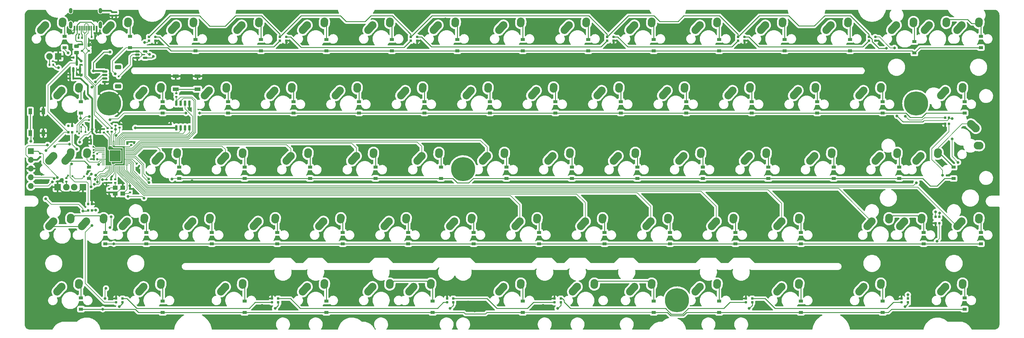
<source format=gbl>
%TF.GenerationSoftware,KiCad,Pcbnew,(6.0.7-1)-1*%
%TF.CreationDate,2022-08-29T06:37:06+03:00*%
%TF.ProjectId,SST60,53535436-302e-46b6-9963-61645f706362,0.1*%
%TF.SameCoordinates,Original*%
%TF.FileFunction,Copper,L2,Bot*%
%TF.FilePolarity,Positive*%
%FSLAX46Y46*%
G04 Gerber Fmt 4.6, Leading zero omitted, Abs format (unit mm)*
G04 Created by KiCad (PCBNEW (6.0.7-1)-1) date 2022-08-29 06:37:06*
%MOMM*%
%LPD*%
G01*
G04 APERTURE LIST*
G04 Aperture macros list*
%AMRoundRect*
0 Rectangle with rounded corners*
0 $1 Rounding radius*
0 $2 $3 $4 $5 $6 $7 $8 $9 X,Y pos of 4 corners*
0 Add a 4 corners polygon primitive as box body*
4,1,4,$2,$3,$4,$5,$6,$7,$8,$9,$2,$3,0*
0 Add four circle primitives for the rounded corners*
1,1,$1+$1,$2,$3*
1,1,$1+$1,$4,$5*
1,1,$1+$1,$6,$7*
1,1,$1+$1,$8,$9*
0 Add four rect primitives between the rounded corners*
20,1,$1+$1,$2,$3,$4,$5,0*
20,1,$1+$1,$4,$5,$6,$7,0*
20,1,$1+$1,$6,$7,$8,$9,0*
20,1,$1+$1,$8,$9,$2,$3,0*%
%AMHorizOval*
0 Thick line with rounded ends*
0 $1 width*
0 $2 $3 position (X,Y) of the first rounded end (center of the circle)*
0 $4 $5 position (X,Y) of the second rounded end (center of the circle)*
0 Add line between two ends*
20,1,$1,$2,$3,$4,$5,0*
0 Add two circle primitives to create the rounded ends*
1,1,$1,$2,$3*
1,1,$1,$4,$5*%
G04 Aperture macros list end*
%TA.AperFunction,ComponentPad*%
%ADD10C,2.250000*%
%TD*%
%TA.AperFunction,ComponentPad*%
%ADD11HorizOval,2.250000X0.655001X0.730000X-0.655001X-0.730000X0*%
%TD*%
%TA.AperFunction,ComponentPad*%
%ADD12HorizOval,2.250000X0.020000X0.290000X-0.020000X-0.290000X0*%
%TD*%
%TA.AperFunction,ComponentPad*%
%ADD13C,1.905000*%
%TD*%
%TA.AperFunction,ComponentPad*%
%ADD14R,1.905000X1.905000*%
%TD*%
%TA.AperFunction,ComponentPad*%
%ADD15C,1.000000*%
%TD*%
%TA.AperFunction,ComponentPad*%
%ADD16C,7.001300*%
%TD*%
%TA.AperFunction,ComponentPad*%
%ADD17C,7.000240*%
%TD*%
%TA.AperFunction,ComponentPad*%
%ADD18HorizOval,2.250000X0.290000X-0.019999X-0.290000X0.019999X0*%
%TD*%
%TA.AperFunction,ComponentPad*%
%ADD19HorizOval,2.250000X0.730004X-0.654995X-0.730004X0.654995X0*%
%TD*%
%TA.AperFunction,ComponentPad*%
%ADD20HorizOval,2.250000X0.655008X0.729993X-0.655008X-0.729993X0*%
%TD*%
%TA.AperFunction,ComponentPad*%
%ADD21HorizOval,2.250000X0.020004X0.290000X-0.020004X-0.290000X0*%
%TD*%
%TA.AperFunction,SMDPad,CuDef*%
%ADD22R,0.700000X1.000000*%
%TD*%
%TA.AperFunction,SMDPad,CuDef*%
%ADD23R,0.700000X0.600000*%
%TD*%
%TA.AperFunction,SMDPad,CuDef*%
%ADD24R,1.000000X1.700000*%
%TD*%
%TA.AperFunction,SMDPad,CuDef*%
%ADD25R,1.200000X0.900000*%
%TD*%
%TA.AperFunction,SMDPad,CuDef*%
%ADD26RoundRect,0.140000X-0.170000X0.140000X-0.170000X-0.140000X0.170000X-0.140000X0.170000X0.140000X0*%
%TD*%
%TA.AperFunction,SMDPad,CuDef*%
%ADD27RoundRect,0.175000X0.175000X0.175000X-0.175000X0.175000X-0.175000X-0.175000X0.175000X-0.175000X0*%
%TD*%
%TA.AperFunction,SMDPad,CuDef*%
%ADD28R,0.700000X0.700000*%
%TD*%
%TA.AperFunction,SMDPad,CuDef*%
%ADD29RoundRect,0.175000X-0.175000X-0.175000X0.175000X-0.175000X0.175000X0.175000X-0.175000X0.175000X0*%
%TD*%
%TA.AperFunction,SMDPad,CuDef*%
%ADD30RoundRect,0.140000X0.170000X-0.140000X0.170000X0.140000X-0.170000X0.140000X-0.170000X-0.140000X0*%
%TD*%
%TA.AperFunction,SMDPad,CuDef*%
%ADD31RoundRect,0.140000X0.140000X0.170000X-0.140000X0.170000X-0.140000X-0.170000X0.140000X-0.170000X0*%
%TD*%
%TA.AperFunction,SMDPad,CuDef*%
%ADD32RoundRect,0.175000X-0.175000X0.175000X-0.175000X-0.175000X0.175000X-0.175000X0.175000X0.175000X0*%
%TD*%
%TA.AperFunction,SMDPad,CuDef*%
%ADD33RoundRect,0.135000X0.185000X-0.135000X0.185000X0.135000X-0.185000X0.135000X-0.185000X-0.135000X0*%
%TD*%
%TA.AperFunction,SMDPad,CuDef*%
%ADD34RoundRect,0.135000X0.135000X0.185000X-0.135000X0.185000X-0.135000X-0.185000X0.135000X-0.185000X0*%
%TD*%
%TA.AperFunction,SMDPad,CuDef*%
%ADD35R,0.600000X1.450000*%
%TD*%
%TA.AperFunction,SMDPad,CuDef*%
%ADD36R,0.300000X1.450000*%
%TD*%
%TA.AperFunction,ComponentPad*%
%ADD37O,1.000000X1.600000*%
%TD*%
%TA.AperFunction,ComponentPad*%
%ADD38O,1.000000X2.100000*%
%TD*%
%TA.AperFunction,SMDPad,CuDef*%
%ADD39RoundRect,0.050000X0.387500X0.050000X-0.387500X0.050000X-0.387500X-0.050000X0.387500X-0.050000X0*%
%TD*%
%TA.AperFunction,SMDPad,CuDef*%
%ADD40RoundRect,0.050000X0.050000X0.387500X-0.050000X0.387500X-0.050000X-0.387500X0.050000X-0.387500X0*%
%TD*%
%TA.AperFunction,ComponentPad*%
%ADD41C,0.600000*%
%TD*%
%TA.AperFunction,SMDPad,CuDef*%
%ADD42RoundRect,0.144000X1.456000X1.456000X-1.456000X1.456000X-1.456000X-1.456000X1.456000X-1.456000X0*%
%TD*%
%TA.AperFunction,SMDPad,CuDef*%
%ADD43RoundRect,0.135000X-0.185000X0.135000X-0.185000X-0.135000X0.185000X-0.135000X0.185000X0.135000X0*%
%TD*%
%TA.AperFunction,ComponentPad*%
%ADD44R,1.700000X1.700000*%
%TD*%
%TA.AperFunction,ComponentPad*%
%ADD45O,1.700000X1.700000*%
%TD*%
%TA.AperFunction,SMDPad,CuDef*%
%ADD46R,1.700000X1.000000*%
%TD*%
%TA.AperFunction,SMDPad,CuDef*%
%ADD47RoundRect,0.150000X-0.625000X0.150000X-0.625000X-0.150000X0.625000X-0.150000X0.625000X0.150000X0*%
%TD*%
%TA.AperFunction,SMDPad,CuDef*%
%ADD48RoundRect,0.250000X-0.650000X0.350000X-0.650000X-0.350000X0.650000X-0.350000X0.650000X0.350000X0*%
%TD*%
%TA.AperFunction,SMDPad,CuDef*%
%ADD49RoundRect,0.135000X-0.135000X-0.185000X0.135000X-0.185000X0.135000X0.185000X-0.135000X0.185000X0*%
%TD*%
%TA.AperFunction,SMDPad,CuDef*%
%ADD50RoundRect,0.175000X0.175000X-0.175000X0.175000X0.175000X-0.175000X0.175000X-0.175000X-0.175000X0*%
%TD*%
%TA.AperFunction,SMDPad,CuDef*%
%ADD51R,1.400000X1.200000*%
%TD*%
%TA.AperFunction,SMDPad,CuDef*%
%ADD52RoundRect,0.150000X-0.512500X-0.150000X0.512500X-0.150000X0.512500X0.150000X-0.512500X0.150000X0*%
%TD*%
%TA.AperFunction,SMDPad,CuDef*%
%ADD53RoundRect,0.150000X0.150000X-0.587500X0.150000X0.587500X-0.150000X0.587500X-0.150000X-0.587500X0*%
%TD*%
%TA.AperFunction,SMDPad,CuDef*%
%ADD54RoundRect,0.150000X-0.150000X0.650000X-0.150000X-0.650000X0.150000X-0.650000X0.150000X0.650000X0*%
%TD*%
%TA.AperFunction,SMDPad,CuDef*%
%ADD55RoundRect,0.243750X-0.456250X0.243750X-0.456250X-0.243750X0.456250X-0.243750X0.456250X0.243750X0*%
%TD*%
%TA.AperFunction,SMDPad,CuDef*%
%ADD56RoundRect,0.140000X-0.219203X-0.021213X-0.021213X-0.219203X0.219203X0.021213X0.021213X0.219203X0*%
%TD*%
%TA.AperFunction,ViaPad*%
%ADD57C,0.800000*%
%TD*%
%TA.AperFunction,ViaPad*%
%ADD58C,0.600000*%
%TD*%
%TA.AperFunction,Conductor*%
%ADD59C,0.250000*%
%TD*%
%TA.AperFunction,Conductor*%
%ADD60C,0.200000*%
%TD*%
%TA.AperFunction,Conductor*%
%ADD61C,0.500000*%
%TD*%
G04 APERTURE END LIST*
D10*
%TO.P,1.50u,1,COL*%
%TO.N,col0*%
X43537500Y-121412500D03*
D11*
X42882501Y-122142500D03*
D10*
%TO.P,1.50u,2,ROW*%
%TO.N,Net-(D5-Pad2)*%
X48577500Y-120332500D03*
D12*
X48557500Y-120622500D03*
%TD*%
D11*
%TO.P,T,1,COL*%
%TO.N,col5*%
X142895001Y-64992500D03*
D10*
X143550000Y-64262500D03*
%TO.P,T,2,ROW*%
%TO.N,Net-(D26-Pad2)*%
X148590000Y-63182500D03*
D12*
X148570000Y-63472500D03*
%TD*%
D10*
%TO.P,Tab,1,COL*%
%TO.N,col0*%
X43537500Y-64262500D03*
D11*
X42882501Y-64992500D03*
D12*
%TO.P,Tab,2,ROW*%
%TO.N,Net-(D2-Pad2)*%
X48557500Y-63472500D03*
D10*
X48577500Y-63182500D03*
%TD*%
%TO.P,[,1,COL*%
%TO.N,col11*%
X257850000Y-64262500D03*
D11*
X257195001Y-64992500D03*
D10*
%TO.P,[,2,ROW*%
%TO.N,Net-(D54-Pad2)*%
X262890000Y-63182500D03*
D12*
X262870000Y-63472500D03*
%TD*%
D10*
%TO.P,1.50u,1,COL*%
%TO.N,col11*%
X253087500Y-121412500D03*
D11*
X252432501Y-122142500D03*
D12*
%TO.P,1.50u,2,ROW*%
%TO.N,Net-(D57-Pad2)*%
X258107500Y-120622500D03*
D10*
X258127500Y-120332500D03*
%TD*%
D11*
%TO.P,R,1,COL*%
%TO.N,col4*%
X123845001Y-64992500D03*
D10*
X124500000Y-64262500D03*
%TO.P,R,2,ROW*%
%TO.N,Net-(D21-Pad2)*%
X129540000Y-63182500D03*
D12*
X129520000Y-63472500D03*
%TD*%
D10*
%TO.P,<,1,COL*%
%TO.N,col9*%
X214987500Y-102362500D03*
D11*
X214332501Y-103092500D03*
D10*
%TO.P,<,2,ROW*%
%TO.N,Net-(D46-Pad2)*%
X220027500Y-101282500D03*
D12*
X220007500Y-101572500D03*
%TD*%
D11*
%TO.P,Stepped,1,COL*%
%TO.N,col0*%
X40501251Y-84042500D03*
D10*
X41156250Y-83312500D03*
%TO.P,Stepped,2,ROW*%
%TO.N,Net-(D3-Pad2)*%
X46196250Y-82232500D03*
D12*
X46176250Y-82522500D03*
D13*
%TO.P,Stepped,3,LED*%
%TO.N,Net-(MX1-Pad3)*%
X44926250Y-92392500D03*
D14*
%TO.P,Stepped,4,LEDGND*%
%TO.N,GND*%
X42386250Y-92392500D03*
%TD*%
D11*
%TO.P,S,1,COL*%
%TO.N,col2*%
X90507501Y-84042500D03*
D10*
X91162500Y-83312500D03*
%TO.P,S,2,ROW*%
%TO.N,Net-(D14-Pad2)*%
X96202500Y-82232500D03*
D12*
X96182500Y-82522500D03*
%TD*%
D11*
%TO.P,B,1,COL*%
%TO.N,col6*%
X157182501Y-103092500D03*
D10*
X157837500Y-102362500D03*
D12*
%TO.P,B,2,ROW*%
%TO.N,Net-(D33-Pad2)*%
X162857500Y-101572500D03*
D10*
X162877500Y-101282500D03*
%TD*%
D11*
%TO.P,H,1,COL*%
%TO.N,col6*%
X166707501Y-84042500D03*
D10*
X167362500Y-83312500D03*
D12*
%TO.P,H,2,ROW*%
%TO.N,Net-(D32-Pad2)*%
X172382500Y-82522500D03*
D10*
X172402500Y-82232500D03*
%TD*%
%TO.P,D,1,COL*%
%TO.N,col3*%
X110212500Y-83312500D03*
D11*
X109557501Y-84042500D03*
D12*
%TO.P,D,2,ROW*%
%TO.N,Net-(D18-Pad2)*%
X115232500Y-82522500D03*
D10*
X115252500Y-82232500D03*
%TD*%
D11*
%TO.P,J,1,COL*%
%TO.N,col7*%
X185757501Y-84042500D03*
D10*
X186412500Y-83312500D03*
D12*
%TO.P,J,2,ROW*%
%TO.N,Net-(D36-Pad2)*%
X191432500Y-82522500D03*
D10*
X191452500Y-82232500D03*
%TD*%
%TO.P,ISO,1,COL*%
%TO.N,col12*%
X281662500Y-83312500D03*
D11*
X281007501Y-84042500D03*
D10*
%TO.P,ISO,2,ROW*%
%TO.N,Net-(D60-Pad2)*%
X286702500Y-82232500D03*
D12*
X286682500Y-82522500D03*
%TD*%
D10*
%TO.P,Small Split,1,COL*%
%TO.N,col4*%
X114975000Y-121412500D03*
D11*
X114320001Y-122142500D03*
D10*
%TO.P,Small Split,2,ROW*%
%TO.N,Net-(D24-Pad2)*%
X120015000Y-120332500D03*
D12*
X119995000Y-120622500D03*
%TD*%
D11*
%TO.P,Z,1,COL*%
%TO.N,col2*%
X80982501Y-103092500D03*
D10*
X81637500Y-102362500D03*
D12*
%TO.P,Z,2,ROW*%
%TO.N,Net-(D11-Pad2)*%
X86657500Y-101572500D03*
D10*
X86677500Y-101282500D03*
%TD*%
%TO.P,Split,1,COL*%
%TO.N,col14*%
X305475000Y-102362500D03*
D11*
X304820001Y-103092500D03*
D12*
%TO.P,Split,2,ROW*%
%TO.N,Net-(D67-Pad2)*%
X310495000Y-101572500D03*
D10*
X310515000Y-101282500D03*
%TD*%
%TO.P,W,1,COL*%
%TO.N,col2*%
X86400000Y-64262500D03*
D11*
X85745001Y-64992500D03*
D12*
%TO.P,W,2,ROW*%
%TO.N,Net-(D13-Pad2)*%
X91420000Y-63472500D03*
D10*
X91440000Y-63182500D03*
%TD*%
%TO.P,-,1,COL*%
%TO.N,col11*%
X248325000Y-45212500D03*
D11*
X247670001Y-45942500D03*
D10*
%TO.P,-,2,ROW*%
%TO.N,Net-(D53-Pad2)*%
X253365000Y-44132500D03*
D12*
X253345000Y-44422500D03*
%TD*%
D11*
%TO.P,Split,1,COL*%
%TO.N,col12*%
X278626251Y-103092500D03*
D10*
X279281250Y-102362500D03*
%TO.P,Split,2,ROW*%
%TO.N,Net-(D61-Pad2)*%
X284321250Y-101282500D03*
D12*
X284301250Y-101572500D03*
%TD*%
D11*
%TO.P,V,1,COL*%
%TO.N,col5*%
X138132501Y-103092500D03*
D10*
X138787500Y-102362500D03*
D12*
%TO.P,V,2,ROW*%
%TO.N,Net-(D28-Pad2)*%
X143807500Y-101572500D03*
D10*
X143827500Y-101282500D03*
%TD*%
D11*
%TO.P,X,1,COL*%
%TO.N,col3*%
X100032501Y-103092500D03*
D10*
X100687500Y-102362500D03*
D12*
%TO.P,X,2,ROW*%
%TO.N,Net-(D19-Pad2)*%
X105707500Y-101572500D03*
D10*
X105727500Y-101282500D03*
%TD*%
D11*
%TO.P,1u,1,COL*%
%TO.N,col12*%
X276245001Y-122142500D03*
D10*
X276900000Y-121412500D03*
%TO.P,1u,2,ROW*%
%TO.N,Net-(D62-Pad2)*%
X281940000Y-120332500D03*
D12*
X281920000Y-120622500D03*
%TD*%
D11*
%TO.P,5,1,COL*%
%TO.N,col5*%
X133370001Y-45942500D03*
D10*
X134025000Y-45212500D03*
D12*
%TO.P,5,2,ROW*%
%TO.N,Net-(D25-Pad2)*%
X139045000Y-44422500D03*
D10*
X139065000Y-44132500D03*
%TD*%
D15*
%TO.P,H1,1,1*%
%TO.N,GND*%
X55709904Y-66404904D03*
X57336250Y-70331250D03*
X58962596Y-69657596D03*
X55036250Y-68031250D03*
%TO.N,N/C*%
X292186250Y-70331250D03*
%TO.N,GND*%
X57336250Y-65731250D03*
X59636250Y-68031250D03*
X58962596Y-66404904D03*
%TO.N,N/C*%
X292186250Y-65731250D03*
D16*
%TO.N,GND*%
X57336250Y-68031250D03*
D15*
X55709904Y-69657596D03*
D17*
%TO.P,H1,2*%
%TO.N,N/C*%
X160336250Y-87131250D03*
D15*
%TO.P,H1,3*%
X293635250Y-70413250D03*
D17*
X222636250Y-125331250D03*
D15*
%TO.P,H1,4*%
X290714250Y-70413250D03*
D17*
X292186250Y-68031250D03*
D15*
%TO.P,H1,5*%
X290841250Y-65714250D03*
%TO.P,H1,6*%
X293635250Y-65714250D03*
%TD*%
D11*
%TO.P,G,1,COL*%
%TO.N,col5*%
X147657501Y-84042500D03*
D10*
X148312500Y-83312500D03*
D12*
%TO.P,G,2,ROW*%
%TO.N,Net-(D27-Pad2)*%
X153332500Y-82522500D03*
D10*
X153352500Y-82232500D03*
%TD*%
%TO.P,Small Split,1,COL*%
%TO.N,col10*%
X229275000Y-121412500D03*
D11*
X228620001Y-122142500D03*
D12*
%TO.P,Small Split,2,ROW*%
%TO.N,Net-(D52-Pad2)*%
X234295000Y-120622500D03*
D10*
X234315000Y-120332500D03*
%TD*%
%TO.P,:,1,COL*%
%TO.N,col10*%
X243562500Y-83312500D03*
D11*
X242907501Y-84042500D03*
D12*
%TO.P,:,2,ROW*%
%TO.N,Net-(D50-Pad2)*%
X248582500Y-82522500D03*
D10*
X248602500Y-82232500D03*
%TD*%
D11*
%TO.P,8,1,COL*%
%TO.N,col8*%
X190520001Y-45942500D03*
D10*
X191175000Y-45212500D03*
%TO.P,8,2,ROW*%
%TO.N,Net-(D39-Pad2)*%
X196215000Y-44132500D03*
D12*
X196195000Y-44422500D03*
%TD*%
D11*
%TO.P,P,1,COL*%
%TO.N,col10*%
X238145001Y-64992500D03*
D10*
X238800000Y-64262500D03*
D12*
%TO.P,P,2,ROW*%
%TO.N,Net-(D49-Pad2)*%
X243820000Y-63472500D03*
D10*
X243840000Y-63182500D03*
%TD*%
%TO.P,Small Split,1,COL*%
%TO.N,col5*%
X145931250Y-121412500D03*
D11*
X145276251Y-122142500D03*
D12*
%TO.P,Small Split,2,ROW*%
%TO.N,Net-(D29-Pad2)*%
X150951250Y-120622500D03*
D10*
X150971250Y-120332500D03*
%TD*%
D11*
%TO.P,Q,1,COL*%
%TO.N,col1*%
X66695001Y-64992500D03*
D10*
X67350000Y-64262500D03*
%TO.P,Q,2,ROW*%
%TO.N,Net-(D7-Pad2)*%
X72390000Y-63182500D03*
D12*
X72370000Y-63472500D03*
%TD*%
D11*
%TO.P,1,1,COL*%
%TO.N,col1*%
X57170001Y-45942500D03*
D10*
X57825000Y-45212500D03*
D12*
%TO.P,1,2,ROW*%
%TO.N,Net-(D6-Pad2)*%
X62845000Y-44422500D03*
D10*
X62865000Y-44132500D03*
%TD*%
%TO.P,Y,1,COL*%
%TO.N,col6*%
X162600000Y-64262500D03*
D11*
X161945001Y-64992500D03*
D12*
%TO.P,Y,2,ROW*%
%TO.N,Net-(D31-Pad2)*%
X167620000Y-63472500D03*
D10*
X167640000Y-63182500D03*
%TD*%
%TO.P,],1,COL*%
%TO.N,col12*%
X276900000Y-64262500D03*
D11*
X276245001Y-64992500D03*
D10*
%TO.P,],2,ROW*%
%TO.N,Net-(D59-Pad2)*%
X281940000Y-63182500D03*
D12*
X281920000Y-63472500D03*
%TD*%
D11*
%TO.P,1u/7u/10u,1,COL*%
%TO.N,col7*%
X171470001Y-122142500D03*
D10*
X172125000Y-121412500D03*
D12*
%TO.P,1u/7u/10u,2,ROW*%
%TO.N,Net-(D38-Pad2)*%
X177145000Y-120622500D03*
D10*
X177165000Y-120332500D03*
%TD*%
D11*
%TO.P,9,1,COL*%
%TO.N,col9*%
X209570001Y-45942500D03*
D10*
X210225000Y-45212500D03*
%TO.P,9,2,ROW*%
%TO.N,Net-(D43-Pad2)*%
X215265000Y-44132500D03*
D12*
X215245000Y-44422500D03*
%TD*%
D11*
%TO.P,ISO,1,COL*%
%TO.N,col1*%
X61932501Y-103092500D03*
D10*
X62587500Y-102362500D03*
%TO.P,ISO,2,ROW*%
%TO.N,Net-(D9-Pad2)*%
X67627500Y-101282500D03*
D12*
X67607500Y-101572500D03*
%TD*%
D10*
%TO.P,>,1,COL*%
%TO.N,col10*%
X234037500Y-102362500D03*
D11*
X233382501Y-103092500D03*
D10*
%TO.P,>,2,ROW*%
%TO.N,Net-(D51-Pad2)*%
X239077500Y-101282500D03*
D12*
X239057500Y-101572500D03*
%TD*%
D10*
%TO.P,Full,1,COL*%
%TO.N,col12*%
X288806250Y-102362500D03*
D11*
X288151251Y-103092500D03*
D10*
%TO.P,Full,2,ROW*%
%TO.N,Net-(D61-Pad2)*%
X293846250Y-101282500D03*
D12*
X293826250Y-101572500D03*
%TD*%
D10*
%TO.P,MX77,1,COL*%
%TO.N,col7*%
X172125000Y-121412500D03*
D11*
X171470001Y-122142500D03*
D10*
%TO.P,MX77,2,ROW*%
%TO.N,Net-(D38-Pad2)*%
X177165000Y-120332500D03*
D12*
X177145000Y-120622500D03*
%TD*%
D11*
%TO.P,C,1,COL*%
%TO.N,col4*%
X119082501Y-103092500D03*
D10*
X119737500Y-102362500D03*
D12*
%TO.P,C,2,ROW*%
%TO.N,Net-(D23-Pad2)*%
X124757500Y-101572500D03*
D10*
X124777500Y-101282500D03*
%TD*%
D11*
%TO.P,E,1,COL*%
%TO.N,col3*%
X104795001Y-64992500D03*
D10*
X105450000Y-64262500D03*
D12*
%TO.P,E,2,ROW*%
%TO.N,Net-(D17-Pad2)*%
X110470000Y-63472500D03*
D10*
X110490000Y-63182500D03*
%TD*%
%TO.P,ANSI,1,COL*%
%TO.N,col13*%
X293568750Y-83312500D03*
D11*
X292913751Y-84042500D03*
D10*
%TO.P,ANSI,2,ROW*%
%TO.N,Net-(D64-Pad2)*%
X298608750Y-82232500D03*
D12*
X298588750Y-82522500D03*
%TD*%
D10*
%TO.P,A,1,COL*%
%TO.N,col1*%
X72112500Y-83312500D03*
D11*
X71457501Y-84042500D03*
D10*
%TO.P,A,2,ROW*%
%TO.N,Net-(D8-Pad2)*%
X77152500Y-82232500D03*
D12*
X77132500Y-82522500D03*
%TD*%
D11*
%TO.P,Split,1,COL*%
%TO.N,col14*%
X304820001Y-45942500D03*
D10*
X305475000Y-45212500D03*
%TO.P,Split,2,ROW*%
%TO.N,Net-(D65-Pad2)*%
X310515000Y-44132500D03*
D12*
X310495000Y-44422500D03*
%TD*%
D10*
%TO.P,0,1,COL*%
%TO.N,col10*%
X229275000Y-45212500D03*
D11*
X228620001Y-45942500D03*
D12*
%TO.P,0,2,ROW*%
%TO.N,Net-(D48-Pad2)*%
X234295000Y-44422500D03*
D10*
X234315000Y-44132500D03*
%TD*%
D11*
%TO.P,L,1,COL*%
%TO.N,col9*%
X223857501Y-84042500D03*
D10*
X224512500Y-83312500D03*
%TO.P,L,2,ROW*%
%TO.N,Net-(D45-Pad2)*%
X229552500Y-82232500D03*
D12*
X229532500Y-82522500D03*
%TD*%
D10*
%TO.P,I,1,COL*%
%TO.N,col8*%
X200700000Y-64262500D03*
D11*
X200045001Y-64992500D03*
D10*
%TO.P,I,2,ROW*%
%TO.N,Net-(D40-Pad2)*%
X205740000Y-63182500D03*
D12*
X205720000Y-63472500D03*
%TD*%
D10*
%TO.P,M,1,COL*%
%TO.N,col8*%
X195937500Y-102362500D03*
D11*
X195282501Y-103092500D03*
D10*
%TO.P,M,2,ROW*%
%TO.N,Net-(D42-Pad2)*%
X200977500Y-101282500D03*
D12*
X200957500Y-101572500D03*
%TD*%
D10*
%TO.P,Full,1,COL*%
%TO.N,col14*%
X295950000Y-45212500D03*
D11*
X295295001Y-45942500D03*
D10*
%TO.P,Full,2,ROW*%
%TO.N,Net-(D65-Pad2)*%
X300990000Y-44132500D03*
D12*
X300970000Y-44422500D03*
%TD*%
D11*
%TO.P,?,1,COL*%
%TO.N,col11*%
X252432501Y-103092500D03*
D10*
X253087500Y-102362500D03*
%TO.P,?,2,ROW*%
%TO.N,Net-(D56-Pad2)*%
X258127500Y-101282500D03*
D12*
X258107500Y-101572500D03*
%TD*%
D10*
%TO.P,F,1,COL*%
%TO.N,col4*%
X129262500Y-83312500D03*
D11*
X128607501Y-84042500D03*
D12*
%TO.P,F,2,ROW*%
%TO.N,Net-(D22-Pad2)*%
X134282500Y-82522500D03*
D10*
X134302500Y-82232500D03*
%TD*%
D18*
%TO.P,ISO,1,COL*%
%TO.N,col13*%
X310383750Y-80307499D03*
D10*
X310673750Y-80327500D03*
%TO.P,ISO,2,ROW*%
%TO.N,Net-(D64-Pad2)*%
X309593750Y-75287500D03*
D19*
X308863754Y-74632495D03*
%TD*%
D11*
%TO.P,1u,1,COL*%
%TO.N,col1*%
X66695001Y-122142500D03*
D10*
X67350000Y-121412500D03*
D12*
%TO.P,1u,2,ROW*%
%TO.N,Net-(D10-Pad2)*%
X72370000Y-120622500D03*
D10*
X72390000Y-120332500D03*
%TD*%
D11*
%TO.P,N,1,COL*%
%TO.N,col7*%
X176232501Y-103092500D03*
D10*
X176887500Y-102362500D03*
D12*
%TO.P,N,2,ROW*%
%TO.N,Net-(D37-Pad2)*%
X181907500Y-101572500D03*
D10*
X181927500Y-101282500D03*
%TD*%
%TO.P,3,1,COL*%
%TO.N,col3*%
X95925000Y-45212500D03*
D11*
X95270001Y-45942500D03*
D12*
%TO.P,3,2,ROW*%
%TO.N,Net-(D16-Pad2)*%
X100945000Y-44422500D03*
D10*
X100965000Y-44132500D03*
%TD*%
%TO.P,6,1,COL*%
%TO.N,col6*%
X153075000Y-45212500D03*
D11*
X152420001Y-45942500D03*
D10*
%TO.P,6,2,ROW*%
%TO.N,Net-(D30-Pad2)*%
X158115000Y-44132500D03*
D12*
X158095000Y-44422500D03*
%TD*%
D11*
%TO.P,Small Split,1,COL*%
%TO.N,col9*%
X192901251Y-122142500D03*
D10*
X193556250Y-121412500D03*
%TO.P,Small Split,2,ROW*%
%TO.N,Net-(D47-Pad2)*%
X198596250Y-120332500D03*
D12*
X198576250Y-120622500D03*
%TD*%
D10*
%TO.P,",1,COL*%
%TO.N,col11*%
X262612500Y-83312500D03*
D11*
X261957501Y-84042500D03*
D12*
%TO.P,",2,ROW*%
%TO.N,Net-(D55-Pad2)*%
X267632500Y-82522500D03*
D10*
X267652500Y-82232500D03*
%TD*%
%TO.P,Esc,1,COL*%
%TO.N,col0*%
X38775000Y-45212500D03*
D11*
X38120001Y-45942500D03*
D10*
%TO.P,Esc,2,ROW*%
%TO.N,Net-(D1-Pad2)*%
X43815000Y-44132500D03*
D12*
X43795000Y-44422500D03*
D13*
%TO.P,Esc,3,LED*%
%TO.N,Net-(MX3-Pad3)*%
X40005000Y-54292500D03*
D14*
%TO.P,Esc,4,LEDGND*%
%TO.N,GND*%
X42545000Y-54292500D03*
%TD*%
D10*
%TO.P,1.50u,1,COL*%
%TO.N,col2*%
X91162500Y-121412500D03*
D11*
X90507501Y-122142500D03*
D10*
%TO.P,1.50u,2,ROW*%
%TO.N,Net-(D15-Pad2)*%
X96202500Y-120332500D03*
D12*
X96182500Y-120622500D03*
%TD*%
D11*
%TO.P,=,1,COL*%
%TO.N,col12*%
X266720001Y-45942500D03*
D10*
X267375000Y-45212500D03*
%TO.P,=,2,ROW*%
%TO.N,Net-(D58-Pad2)*%
X272415000Y-44132500D03*
D12*
X272395000Y-44422500D03*
%TD*%
D11*
%TO.P,3u Split,1,COL*%
%TO.N,col5*%
X133370001Y-122142500D03*
D10*
X134025000Y-121412500D03*
D12*
%TO.P,3u Split,2,ROW*%
%TO.N,Net-(D29-Pad2)*%
X139045000Y-120622500D03*
D10*
X139065000Y-120332500D03*
%TD*%
%TO.P,Split,1,COL*%
%TO.N,col13*%
X286425000Y-45212500D03*
D11*
X285770001Y-45942500D03*
D10*
%TO.P,Split,2,ROW*%
%TO.N,Net-(D63-Pad2)*%
X291465000Y-44132500D03*
D12*
X291445000Y-44422500D03*
%TD*%
D10*
%TO.P,K,1,COL*%
%TO.N,col8*%
X205462500Y-83312500D03*
D11*
X204807501Y-84042500D03*
D12*
%TO.P,K,2,ROW*%
%TO.N,Net-(D41-Pad2)*%
X210482500Y-82522500D03*
D10*
X210502500Y-82232500D03*
%TD*%
D11*
%TO.P,ISO,1,COL*%
%TO.N,col0*%
X40501251Y-103092500D03*
D10*
X41156250Y-102362500D03*
D12*
%TO.P,ISO,2,ROW*%
%TO.N,Net-(D4-Pad2)*%
X46176250Y-101572500D03*
D10*
X46196250Y-101282500D03*
%TD*%
D11*
%TO.P,2,1,COL*%
%TO.N,col2*%
X76220001Y-45942500D03*
D10*
X76875000Y-45212500D03*
D12*
%TO.P,2,2,ROW*%
%TO.N,Net-(D12-Pad2)*%
X81895000Y-44422500D03*
D10*
X81915000Y-44132500D03*
%TD*%
%TO.P,ANSI,1,COL*%
%TO.N,col14*%
X300712500Y-64262500D03*
D11*
X300057501Y-64992500D03*
D12*
%TO.P,ANSI,2,ROW*%
%TO.N,Net-(D66-Pad2)*%
X305732500Y-63472500D03*
D10*
X305752500Y-63182500D03*
%TD*%
%TO.P,3u Split,1,COL*%
%TO.N,col9*%
X210225000Y-121412500D03*
D11*
X209570001Y-122142500D03*
D10*
%TO.P,3u Split,2,ROW*%
%TO.N,Net-(D47-Pad2)*%
X215265000Y-120332500D03*
D12*
X215245000Y-120622500D03*
%TD*%
D10*
%TO.P,Full,1,ROW*%
%TO.N,Net-(D3-Pad2)*%
X45918750Y-83312500D03*
D20*
X45263758Y-84042507D03*
D10*
%TO.P,Full,2,COL*%
%TO.N,col0*%
X50958750Y-82232500D03*
D21*
X50938754Y-82522500D03*
D13*
%TO.P,Full,3,LED*%
%TO.N,Net-(MX1-Pad3)*%
X47148750Y-92392500D03*
D14*
%TO.P,Full,4,LEDGND*%
%TO.N,GND*%
X49688750Y-92392500D03*
%TD*%
D11*
%TO.P,7,1,COL*%
%TO.N,col7*%
X171470001Y-45942500D03*
D10*
X172125000Y-45212500D03*
D12*
%TO.P,7,2,ROW*%
%TO.N,Net-(D34-Pad2)*%
X177145000Y-44422500D03*
D10*
X177165000Y-44132500D03*
%TD*%
D11*
%TO.P,O,1,COL*%
%TO.N,col9*%
X219095001Y-64992500D03*
D10*
X219750000Y-64262500D03*
%TO.P,O,2,ROW*%
%TO.N,Net-(D44-Pad2)*%
X224790000Y-63182500D03*
D12*
X224770000Y-63472500D03*
%TD*%
D10*
%TO.P,1.50u,1,COL*%
%TO.N,col14*%
X300712500Y-121412500D03*
D11*
X300057501Y-122142500D03*
D10*
%TO.P,1.50u,2,ROW*%
%TO.N,Net-(D68-Pad2)*%
X305752500Y-120332500D03*
D12*
X305732500Y-120622500D03*
%TD*%
D10*
%TO.P,ANSI,1,COL*%
%TO.N,col0*%
X50681250Y-102362500D03*
D11*
X50026251Y-103092500D03*
D12*
%TO.P,ANSI,2,ROW*%
%TO.N,Net-(D4-Pad2)*%
X55701250Y-101572500D03*
D10*
X55721250Y-101282500D03*
%TD*%
%TO.P,MX42,1,COL*%
%TO.N,col7*%
X172125000Y-121412500D03*
D11*
X171470001Y-122142500D03*
D12*
%TO.P,MX42,2,ROW*%
%TO.N,Net-(D38-Pad2)*%
X177145000Y-120622500D03*
D10*
X177165000Y-120332500D03*
%TD*%
D11*
%TO.P,4,1,COL*%
%TO.N,col4*%
X114320001Y-45942500D03*
D10*
X114975000Y-45212500D03*
D12*
%TO.P,4,2,ROW*%
%TO.N,Net-(D20-Pad2)*%
X119995000Y-44422500D03*
D10*
X120015000Y-44132500D03*
%TD*%
D11*
%TO.P,U,1,COL*%
%TO.N,col7*%
X180995001Y-64992500D03*
D10*
X181650000Y-64262500D03*
D12*
%TO.P,U,2,ROW*%
%TO.N,Net-(D35-Pad2)*%
X186670000Y-63472500D03*
D10*
X186690000Y-63182500D03*
%TD*%
D22*
%TO.P,U4,1,GND*%
%TO.N,GND*%
X51425000Y-51025000D03*
D23*
%TO.P,U4,2,IO1*%
%TO.N,D+*%
X51425000Y-52725000D03*
%TO.P,U4,3,IO2*%
%TO.N,D-*%
X49425000Y-52725000D03*
%TO.P,U4,4,VCC*%
%TO.N,VCC*%
X49425000Y-50825000D03*
%TD*%
D24*
%TO.P,SW2,1,1*%
%TO.N,RESET*%
X34430000Y-76650000D03*
X34430000Y-70350000D03*
%TO.P,SW2,2,2*%
%TO.N,GND*%
X38230000Y-76650000D03*
X38230000Y-70350000D03*
%TD*%
D25*
%TO.P,D19,1,K*%
%TO.N,row3*%
X106275000Y-108900000D03*
%TO.P,D19,2,A*%
%TO.N,Net-(D19-Pad2)*%
X106275000Y-105600000D03*
%TD*%
D26*
%TO.P,C_3V-Decoup8,1*%
%TO.N,+3V3*%
X57900000Y-90170000D03*
%TO.P,C_3V-Decoup8,2*%
%TO.N,GND*%
X57900000Y-91130000D03*
%TD*%
D25*
%TO.P,D46,1,K*%
%TO.N,row3*%
X220575000Y-108900000D03*
%TO.P,D46,2,A*%
%TO.N,Net-(D46-Pad2)*%
X220575000Y-105600000D03*
%TD*%
D27*
%TO.P,D74,1,DOUT*%
%TO.N,Net-(D72-Pad3)*%
X104735000Y-125975000D03*
D28*
%TO.P,D74,2,VSS*%
%TO.N,GND*%
X104735000Y-124875000D03*
%TO.P,D74,3,DIN*%
%TO.N,Net-(D74-Pad3)*%
X106565000Y-124875000D03*
%TO.P,D74,4,VDD*%
%TO.N,+5V*%
X106565000Y-125975000D03*
%TD*%
D25*
%TO.P,D15,1,K*%
%TO.N,row4*%
X96775000Y-128900000D03*
%TO.P,D15,2,A*%
%TO.N,Net-(D15-Pad2)*%
X96775000Y-125600000D03*
%TD*%
D29*
%TO.P,D71,1,DOUT*%
%TO.N,Net-(D71-Pad1)*%
X70765000Y-48675000D03*
D28*
%TO.P,D71,2,VSS*%
%TO.N,GND*%
X70765000Y-49775000D03*
%TO.P,D71,3,DIN*%
%TO.N,RGB*%
X68935000Y-49775000D03*
%TO.P,D71,4,VDD*%
%TO.N,+5V*%
X68935000Y-48675000D03*
%TD*%
D25*
%TO.P,D63,1,K*%
%TO.N,row0*%
X291725000Y-53300000D03*
%TO.P,D63,2,A*%
%TO.N,Net-(D63-Pad2)*%
X291725000Y-50000000D03*
%TD*%
%TO.P,D35,1,K*%
%TO.N,row1*%
X187250000Y-70800000D03*
%TO.P,D35,2,A*%
%TO.N,Net-(D35-Pad2)*%
X187250000Y-67500000D03*
%TD*%
D30*
%TO.P,C_1V-Decoup2,1*%
%TO.N,+1V1*%
X60425000Y-75080000D03*
%TO.P,C_1V-Decoup2,2*%
%TO.N,GND*%
X60425000Y-74120000D03*
%TD*%
D25*
%TO.P,D26,1,K*%
%TO.N,row1*%
X149150000Y-70800000D03*
%TO.P,D26,2,A*%
%TO.N,Net-(D26-Pad2)*%
X149150000Y-67500000D03*
%TD*%
D31*
%TO.P,C_LDO2,1*%
%TO.N,+3V3*%
X46930000Y-59650000D03*
%TO.P,C_LDO2,2*%
%TO.N,GND*%
X45970000Y-59650000D03*
%TD*%
D25*
%TO.P,D54,1,K*%
%TO.N,row1*%
X263450000Y-70800000D03*
%TO.P,D54,2,A*%
%TO.N,Net-(D54-Pad2)*%
X263450000Y-67500000D03*
%TD*%
D30*
%TO.P,C_3V-Decoup2,1*%
%TO.N,+3V3*%
X54700000Y-77455000D03*
%TO.P,C_3V-Decoup2,2*%
%TO.N,GND*%
X54700000Y-76495000D03*
%TD*%
D25*
%TO.P,D34,1,K*%
%TO.N,row0*%
X177725000Y-52700000D03*
%TO.P,D34,2,A*%
%TO.N,Net-(D34-Pad2)*%
X177725000Y-49400000D03*
%TD*%
%TO.P,D50,1,K*%
%TO.N,row2*%
X249175000Y-89875000D03*
%TO.P,D50,2,A*%
%TO.N,Net-(D50-Pad2)*%
X249175000Y-86575000D03*
%TD*%
D30*
%TO.P,C_Flash1,1*%
%TO.N,+3V3*%
X75300000Y-75105000D03*
%TO.P,C_Flash1,2*%
%TO.N,GND*%
X75300000Y-74145000D03*
%TD*%
D32*
%TO.P,D84,1,DOUT*%
%TO.N,Net-(D82-Pad3)*%
X299000000Y-102890000D03*
D28*
%TO.P,D84,2,VSS*%
%TO.N,GND*%
X297900000Y-102890000D03*
%TO.P,D84,3,DIN*%
%TO.N,Net-(D83-Pad1)*%
X297900000Y-101060000D03*
%TO.P,D84,4,VDD*%
%TO.N,+5V*%
X299000000Y-101060000D03*
%TD*%
D30*
%TO.P,C_3V-Decoup6,1*%
%TO.N,+3V3*%
X63750000Y-80155000D03*
%TO.P,C_3V-Decoup6,2*%
%TO.N,GND*%
X63750000Y-79195000D03*
%TD*%
D25*
%TO.P,D48,1,K*%
%TO.N,row0*%
X234875000Y-52700000D03*
%TO.P,D48,2,A*%
%TO.N,Net-(D48-Pad2)*%
X234875000Y-49400000D03*
%TD*%
%TO.P,D22,1,K*%
%TO.N,row2*%
X134875000Y-89850000D03*
%TO.P,D22,2,A*%
%TO.N,Net-(D22-Pad2)*%
X134875000Y-86550000D03*
%TD*%
D30*
%TO.P,C_Crystal2,1*%
%TO.N,GND*%
X57300000Y-93905000D03*
%TO.P,C_Crystal2,2*%
%TO.N,Net-(C_Crystal2-Pad2)*%
X57300000Y-92945000D03*
%TD*%
D25*
%TO.P,D40,1,K*%
%TO.N,row1*%
X206300000Y-70800000D03*
%TO.P,D40,2,A*%
%TO.N,Net-(D40-Pad2)*%
X206300000Y-67500000D03*
%TD*%
D33*
%TO.P,R_Crystal1,1*%
%TO.N,Net-(C_Crystal2-Pad2)*%
X59075000Y-91135000D03*
%TO.P,R_Crystal1,2*%
%TO.N,XTAL_OUT*%
X59075000Y-90115000D03*
%TD*%
D25*
%TO.P,D14,1,K*%
%TO.N,row2*%
X96775000Y-89850000D03*
%TO.P,D14,2,A*%
%TO.N,Net-(D14-Pad2)*%
X96775000Y-86550000D03*
%TD*%
D34*
%TO.P,R_LED1,1*%
%TO.N,ESCLED*%
X41040000Y-56770000D03*
%TO.P,R_LED1,2*%
%TO.N,Net-(MX3-Pad3)*%
X40020000Y-56770000D03*
%TD*%
D27*
%TO.P,D78,1,DOUT*%
%TO.N,Net-(D76-Pad3)*%
X186960000Y-125975000D03*
D28*
%TO.P,D78,2,VSS*%
%TO.N,GND*%
X186960000Y-124875000D03*
%TO.P,D78,3,DIN*%
%TO.N,Net-(D78-Pad3)*%
X188790000Y-124875000D03*
%TO.P,D78,4,VDD*%
%TO.N,+5V*%
X188790000Y-125975000D03*
%TD*%
D25*
%TO.P,D10,1,K*%
%TO.N,row4*%
X72950000Y-128900000D03*
%TO.P,D10,2,A*%
%TO.N,Net-(D10-Pad2)*%
X72950000Y-125600000D03*
%TD*%
D29*
%TO.P,D77,1,DOUT*%
%TO.N,Net-(D77-Pad1)*%
X204115000Y-48650000D03*
D28*
%TO.P,D77,2,VSS*%
%TO.N,GND*%
X204115000Y-49750000D03*
%TO.P,D77,3,DIN*%
%TO.N,Net-(D75-Pad1)*%
X202285000Y-49750000D03*
%TO.P,D77,4,VDD*%
%TO.N,+5V*%
X202285000Y-48650000D03*
%TD*%
D25*
%TO.P,D61,1,K*%
%TO.N,row3*%
X294400000Y-108900000D03*
%TO.P,D61,2,A*%
%TO.N,Net-(D61-Pad2)*%
X294400000Y-105600000D03*
%TD*%
D35*
%TO.P,USB1,1,GND*%
%TO.N,GND*%
X47225000Y-46082500D03*
%TO.P,USB1,2,VBUS*%
%TO.N,VCC*%
X48000000Y-46082500D03*
D36*
%TO.P,USB1,3,SBU2*%
%TO.N,unconnected-(USB1-Pad3)*%
X48700000Y-46082500D03*
%TO.P,USB1,4,CC1*%
%TO.N,Net-(R_USB1-Pad1)*%
X49200000Y-46082500D03*
%TO.P,USB1,5,DN2*%
%TO.N,D-*%
X49700000Y-46082500D03*
%TO.P,USB1,6,DP1*%
%TO.N,D+*%
X50200000Y-46082500D03*
%TO.P,USB1,7,DN1*%
%TO.N,D-*%
X50700000Y-46082500D03*
%TO.P,USB1,8,DP2*%
%TO.N,D+*%
X51200000Y-46082500D03*
%TO.P,USB1,9,SBU1*%
%TO.N,unconnected-(USB1-Pad9)*%
X51700000Y-46082500D03*
%TO.P,USB1,10,CC2*%
%TO.N,Net-(R_USB2-Pad1)*%
X52200000Y-46082500D03*
D35*
%TO.P,USB1,11,VBUS*%
%TO.N,VCC*%
X52900000Y-46082500D03*
%TO.P,USB1,12,GND*%
%TO.N,GND*%
X53675000Y-46082500D03*
D37*
%TO.P,USB1,13,SHIELD*%
%TO.N,GNDREF*%
X46130000Y-40987500D03*
D38*
X54770000Y-45167500D03*
X46130000Y-45167500D03*
D37*
X54770000Y-40987500D03*
%TD*%
D25*
%TO.P,D9,1,K*%
%TO.N,row3*%
X68200000Y-108900000D03*
%TO.P,D9,2,A*%
%TO.N,Net-(D9-Pad2)*%
X68200000Y-105600000D03*
%TD*%
%TO.P,D37,1,K*%
%TO.N,row3*%
X182500000Y-108900000D03*
%TO.P,D37,2,A*%
%TO.N,Net-(D37-Pad2)*%
X182500000Y-105600000D03*
%TD*%
D30*
%TO.P,C_1V-Decoup1,1*%
%TO.N,+1V1*%
X55850000Y-76455000D03*
%TO.P,C_1V-Decoup1,2*%
%TO.N,GND*%
X55850000Y-75495000D03*
%TD*%
D39*
%TO.P,U1,1,IOVDD*%
%TO.N,+3V3*%
X62537500Y-80650000D03*
%TO.P,U1,2,GPIO0*%
%TO.N,col6*%
X62537500Y-81050000D03*
%TO.P,U1,3,GPIO1*%
%TO.N,col5*%
X62537500Y-81450000D03*
%TO.P,U1,4,GPIO2*%
%TO.N,col4*%
X62537500Y-81850000D03*
%TO.P,U1,5,GPIO3*%
%TO.N,col3*%
X62537500Y-82250000D03*
%TO.P,U1,6,GPIO4*%
%TO.N,col2*%
X62537500Y-82650000D03*
%TO.P,U1,7,GPIO5*%
%TO.N,col1*%
X62537500Y-83050000D03*
%TO.P,U1,8,GPIO6*%
%TO.N,row3*%
X62537500Y-83450000D03*
%TO.P,U1,9,GPIO7*%
%TO.N,row4*%
X62537500Y-83850000D03*
%TO.P,U1,10,IOVDD*%
%TO.N,+3V3*%
X62537500Y-84250000D03*
%TO.P,U1,11,GPIO8*%
%TO.N,col13*%
X62537500Y-84650000D03*
%TO.P,U1,12,GPIO9*%
%TO.N,col14*%
X62537500Y-85050000D03*
%TO.P,U1,13,GPIO10*%
%TO.N,col12*%
X62537500Y-85450000D03*
%TO.P,U1,14,GPIO11*%
%TO.N,col11*%
X62537500Y-85850000D03*
D40*
%TO.P,U1,15,GPIO12*%
%TO.N,col10*%
X61700000Y-86687500D03*
%TO.P,U1,16,GPIO13*%
%TO.N,col9*%
X61300000Y-86687500D03*
%TO.P,U1,17,GPIO14*%
%TO.N,col8*%
X60900000Y-86687500D03*
%TO.P,U1,18,GPIO15*%
%TO.N,col7*%
X60500000Y-86687500D03*
%TO.P,U1,19,TESTEN*%
%TO.N,GND*%
X60100000Y-86687500D03*
%TO.P,U1,20,XTAL_IN*%
%TO.N,XTAL_IN*%
X59700000Y-86687500D03*
%TO.P,U1,21,XTAL_OUT*%
%TO.N,XTAL_OUT*%
X59300000Y-86687500D03*
%TO.P,U1,22,IOVDD*%
%TO.N,+3V3*%
X58900000Y-86687500D03*
%TO.P,U1,23,DVDD*%
%TO.N,+1V1*%
X58500000Y-86687500D03*
%TO.P,U1,24,SWCLK*%
%TO.N,SWCLK*%
X58100000Y-86687500D03*
%TO.P,U1,25,SWDIO*%
%TO.N,SWDIO*%
X57700000Y-86687500D03*
%TO.P,U1,26,~{RUN}*%
%TO.N,RESET*%
X57300000Y-86687500D03*
%TO.P,U1,27,GPIO16*%
%TO.N,unconnected-(U1-Pad27)*%
X56900000Y-86687500D03*
%TO.P,U1,28,GPIO17*%
%TO.N,CAPSLED*%
X56500000Y-86687500D03*
D39*
%TO.P,U1,29,GPIO18*%
%TO.N,unconnected-(U1-Pad29)*%
X55662500Y-85850000D03*
%TO.P,U1,30,GPIO19*%
%TO.N,unconnected-(U1-Pad30)*%
X55662500Y-85450000D03*
%TO.P,U1,31,GPIO20*%
%TO.N,row2*%
X55662500Y-85050000D03*
%TO.P,U1,32,GPIO21*%
%TO.N,col0*%
X55662500Y-84650000D03*
%TO.P,U1,33,IOVDD*%
%TO.N,+3V3*%
X55662500Y-84250000D03*
%TO.P,U1,34,GPIO22*%
%TO.N,unconnected-(U1-Pad34)*%
X55662500Y-83850000D03*
%TO.P,U1,35,GPIO23*%
%TO.N,unconnected-(U1-Pad35)*%
X55662500Y-83450000D03*
%TO.P,U1,36,GPIO24*%
%TO.N,unconnected-(U1-Pad36)*%
X55662500Y-83050000D03*
%TO.P,U1,37,GPIO25*%
%TO.N,unconnected-(U1-Pad37)*%
X55662500Y-82650000D03*
%TO.P,U1,38,GPIO26/ADC0*%
%TO.N,ESCLED*%
X55662500Y-82250000D03*
%TO.P,U1,39,GPIO27/ADC1*%
%TO.N,row1*%
X55662500Y-81850000D03*
%TO.P,U1,40,GPIO28/ADC2*%
%TO.N,row0*%
X55662500Y-81450000D03*
%TO.P,U1,41,GPIO29/ADC3*%
%TO.N,RGBLED*%
X55662500Y-81050000D03*
%TO.P,U1,42,IOVDD*%
%TO.N,+3V3*%
X55662500Y-80650000D03*
D40*
%TO.P,U1,43,ADC_AVDD*%
X56500000Y-79812500D03*
%TO.P,U1,44,VREG_VIN*%
X56900000Y-79812500D03*
%TO.P,U1,45,VREG_VOUT*%
%TO.N,+1V1*%
X57300000Y-79812500D03*
%TO.P,U1,46,D-*%
%TO.N,Net-(R_DATA2-Pad2)*%
X57700000Y-79812500D03*
%TO.P,U1,47,D+*%
%TO.N,Net-(R_DATA1-Pad2)*%
X58100000Y-79812500D03*
%TO.P,U1,48,USB_VDD*%
%TO.N,+3V3*%
X58500000Y-79812500D03*
%TO.P,U1,49,IOVDD*%
X58900000Y-79812500D03*
%TO.P,U1,50,DVDD*%
%TO.N,+1V1*%
X59300000Y-79812500D03*
%TO.P,U1,51,QSPI_SD3*%
%TO.N,SD3*%
X59700000Y-79812500D03*
%TO.P,U1,52,QSPI_SCLK*%
%TO.N,QSPI_CLK*%
X60100000Y-79812500D03*
%TO.P,U1,53,QSPI_SD0*%
%TO.N,SD0*%
X60500000Y-79812500D03*
%TO.P,U1,54,QSPI_SD2*%
%TO.N,SD2*%
X60900000Y-79812500D03*
%TO.P,U1,55,QSPI_SD1*%
%TO.N,SD1*%
X61300000Y-79812500D03*
%TO.P,U1,56,QSPI_SS_N*%
%TO.N,CS*%
X61700000Y-79812500D03*
D41*
%TO.P,U1,57,GND*%
%TO.N,GND*%
X57825000Y-83250000D03*
X57825000Y-81975000D03*
X59100000Y-84525000D03*
X59100000Y-81975000D03*
X60375000Y-83250000D03*
X59100000Y-83250000D03*
X60375000Y-84525000D03*
D42*
X59100000Y-83250000D03*
D41*
X57825000Y-84525000D03*
X60375000Y-81975000D03*
%TD*%
D25*
%TO.P,D39,1,K*%
%TO.N,row0*%
X196775000Y-52700000D03*
%TO.P,D39,2,A*%
%TO.N,Net-(D39-Pad2)*%
X196775000Y-49400000D03*
%TD*%
%TO.P,D2,1,K*%
%TO.N,row1*%
X49125000Y-70800000D03*
%TO.P,D2,2,A*%
%TO.N,Net-(D2-Pad2)*%
X49125000Y-67500000D03*
%TD*%
%TO.P,D47,1,K*%
%TO.N,row4*%
X215825000Y-128900000D03*
%TO.P,D47,2,A*%
%TO.N,Net-(D47-Pad2)*%
X215825000Y-125600000D03*
%TD*%
%TO.P,D6,1,K*%
%TO.N,row0*%
X63425000Y-51750000D03*
%TO.P,D6,2,A*%
%TO.N,Net-(D6-Pad2)*%
X63425000Y-48450000D03*
%TD*%
D31*
%TO.P,C_3V-Decoup7,1*%
%TO.N,+3V3*%
X53030000Y-78700000D03*
%TO.P,C_3V-Decoup7,2*%
%TO.N,GND*%
X52070000Y-78700000D03*
%TD*%
D43*
%TO.P,R_LED2,1*%
%TO.N,CAPSLED*%
X44890000Y-89760000D03*
%TO.P,R_LED2,2*%
%TO.N,Net-(MX1-Pad3)*%
X44890000Y-90780000D03*
%TD*%
D27*
%TO.P,D72,1,DOUT*%
%TO.N,Net-(D70-Pad3)*%
X59410000Y-125975000D03*
D28*
%TO.P,D72,2,VSS*%
%TO.N,GND*%
X59410000Y-124875000D03*
%TO.P,D72,3,DIN*%
%TO.N,Net-(D72-Pad3)*%
X61240000Y-124875000D03*
%TO.P,D72,4,VDD*%
%TO.N,+5V*%
X61240000Y-125975000D03*
%TD*%
D29*
%TO.P,D75,1,DOUT*%
%TO.N,Net-(D75-Pad1)*%
X146965000Y-48675000D03*
D28*
%TO.P,D75,2,VSS*%
%TO.N,GND*%
X146965000Y-49775000D03*
%TO.P,D75,3,DIN*%
%TO.N,Net-(D73-Pad1)*%
X145135000Y-49775000D03*
%TO.P,D75,4,VDD*%
%TO.N,+5V*%
X145135000Y-48675000D03*
%TD*%
D31*
%TO.P,C_LDO1,1*%
%TO.N,+5V*%
X47930000Y-54625000D03*
%TO.P,C_LDO1,2*%
%TO.N,GND*%
X46970000Y-54625000D03*
%TD*%
D44*
%TO.P,J2,1,Pin_1*%
%TO.N,RESET*%
X34550000Y-81925000D03*
D45*
%TO.P,J2,2,Pin_2*%
%TO.N,+3V3*%
X34550000Y-84465000D03*
%TO.P,J2,3,Pin_3*%
%TO.N,GND*%
X34550000Y-87005000D03*
%TO.P,J2,4,Pin_4*%
%TO.N,SWDIO*%
X34550000Y-89545000D03*
%TO.P,J2,5,Pin_5*%
%TO.N,SWCLK*%
X34550000Y-92085000D03*
%TD*%
D25*
%TO.P,D1,1,K*%
%TO.N,row0*%
X44375000Y-51750000D03*
%TO.P,D1,2,A*%
%TO.N,Net-(D1-Pad2)*%
X44375000Y-48450000D03*
%TD*%
%TO.P,D67,1,K*%
%TO.N,row3*%
X311075000Y-108900000D03*
%TO.P,D67,2,A*%
%TO.N,Net-(D67-Pad2)*%
X311075000Y-105600000D03*
%TD*%
%TO.P,D13,1,K*%
%TO.N,row1*%
X92000000Y-70800000D03*
%TO.P,D13,2,A*%
%TO.N,Net-(D13-Pad2)*%
X92000000Y-67500000D03*
%TD*%
D43*
%TO.P,R_DATA2,1*%
%TO.N,D-*%
X56925000Y-75240000D03*
%TO.P,R_DATA2,2*%
%TO.N,Net-(R_DATA2-Pad2)*%
X56925000Y-76260000D03*
%TD*%
D34*
%TO.P,R_USB1,1*%
%TO.N,Net-(R_USB1-Pad1)*%
X49460000Y-48900000D03*
%TO.P,R_USB1,2*%
%TO.N,GND*%
X48440000Y-48900000D03*
%TD*%
D31*
%TO.P,C_3V-Decoup4,1*%
%TO.N,+3V3*%
X53880000Y-84250000D03*
%TO.P,C_3V-Decoup4,2*%
%TO.N,GND*%
X52920000Y-84250000D03*
%TD*%
D25*
%TO.P,D21,1,K*%
%TO.N,row1*%
X130100000Y-70800000D03*
%TO.P,D21,2,A*%
%TO.N,Net-(D21-Pad2)*%
X130100000Y-67500000D03*
%TD*%
%TO.P,D52,1,K*%
%TO.N,row4*%
X234875000Y-128900000D03*
%TO.P,D52,2,A*%
%TO.N,Net-(D52-Pad2)*%
X234875000Y-125600000D03*
%TD*%
D43*
%TO.P,R_DATA1,1*%
%TO.N,D+*%
X58075000Y-75240000D03*
%TO.P,R_DATA1,2*%
%TO.N,Net-(R_DATA1-Pad2)*%
X58075000Y-76260000D03*
%TD*%
D27*
%TO.P,D76,1,DOUT*%
%TO.N,Net-(D74-Pad3)*%
X155685000Y-125975000D03*
D28*
%TO.P,D76,2,VSS*%
%TO.N,GND*%
X155685000Y-124875000D03*
%TO.P,D76,3,DIN*%
%TO.N,Net-(D76-Pad3)*%
X157515000Y-124875000D03*
%TO.P,D76,4,VDD*%
%TO.N,+5V*%
X157515000Y-125975000D03*
%TD*%
D29*
%TO.P,D79,1,DOUT*%
%TO.N,Net-(D79-Pad1)*%
X242215000Y-48675000D03*
D28*
%TO.P,D79,2,VSS*%
%TO.N,GND*%
X242215000Y-49775000D03*
%TO.P,D79,3,DIN*%
%TO.N,Net-(D77-Pad1)*%
X240385000Y-49775000D03*
%TO.P,D79,4,VDD*%
%TO.N,+5V*%
X240385000Y-48675000D03*
%TD*%
D25*
%TO.P,D4,1,K*%
%TO.N,row3*%
X56275000Y-108900000D03*
%TO.P,D4,2,A*%
%TO.N,Net-(D4-Pad2)*%
X56275000Y-105600000D03*
%TD*%
%TO.P,D3,1,K*%
%TO.N,row2*%
X51525000Y-89850000D03*
%TO.P,D3,2,A*%
%TO.N,Net-(D3-Pad2)*%
X51525000Y-86550000D03*
%TD*%
%TO.P,D36,1,K*%
%TO.N,row2*%
X192025000Y-89850000D03*
%TO.P,D36,2,A*%
%TO.N,Net-(D36-Pad2)*%
X192025000Y-86550000D03*
%TD*%
%TO.P,D12,1,K*%
%TO.N,row0*%
X82475000Y-52700000D03*
%TO.P,D12,2,A*%
%TO.N,Net-(D12-Pad2)*%
X82475000Y-49400000D03*
%TD*%
%TO.P,D25,1,K*%
%TO.N,row0*%
X139625000Y-52700000D03*
%TO.P,D25,2,A*%
%TO.N,Net-(D25-Pad2)*%
X139625000Y-49400000D03*
%TD*%
D46*
%TO.P,SW1,1,1*%
%TO.N,GND*%
X76750000Y-60060000D03*
X83050000Y-60060000D03*
%TO.P,SW1,2,2*%
%TO.N,Net-(R_Flash1-Pad1)*%
X76750000Y-63860000D03*
X83050000Y-63860000D03*
%TD*%
D25*
%TO.P,D30,1,K*%
%TO.N,row0*%
X158675000Y-52700000D03*
%TO.P,D30,2,A*%
%TO.N,Net-(D30-Pad2)*%
X158675000Y-49400000D03*
%TD*%
%TO.P,D51,1,K*%
%TO.N,row3*%
X239650000Y-108900000D03*
%TO.P,D51,2,A*%
%TO.N,Net-(D51-Pad2)*%
X239650000Y-105600000D03*
%TD*%
D47*
%TO.P,J1,1,Pin_1*%
%TO.N,+5V*%
X56050000Y-58750000D03*
%TO.P,J1,2,Pin_2*%
%TO.N,D-*%
X56050000Y-59750000D03*
%TO.P,J1,3,Pin_3*%
%TO.N,D+*%
X56050000Y-60750000D03*
%TO.P,J1,4,Pin_4*%
%TO.N,GND*%
X56050000Y-61750000D03*
D48*
%TO.P,J1,MP*%
%TO.N,N/C*%
X59925000Y-57450000D03*
X59925000Y-63050000D03*
%TD*%
D49*
%TO.P,R_USB2,1*%
%TO.N,Net-(R_USB2-Pad1)*%
X52265000Y-48600000D03*
%TO.P,R_USB2,2*%
%TO.N,GND*%
X53285000Y-48600000D03*
%TD*%
D25*
%TO.P,D28,1,K*%
%TO.N,row3*%
X144400000Y-108900000D03*
%TO.P,D28,2,A*%
%TO.N,Net-(D28-Pad2)*%
X144400000Y-105600000D03*
%TD*%
%TO.P,D38,1,K*%
%TO.N,row4*%
X177725000Y-128900000D03*
%TO.P,D38,2,A*%
%TO.N,Net-(D38-Pad2)*%
X177725000Y-125600000D03*
%TD*%
D26*
%TO.P,C_Crystal1,1*%
%TO.N,GND*%
X63400000Y-92945000D03*
%TO.P,C_Crystal1,2*%
%TO.N,XTAL_IN*%
X63400000Y-93905000D03*
%TD*%
D25*
%TO.P,D45,1,K*%
%TO.N,row2*%
X230100000Y-89850000D03*
%TO.P,D45,2,A*%
%TO.N,Net-(D45-Pad2)*%
X230100000Y-86550000D03*
%TD*%
D31*
%TO.P,C_3V-Decoup5,1*%
%TO.N,+3V3*%
X53030000Y-79750000D03*
%TO.P,C_3V-Decoup5,2*%
%TO.N,GND*%
X52070000Y-79750000D03*
%TD*%
D43*
%TO.P,R_Shield1,1*%
%TO.N,GNDREF*%
X58275000Y-41415000D03*
%TO.P,R_Shield1,2*%
%TO.N,GND*%
X58275000Y-42435000D03*
%TD*%
D25*
%TO.P,D32,1,K*%
%TO.N,row2*%
X172950000Y-89850000D03*
%TO.P,D32,2,A*%
%TO.N,Net-(D32-Pad2)*%
X172950000Y-86550000D03*
%TD*%
%TO.P,D29,1,K*%
%TO.N,row4*%
X151525000Y-128900000D03*
%TO.P,D29,2,A*%
%TO.N,Net-(D29-Pad2)*%
X151525000Y-125600000D03*
%TD*%
%TO.P,D55,1,K*%
%TO.N,row2*%
X268200000Y-89850000D03*
%TO.P,D55,2,A*%
%TO.N,Net-(D55-Pad2)*%
X268200000Y-86550000D03*
%TD*%
%TO.P,D49,1,K*%
%TO.N,row1*%
X244400000Y-70800000D03*
%TO.P,D49,2,A*%
%TO.N,Net-(D49-Pad2)*%
X244400000Y-67500000D03*
%TD*%
D50*
%TO.P,D70,1,DOUT*%
%TO.N,Net-(D69-Pad3)*%
X51225000Y-97310000D03*
D28*
%TO.P,D70,2,VSS*%
%TO.N,GND*%
X52325000Y-97310000D03*
%TO.P,D70,3,DIN*%
%TO.N,Net-(D70-Pad3)*%
X52325000Y-99140000D03*
%TO.P,D70,4,VDD*%
%TO.N,+5V*%
X51225000Y-99140000D03*
%TD*%
D25*
%TO.P,D24,1,K*%
%TO.N,row4*%
X120575000Y-128900000D03*
%TO.P,D24,2,A*%
%TO.N,Net-(D24-Pad2)*%
X120575000Y-125600000D03*
%TD*%
%TO.P,D5,1,K*%
%TO.N,row4*%
X49150000Y-127950000D03*
%TO.P,D5,2,A*%
%TO.N,Net-(D5-Pad2)*%
X49150000Y-124650000D03*
%TD*%
D51*
%TO.P,Y1,1,1*%
%TO.N,Net-(C_Crystal2-Pad2)*%
X59075000Y-92575000D03*
%TO.P,Y1,2,2*%
%TO.N,GND*%
X61275000Y-92575000D03*
%TO.P,Y1,3,3*%
%TO.N,XTAL_IN*%
X61275000Y-94275000D03*
%TO.P,Y1,4,4*%
%TO.N,GND*%
X59075000Y-94275000D03*
%TD*%
D25*
%TO.P,D23,1,K*%
%TO.N,row3*%
X125350000Y-108900000D03*
%TO.P,D23,2,A*%
%TO.N,Net-(D23-Pad2)*%
X125350000Y-105600000D03*
%TD*%
D52*
%TO.P,U5,1*%
%TO.N,GND*%
X65542500Y-54740000D03*
%TO.P,U5,2*%
%TO.N,RGBLED*%
X65542500Y-53790000D03*
%TO.P,U5,3,GND*%
%TO.N,GND*%
X65542500Y-52840000D03*
%TO.P,U5,4*%
%TO.N,RGB*%
X67817500Y-52840000D03*
%TO.P,U5,5,+5V*%
%TO.N,+5V*%
X67817500Y-54740000D03*
%TD*%
D25*
%TO.P,D20,1,K*%
%TO.N,row0*%
X120575000Y-52700000D03*
%TO.P,D20,2,A*%
%TO.N,Net-(D20-Pad2)*%
X120575000Y-49400000D03*
%TD*%
%TO.P,D42,1,K*%
%TO.N,row3*%
X201550000Y-108900000D03*
%TO.P,D42,2,A*%
%TO.N,Net-(D42-Pad2)*%
X201550000Y-105600000D03*
%TD*%
%TO.P,D64,1,K*%
%TO.N,row2*%
X303125000Y-89875000D03*
%TO.P,D64,2,A*%
%TO.N,Net-(D64-Pad2)*%
X303125000Y-86575000D03*
%TD*%
%TO.P,D65,1,K*%
%TO.N,row0*%
X311075000Y-51750000D03*
%TO.P,D65,2,A*%
%TO.N,Net-(D65-Pad2)*%
X311075000Y-48450000D03*
%TD*%
%TO.P,D16,1,K*%
%TO.N,row0*%
X101525000Y-52700000D03*
%TO.P,D16,2,A*%
%TO.N,Net-(D16-Pad2)*%
X101525000Y-49400000D03*
%TD*%
%TO.P,D56,1,K*%
%TO.N,row3*%
X258700000Y-108900000D03*
%TO.P,D56,2,A*%
%TO.N,Net-(D56-Pad2)*%
X258700000Y-105600000D03*
%TD*%
%TO.P,D27,1,K*%
%TO.N,row2*%
X153900000Y-89850000D03*
%TO.P,D27,2,A*%
%TO.N,Net-(D27-Pad2)*%
X153900000Y-86550000D03*
%TD*%
D53*
%TO.P,U3,1,GND*%
%TO.N,GND*%
X48850000Y-58162500D03*
%TO.P,U3,2,VO*%
%TO.N,+3V3*%
X46950000Y-58162500D03*
%TO.P,U3,3,VI*%
%TO.N,+5V*%
X47900000Y-56287500D03*
%TD*%
D25*
%TO.P,D59,1,K*%
%TO.N,row1*%
X282500000Y-70800000D03*
%TO.P,D59,2,A*%
%TO.N,Net-(D59-Pad2)*%
X282500000Y-67500000D03*
%TD*%
D27*
%TO.P,D82,1,DOUT*%
%TO.N,Net-(D80-Pad3)*%
X288010000Y-125975000D03*
D28*
%TO.P,D82,2,VSS*%
%TO.N,GND*%
X288010000Y-124875000D03*
%TO.P,D82,3,DIN*%
%TO.N,Net-(D82-Pad3)*%
X289840000Y-124875000D03*
%TO.P,D82,4,VDD*%
%TO.N,+5V*%
X289840000Y-125975000D03*
%TD*%
D29*
%TO.P,D81,1,DOUT*%
%TO.N,Net-(D81-Pad1)*%
X280315000Y-48675000D03*
D28*
%TO.P,D81,2,VSS*%
%TO.N,GND*%
X280315000Y-49775000D03*
%TO.P,D81,3,DIN*%
%TO.N,Net-(D79-Pad1)*%
X278485000Y-49775000D03*
%TO.P,D81,4,VDD*%
%TO.N,+5V*%
X278485000Y-48675000D03*
%TD*%
D25*
%TO.P,D58,1,K*%
%TO.N,row0*%
X272975000Y-52700000D03*
%TO.P,D58,2,A*%
%TO.N,Net-(D58-Pad2)*%
X272975000Y-49400000D03*
%TD*%
D30*
%TO.P,C_3V-Decoup3,1*%
%TO.N,+3V3*%
X59175000Y-74455000D03*
%TO.P,C_3V-Decoup3,2*%
%TO.N,GND*%
X59175000Y-73495000D03*
%TD*%
D25*
%TO.P,D57,1,K*%
%TO.N,row4*%
X258675000Y-128900000D03*
%TO.P,D57,2,A*%
%TO.N,Net-(D57-Pad2)*%
X258675000Y-125600000D03*
%TD*%
D29*
%TO.P,D73,1,DOUT*%
%TO.N,Net-(D73-Pad1)*%
X108865000Y-48675000D03*
D28*
%TO.P,D73,2,VSS*%
%TO.N,GND*%
X108865000Y-49775000D03*
%TO.P,D73,3,DIN*%
%TO.N,Net-(D71-Pad1)*%
X107035000Y-49775000D03*
%TO.P,D73,4,VDD*%
%TO.N,+5V*%
X107035000Y-48675000D03*
%TD*%
D25*
%TO.P,D43,1,K*%
%TO.N,row0*%
X215825000Y-52700000D03*
%TO.P,D43,2,A*%
%TO.N,Net-(D43-Pad2)*%
X215825000Y-49400000D03*
%TD*%
%TO.P,D68,1,K*%
%TO.N,row4*%
X306300000Y-127950000D03*
%TO.P,D68,2,A*%
%TO.N,Net-(D68-Pad2)*%
X306300000Y-124650000D03*
%TD*%
D26*
%TO.P,C_1V-Decoup3,1*%
%TO.N,+1V1*%
X56550000Y-90170000D03*
%TO.P,C_1V-Decoup3,2*%
%TO.N,GND*%
X56550000Y-91130000D03*
%TD*%
D32*
%TO.P,D83,1,DOUT*%
%TO.N,Net-(D83-Pad1)*%
X301775000Y-73965000D03*
D28*
%TO.P,D83,2,VSS*%
%TO.N,GND*%
X300675000Y-73965000D03*
%TO.P,D83,3,DIN*%
%TO.N,Net-(D81-Pad1)*%
X300675000Y-72135000D03*
%TO.P,D83,4,VDD*%
%TO.N,+5V*%
X301775000Y-72135000D03*
%TD*%
D25*
%TO.P,D66,1,K*%
%TO.N,row1*%
X306325000Y-70800000D03*
%TO.P,D66,2,A*%
%TO.N,Net-(D66-Pad2)*%
X306325000Y-67500000D03*
%TD*%
%TO.P,D62,1,K*%
%TO.N,row4*%
X282500000Y-128900000D03*
%TO.P,D62,2,A*%
%TO.N,Net-(D62-Pad2)*%
X282500000Y-125600000D03*
%TD*%
%TO.P,D18,1,K*%
%TO.N,row2*%
X115800000Y-89850000D03*
%TO.P,D18,2,A*%
%TO.N,Net-(D18-Pad2)*%
X115800000Y-86550000D03*
%TD*%
D27*
%TO.P,D80,1,DOUT*%
%TO.N,Net-(D78-Pad3)*%
X242680000Y-125975000D03*
D28*
%TO.P,D80,2,VSS*%
%TO.N,GND*%
X242680000Y-124875000D03*
%TO.P,D80,3,DIN*%
%TO.N,Net-(D80-Pad3)*%
X244510000Y-124875000D03*
%TO.P,D80,4,VDD*%
%TO.N,+5V*%
X244510000Y-125975000D03*
%TD*%
D30*
%TO.P,C_Shield1,1*%
%TO.N,GND*%
X59400000Y-42405000D03*
%TO.P,C_Shield1,2*%
%TO.N,GNDREF*%
X59400000Y-41445000D03*
%TD*%
D25*
%TO.P,D33,1,K*%
%TO.N,row3*%
X163450000Y-108900000D03*
%TO.P,D33,2,A*%
%TO.N,Net-(D33-Pad2)*%
X163450000Y-105600000D03*
%TD*%
%TO.P,D8,1,K*%
%TO.N,row2*%
X77725000Y-89850000D03*
%TO.P,D8,2,A*%
%TO.N,Net-(D8-Pad2)*%
X77725000Y-86550000D03*
%TD*%
D54*
%TO.P,U2,1,~{CS}*%
%TO.N,CS*%
X76920000Y-67925000D03*
%TO.P,U2,2,DO(IO1)*%
%TO.N,SD1*%
X78190000Y-67925000D03*
%TO.P,U2,3,IO2*%
%TO.N,SD2*%
X79460000Y-67925000D03*
%TO.P,U2,4,GND*%
%TO.N,GND*%
X80730000Y-67925000D03*
%TO.P,U2,5,DI(IO0)*%
%TO.N,SD0*%
X80730000Y-75125000D03*
%TO.P,U2,6,CLK*%
%TO.N,QSPI_CLK*%
X79460000Y-75125000D03*
%TO.P,U2,7,IO3*%
%TO.N,SD3*%
X78190000Y-75125000D03*
%TO.P,U2,8,VCC*%
%TO.N,+3V3*%
X76920000Y-75125000D03*
%TD*%
D25*
%TO.P,D44,1,K*%
%TO.N,row1*%
X225350000Y-70800000D03*
%TO.P,D44,2,A*%
%TO.N,Net-(D44-Pad2)*%
X225350000Y-67500000D03*
%TD*%
D33*
%TO.P,R_RST1,1*%
%TO.N,+3V3*%
X37300000Y-83585000D03*
%TO.P,R_RST1,2*%
%TO.N,RESET*%
X37300000Y-82565000D03*
%TD*%
D25*
%TO.P,D53,1,K*%
%TO.N,row0*%
X253925000Y-52700000D03*
%TO.P,D53,2,A*%
%TO.N,Net-(D53-Pad2)*%
X253925000Y-49400000D03*
%TD*%
%TO.P,D7,1,K*%
%TO.N,row1*%
X72950000Y-70800000D03*
%TO.P,D7,2,A*%
%TO.N,Net-(D7-Pad2)*%
X72950000Y-67500000D03*
%TD*%
D55*
%TO.P,F1,1*%
%TO.N,VCC*%
X47850000Y-51337500D03*
%TO.P,F1,2*%
%TO.N,+5V*%
X47850000Y-53212500D03*
%TD*%
D56*
%TO.P,C_3V-Decoup9,1*%
%TO.N,+3V3*%
X65410589Y-85560589D03*
%TO.P,C_3V-Decoup9,2*%
%TO.N,GND*%
X66089411Y-86239411D03*
%TD*%
D25*
%TO.P,D60,1,K*%
%TO.N,row2*%
X287275000Y-89850000D03*
%TO.P,D60,2,A*%
%TO.N,Net-(D60-Pad2)*%
X287275000Y-86550000D03*
%TD*%
%TO.P,D31,1,K*%
%TO.N,row1*%
X168200000Y-70800000D03*
%TO.P,D31,2,A*%
%TO.N,Net-(D31-Pad2)*%
X168200000Y-67500000D03*
%TD*%
%TO.P,D11,1,K*%
%TO.N,row3*%
X87225000Y-108900000D03*
%TO.P,D11,2,A*%
%TO.N,Net-(D11-Pad2)*%
X87225000Y-105600000D03*
%TD*%
D31*
%TO.P,C_3V-Decoup1,1*%
%TO.N,+3V3*%
X46930000Y-60750000D03*
%TO.P,C_3V-Decoup1,2*%
%TO.N,GND*%
X45970000Y-60750000D03*
%TD*%
D25*
%TO.P,D41,1,K*%
%TO.N,row2*%
X211075000Y-89850000D03*
%TO.P,D41,2,A*%
%TO.N,Net-(D41-Pad2)*%
X211075000Y-86550000D03*
%TD*%
D50*
%TO.P,D69,1,DOUT*%
%TO.N,unconnected-(D69-Pad1)*%
X45475000Y-74585000D03*
D28*
%TO.P,D69,2,VSS*%
%TO.N,GND*%
X46575000Y-74585000D03*
%TO.P,D69,3,DIN*%
%TO.N,Net-(D69-Pad3)*%
X46575000Y-76415000D03*
%TO.P,D69,4,VDD*%
%TO.N,+5V*%
X45475000Y-76415000D03*
%TD*%
D43*
%TO.P,R_Flash1,1*%
%TO.N,Net-(R_Flash1-Pad1)*%
X76900000Y-65090000D03*
%TO.P,R_Flash1,2*%
%TO.N,CS*%
X76900000Y-66110000D03*
%TD*%
D25*
%TO.P,D17,1,K*%
%TO.N,row1*%
X111050000Y-70800000D03*
%TO.P,D17,2,A*%
%TO.N,Net-(D17-Pad2)*%
X111050000Y-67500000D03*
%TD*%
D57*
%TO.N,GND*%
X44750000Y-99000000D03*
X47770000Y-78020000D03*
X37680000Y-88680000D03*
X45250000Y-58590000D03*
X45310000Y-54620000D03*
%TO.N,+3V3*%
X48810000Y-79270000D03*
X45820000Y-79840000D03*
X41470000Y-80570000D03*
X39420000Y-80090000D03*
%TO.N,+5V*%
X38940000Y-81780000D03*
X38910000Y-95820000D03*
%TO.N,GND*%
X199525000Y-47125000D03*
X278725000Y-51275000D03*
X51150000Y-88025000D03*
X155675000Y-123800000D03*
D58*
X299780000Y-85340000D03*
D57*
X80725000Y-69800000D03*
X82575000Y-84575000D03*
D58*
X109160000Y-126240000D03*
D57*
X54700000Y-74650000D03*
X78175000Y-69700000D03*
X286400000Y-61300000D03*
X104050000Y-47225000D03*
X60400000Y-90525000D03*
X237300000Y-46625000D03*
X52275000Y-93550000D03*
D58*
X53700000Y-76470000D03*
D57*
X162300000Y-121950000D03*
X57300000Y-95375000D03*
X50200000Y-65850000D03*
X93530000Y-82600000D03*
X75275000Y-73025000D03*
X220200000Y-119350000D03*
D58*
X64650000Y-79625000D03*
D57*
X165300000Y-130925000D03*
X50725000Y-78075000D03*
X300750000Y-104275000D03*
X161800000Y-125875000D03*
X74575000Y-82025000D03*
X81450000Y-90575000D03*
X247225000Y-126050000D03*
X62600000Y-54475000D03*
X49100000Y-59825000D03*
X187750000Y-120125000D03*
X109100000Y-42525000D03*
X44400000Y-78700000D03*
X68675000Y-83275000D03*
X300600000Y-75350000D03*
X46150000Y-47325000D03*
D58*
X101840000Y-126680000D03*
D57*
X63375000Y-92000000D03*
X163725000Y-128500000D03*
X53250000Y-112075000D03*
X275250000Y-46450000D03*
X239775000Y-42650000D03*
X127300000Y-48750000D03*
X205100000Y-51000000D03*
D58*
X301610000Y-80260000D03*
D57*
X109900000Y-50950000D03*
X249700000Y-75125000D03*
X236650000Y-118650000D03*
X307725000Y-86625000D03*
X281850000Y-50600000D03*
X60000000Y-101500000D03*
X101220000Y-82350000D03*
X295950000Y-41700000D03*
D58*
X183700000Y-126660000D03*
D57*
X79800000Y-45500000D03*
X213275000Y-131375000D03*
X259475000Y-47900000D03*
X164875000Y-45600000D03*
X177400000Y-61975000D03*
X127225000Y-121725000D03*
X203150000Y-121300000D03*
X71900000Y-50700000D03*
D58*
X53475000Y-72825000D03*
D57*
X231025000Y-75900000D03*
D58*
X82770000Y-65710000D03*
D57*
X57075000Y-42425000D03*
X43975000Y-72425000D03*
X133650000Y-74275000D03*
X228550000Y-126300000D03*
X155200000Y-43375000D03*
X89950000Y-48025000D03*
D58*
X51450000Y-74550000D03*
D57*
X243000000Y-50825000D03*
X286650000Y-54325000D03*
X117425000Y-44275000D03*
X104700000Y-123625000D03*
X201675000Y-117675000D03*
X93525000Y-74050000D03*
X200800000Y-90875000D03*
X248250000Y-131275000D03*
X221125000Y-47950000D03*
X205100000Y-125500000D03*
X279725000Y-45050000D03*
X65600000Y-87350000D03*
X148200000Y-50975000D03*
X144500000Y-42650000D03*
X212450000Y-43650000D03*
X250800000Y-45450000D03*
X52875000Y-83300000D03*
X37500000Y-90500000D03*
X211500000Y-77475000D03*
X142275000Y-46850000D03*
D58*
X48625000Y-47900000D03*
D57*
X183450000Y-47525000D03*
%TO.N,+5V*%
X49225000Y-55625000D03*
X57550000Y-53060000D03*
X70190000Y-54320000D03*
X52800000Y-58500000D03*
D58*
%TO.N,row0*%
X52842941Y-81532074D03*
D57*
X51601460Y-71875000D03*
X45375000Y-53275000D03*
D58*
X48000000Y-76250000D03*
D57*
X59100000Y-59350000D03*
%TO.N,row1*%
X57625000Y-72750000D03*
X49075000Y-72325000D03*
D58*
X52851390Y-82331532D03*
X49202294Y-76245025D03*
D57*
X83675000Y-70800000D03*
X79650000Y-70800000D03*
D58*
X49199500Y-74900000D03*
D57*
%TO.N,row2*%
X52125000Y-92300000D03*
X54300000Y-85799500D03*
X75650000Y-90025000D03*
X62800000Y-95125000D03*
X67500000Y-95600000D03*
X52175000Y-88625000D03*
%TO.N,row3*%
X57942878Y-101067878D03*
X57575000Y-104175000D03*
X58725000Y-108900000D03*
X68882122Y-90042878D03*
%TO.N,row4*%
X68925000Y-91075000D03*
X56150000Y-124800000D03*
X55500000Y-127950000D03*
X56425000Y-121900000D03*
%TO.N,Net-(D69-Pad3)*%
X47925000Y-81299500D03*
X46375000Y-85675000D03*
%TO.N,Net-(D70-Pad3)*%
X52350000Y-103550000D03*
X53450000Y-99125000D03*
%TO.N,RGB*%
X69110000Y-53750000D03*
X67700000Y-50225000D03*
%TO.N,Net-(D81-Pad1)*%
X285950000Y-51825000D03*
X289050000Y-71750000D03*
%TO.N,Net-(D82-Pad3)*%
X298300000Y-108125000D03*
X289825000Y-123725000D03*
%TO.N,Net-(D83-Pad1)*%
X299925000Y-88975000D03*
X297875000Y-99600000D03*
%TO.N,D-*%
X52325000Y-63250000D03*
X53325000Y-61785756D03*
%TO.N,RESET*%
X53250511Y-90125296D03*
X42300000Y-89575000D03*
X34550000Y-79060000D03*
%TO.N,SWDIO*%
X53950011Y-90892878D03*
X41350000Y-89900000D03*
%TO.N,SWCLK*%
X40825000Y-90875000D03*
X53059821Y-91600500D03*
D58*
%TO.N,CAPSLED*%
X46700000Y-89200000D03*
X45425500Y-89020000D03*
X50075000Y-89300000D03*
D57*
X53465372Y-88915372D03*
D58*
%TO.N,ESCLED*%
X49603025Y-74209803D03*
X53850000Y-82675000D03*
X50475000Y-76350000D03*
D57*
X42610000Y-57620000D03*
D58*
%TO.N,+1V1*%
X58500000Y-85350000D03*
X58225000Y-81150000D03*
D57*
X55425000Y-90175000D03*
X59406334Y-77357910D03*
%TO.N,+5V*%
X283575000Y-51950000D03*
X49750000Y-99350000D03*
X302725000Y-72450000D03*
X302700000Y-78325000D03*
X286650500Y-71625000D03*
%TO.N,+3V3*%
X52450960Y-75599040D03*
%TO.N,+5V*%
X288950000Y-127225500D03*
X156600000Y-127750000D03*
%TO.N,+3V3*%
X64950000Y-75100000D03*
X59225000Y-75600000D03*
%TO.N,+5V*%
X105650000Y-127750000D03*
X299075000Y-99925000D03*
X187875000Y-127750000D03*
X304400000Y-85175000D03*
X243600000Y-127750000D03*
X60300000Y-127200000D03*
%TO.N,col13*%
X292325000Y-91100000D03*
D58*
%TO.N,RGBLED*%
X52790000Y-80640000D03*
X48612696Y-76785006D03*
X51530000Y-72830000D03*
X60090000Y-60160000D03*
%TD*%
D59*
%TO.N,GND*%
X36005000Y-87005000D02*
X37680000Y-88680000D01*
X34550000Y-87005000D02*
X36005000Y-87005000D01*
X45970000Y-59310000D02*
X45250000Y-58590000D01*
X45970000Y-59650000D02*
X45970000Y-59310000D01*
X45970000Y-60750000D02*
X45970000Y-59650000D01*
X45315000Y-54625000D02*
X45310000Y-54620000D01*
X46970000Y-54625000D02*
X45315000Y-54625000D01*
D60*
%TO.N,+3V3*%
X48810000Y-79270000D02*
X48810000Y-78600000D01*
X48810000Y-78600000D02*
X50210000Y-77200000D01*
X50210000Y-77200000D02*
X51070000Y-77200000D01*
X51070000Y-77200000D02*
X52450960Y-75819040D01*
X52450960Y-75819040D02*
X52450960Y-75599040D01*
X42200000Y-79840000D02*
X45820000Y-79840000D01*
X41470000Y-80570000D02*
X42200000Y-79840000D01*
X37220000Y-80270000D02*
X39240000Y-80270000D01*
X39240000Y-80270000D02*
X39420000Y-80090000D01*
X33120000Y-83035000D02*
X33120000Y-81980000D01*
X33780000Y-80270000D02*
X37220000Y-80270000D01*
X34550000Y-84465000D02*
X33120000Y-83035000D01*
X33120000Y-81980000D02*
X33120000Y-80930000D01*
X33120000Y-80930000D02*
X33780000Y-80270000D01*
%TO.N,+5V*%
X48450000Y-97410000D02*
X49750000Y-98710000D01*
X49750000Y-98710000D02*
X49750000Y-99350000D01*
X40500000Y-97410000D02*
X48450000Y-97410000D01*
X38910000Y-95820000D02*
X40500000Y-97410000D01*
X44305000Y-76415000D02*
X38940000Y-81780000D01*
X45475000Y-76415000D02*
X44305000Y-76415000D01*
X45475000Y-76415000D02*
X39570000Y-70510000D01*
X39570000Y-70510000D02*
X39570000Y-62760000D01*
X39570000Y-62760000D02*
X46042500Y-56287500D01*
X46042500Y-56287500D02*
X47900000Y-56287500D01*
%TO.N,GND*%
X60100000Y-88025000D02*
X63375000Y-91300000D01*
D61*
X59175000Y-73495000D02*
X59800000Y-73495000D01*
D60*
X66089411Y-86860589D02*
X65600000Y-87350000D01*
X155685000Y-124875000D02*
X155685000Y-123810000D01*
X242215000Y-50040000D02*
X243000000Y-50825000D01*
X60100000Y-86687500D02*
X60100000Y-88025000D01*
D61*
X52070000Y-78700000D02*
X51350000Y-78700000D01*
X52070000Y-78700000D02*
X52070000Y-79750000D01*
D60*
X161800000Y-125875000D02*
X161800000Y-126575000D01*
D61*
X57300000Y-93905000D02*
X58705000Y-93905000D01*
D60*
X59325000Y-94275000D02*
X59075000Y-94275000D01*
D61*
X58275000Y-42435000D02*
X57085000Y-42435000D01*
D60*
X64650000Y-79625000D02*
X64220000Y-79195000D01*
X146965000Y-49775000D02*
X147000000Y-49775000D01*
X242215000Y-49775000D02*
X242215000Y-50040000D01*
D61*
X54700000Y-75750000D02*
X54700000Y-74650000D01*
D60*
X300675000Y-75275000D02*
X300600000Y-75350000D01*
X204115000Y-49750000D02*
X204115000Y-50015000D01*
X52875000Y-83300000D02*
X52875000Y-84205000D01*
D61*
X75300000Y-73050000D02*
X75275000Y-73025000D01*
X63400000Y-92025000D02*
X63375000Y-92000000D01*
X54700000Y-76495000D02*
X54700000Y-75750000D01*
X58705000Y-93905000D02*
X59075000Y-94275000D01*
D60*
X80730000Y-67925000D02*
X80730000Y-69795000D01*
X300675000Y-73965000D02*
X300675000Y-75275000D01*
D61*
X59800000Y-73495000D02*
X60425000Y-74120000D01*
X75300000Y-74145000D02*
X75300000Y-73050000D01*
D60*
X66089411Y-86239411D02*
X66089411Y-86860589D01*
X70975000Y-49775000D02*
X71900000Y-50700000D01*
X80730000Y-69795000D02*
X80725000Y-69800000D01*
D61*
X49100000Y-59825000D02*
X48850000Y-59575000D01*
D60*
X47225000Y-46082500D02*
X47225000Y-46250000D01*
D59*
X53675000Y-46082500D02*
X53675000Y-48210000D01*
X53285000Y-49165000D02*
X53285000Y-48600000D01*
D60*
X108865000Y-49775000D02*
X108865000Y-49915000D01*
X147000000Y-49775000D02*
X148200000Y-50975000D01*
X161800000Y-126575000D02*
X163725000Y-128500000D01*
X65542500Y-52840000D02*
X66170000Y-52840000D01*
D61*
X63400000Y-92945000D02*
X63400000Y-92025000D01*
D59*
X48440000Y-48900000D02*
X48440000Y-48085000D01*
D60*
X108865000Y-49915000D02*
X109900000Y-50950000D01*
X65542500Y-54740000D02*
X66170000Y-54740000D01*
D61*
X54700000Y-75750000D02*
X54955000Y-75495000D01*
D59*
X53675000Y-48210000D02*
X53285000Y-48600000D01*
D60*
X281025000Y-49775000D02*
X281850000Y-50600000D01*
X280315000Y-49775000D02*
X281025000Y-49775000D01*
X70765000Y-49775000D02*
X70975000Y-49775000D01*
X61025000Y-92575000D02*
X59325000Y-94275000D01*
D59*
X51425000Y-51025000D02*
X53285000Y-49165000D01*
D60*
X203150000Y-121300000D02*
X203150000Y-123550000D01*
X61275000Y-92575000D02*
X61025000Y-92575000D01*
D59*
X48440000Y-48085000D02*
X48625000Y-47900000D01*
D60*
X203150000Y-123550000D02*
X205100000Y-125500000D01*
X66170000Y-52840000D02*
X66910000Y-53580000D01*
X155685000Y-123810000D02*
X155675000Y-123800000D01*
D59*
X48331250Y-93750000D02*
X49688750Y-92392500D01*
D60*
X104735000Y-124875000D02*
X104735000Y-123660000D01*
D61*
X51350000Y-78700000D02*
X50725000Y-78075000D01*
D60*
X66910000Y-53580000D02*
X66910000Y-54000000D01*
X66170000Y-54740000D02*
X66810000Y-54100000D01*
X66910000Y-54000000D02*
X66810000Y-54100000D01*
X47225000Y-46250000D02*
X46150000Y-47325000D01*
D61*
X59370000Y-42435000D02*
X59400000Y-42405000D01*
X58275000Y-42435000D02*
X59370000Y-42435000D01*
X48850000Y-59575000D02*
X48850000Y-58162500D01*
D60*
X64220000Y-79195000D02*
X63750000Y-79195000D01*
D61*
X54955000Y-75495000D02*
X55850000Y-75495000D01*
D59*
X43743750Y-93750000D02*
X48331250Y-93750000D01*
D60*
X104735000Y-123660000D02*
X104700000Y-123625000D01*
D61*
X57300000Y-93905000D02*
X57300000Y-95375000D01*
D60*
X63375000Y-91300000D02*
X63375000Y-92000000D01*
D61*
X57085000Y-42435000D02*
X57075000Y-42425000D01*
D60*
X204115000Y-50015000D02*
X205100000Y-51000000D01*
X52875000Y-84205000D02*
X52920000Y-84250000D01*
D59*
X42386250Y-92392500D02*
X43743750Y-93750000D01*
D60*
%TO.N,XTAL_IN*%
X62575000Y-93075000D02*
X61375000Y-94275000D01*
X61375000Y-94275000D02*
X61275000Y-94275000D01*
X63030000Y-94275000D02*
X61275000Y-94275000D01*
X59700000Y-86687500D02*
X59700000Y-88190006D01*
X59700000Y-88190006D02*
X62575000Y-91065006D01*
X63400000Y-93905000D02*
X63030000Y-94275000D01*
X62575000Y-91065006D02*
X62575000Y-93075000D01*
%TO.N,Net-(C_Crystal2-Pad2)*%
X57670000Y-92575000D02*
X57300000Y-92945000D01*
X59075000Y-92575000D02*
X57670000Y-92575000D01*
X59075000Y-91135000D02*
X59075000Y-92575000D01*
D59*
%TO.N,+5V*%
X57550000Y-53060000D02*
X55820000Y-53060000D01*
D61*
X55800000Y-58500000D02*
X56050000Y-58750000D01*
X47900000Y-56287500D02*
X47900000Y-54655000D01*
X47900000Y-54655000D02*
X47930000Y-54625000D01*
D59*
X52800000Y-56080000D02*
X52800000Y-58500000D01*
D61*
X48225000Y-54625000D02*
X49225000Y-55625000D01*
X47930000Y-53292500D02*
X47930000Y-54625000D01*
D59*
X67817500Y-54740000D02*
X69770000Y-54740000D01*
D61*
X47930000Y-54625000D02*
X48225000Y-54625000D01*
X52800000Y-58500000D02*
X55800000Y-58500000D01*
D59*
X55820000Y-53060000D02*
X52800000Y-56080000D01*
D61*
X47850000Y-53212500D02*
X47930000Y-53292500D01*
D59*
X69770000Y-54740000D02*
X70190000Y-54320000D01*
D61*
%TO.N,GNDREF*%
X54770000Y-40987500D02*
X57847500Y-40987500D01*
X59370000Y-41415000D02*
X59400000Y-41445000D01*
X58275000Y-41415000D02*
X59370000Y-41415000D01*
X57847500Y-40987500D02*
X58275000Y-41415000D01*
D59*
%TO.N,row0*%
X291125000Y-52700000D02*
X291725000Y-53300000D01*
D60*
X48000000Y-76250000D02*
X48000000Y-74400000D01*
D59*
X311075000Y-51750000D02*
X293275000Y-51750000D01*
X293275000Y-51750000D02*
X291725000Y-53300000D01*
D60*
X58350000Y-55650000D02*
X62250000Y-51750000D01*
D59*
X272975000Y-52700000D02*
X82475000Y-52700000D01*
D60*
X44375000Y-51750000D02*
X44375000Y-52275000D01*
X50525000Y-71875000D02*
X51601460Y-71875000D01*
X59100000Y-59350000D02*
X58350000Y-58600000D01*
X52925015Y-81450000D02*
X55662500Y-81450000D01*
X44375000Y-52275000D02*
X45375000Y-53275000D01*
X48000000Y-74400000D02*
X50525000Y-71875000D01*
X52842941Y-81532074D02*
X52925015Y-81450000D01*
D59*
X75350000Y-52700000D02*
X82475000Y-52700000D01*
X74400000Y-51750000D02*
X75350000Y-52700000D01*
X272975000Y-52700000D02*
X291125000Y-52700000D01*
X63425000Y-51750000D02*
X74400000Y-51750000D01*
D60*
X58350000Y-58600000D02*
X58350000Y-55650000D01*
X62250000Y-51750000D02*
X63425000Y-51750000D01*
D59*
%TO.N,Net-(D1-Pad2)*%
X43775000Y-44712500D02*
X44375000Y-45312500D01*
X44375000Y-45312500D02*
X44375000Y-48450000D01*
D60*
%TO.N,row1*%
X72950000Y-70800000D02*
X61675000Y-70800000D01*
X60275000Y-72200000D02*
X59950000Y-72525000D01*
X53091268Y-82131585D02*
X53372853Y-81850000D01*
D59*
X290500000Y-72075000D02*
X293875000Y-72075000D01*
D60*
X49202294Y-74902794D02*
X49202294Y-76245025D01*
X57775000Y-72525000D02*
X57625000Y-72675000D01*
X49199500Y-74900000D02*
X49202294Y-74902794D01*
D59*
X92000000Y-70800000D02*
X289225000Y-70800000D01*
D60*
X49075000Y-70850000D02*
X49125000Y-70800000D01*
X59950000Y-72525000D02*
X57775000Y-72525000D01*
X49075000Y-72325000D02*
X49075000Y-70850000D01*
X72950000Y-70800000D02*
X79650000Y-70800000D01*
X52851390Y-82331532D02*
X53051337Y-82131585D01*
X53372853Y-81850000D02*
X55662500Y-81850000D01*
X53051337Y-82131585D02*
X53091268Y-82131585D01*
X57625000Y-72675000D02*
X57625000Y-72750000D01*
D59*
X293875000Y-72075000D02*
X295150000Y-70800000D01*
X295150000Y-70800000D02*
X306325000Y-70800000D01*
D60*
X61675000Y-70800000D02*
X60275000Y-72200000D01*
D59*
X289225000Y-70800000D02*
X290500000Y-72075000D01*
D60*
X83675000Y-70800000D02*
X92000000Y-70800000D01*
D59*
%TO.N,Net-(D2-Pad2)*%
X48537500Y-63762500D02*
X49125000Y-64350000D01*
X49125000Y-64350000D02*
X49125000Y-67500000D01*
D60*
%TO.N,row2*%
X55049500Y-85050000D02*
X54300000Y-85799500D01*
D59*
X162025000Y-91150000D02*
X158675000Y-91150000D01*
X300475000Y-89875000D02*
X303125000Y-89875000D01*
D60*
X52125000Y-92300000D02*
X52125000Y-90450000D01*
D59*
X157375000Y-89850000D02*
X153900000Y-89850000D01*
D60*
X75825000Y-89850000D02*
X77725000Y-89850000D01*
D59*
X172950000Y-89850000D02*
X163325000Y-89850000D01*
X287275000Y-89850000D02*
X294150000Y-89850000D01*
D60*
X52125000Y-90450000D02*
X51525000Y-89850000D01*
D59*
X163325000Y-89850000D02*
X162025000Y-91150000D01*
D60*
X52175000Y-88625000D02*
X51525000Y-89275000D01*
X75650000Y-90025000D02*
X75825000Y-89850000D01*
X67025000Y-95125000D02*
X67500000Y-95600000D01*
X62800000Y-95125000D02*
X67025000Y-95125000D01*
D59*
X158675000Y-91150000D02*
X157375000Y-89850000D01*
X296350000Y-92050000D02*
X298300000Y-92050000D01*
X287275000Y-89850000D02*
X172950000Y-89850000D01*
X153900000Y-89850000D02*
X77725000Y-89850000D01*
D60*
X51525000Y-89275000D02*
X51525000Y-89850000D01*
X55662500Y-85050000D02*
X55049500Y-85050000D01*
D59*
X294150000Y-89850000D02*
X296350000Y-92050000D01*
X298300000Y-92050000D02*
X300475000Y-89875000D01*
%TO.N,Net-(D3-Pad2)*%
X50172500Y-84772500D02*
X51525000Y-86125000D01*
X51525000Y-86125000D02*
X51525000Y-86550000D01*
X44608750Y-84772500D02*
X50172500Y-84772500D01*
%TO.N,row3*%
X56275000Y-108900000D02*
X58725000Y-108900000D01*
D60*
X67374519Y-85784513D02*
X67374520Y-86800000D01*
X62537500Y-83450000D02*
X65040006Y-83450000D01*
X67374520Y-88535276D02*
X68882122Y-90042878D01*
X65040006Y-83450000D02*
X65274520Y-83684514D01*
D59*
X58725000Y-108900000D02*
X311075000Y-108900000D01*
D60*
X65274520Y-83684514D02*
X67374519Y-85784513D01*
X57942878Y-101067878D02*
X57942878Y-103807122D01*
X57942878Y-103807122D02*
X57575000Y-104175000D01*
X67374520Y-86800000D02*
X67374520Y-88535276D01*
D59*
%TO.N,Net-(D4-Pad2)*%
X47318750Y-100700000D02*
X54518750Y-100700000D01*
X54518750Y-100700000D02*
X55681250Y-101862500D01*
X55681250Y-101862500D02*
X56275000Y-102456250D01*
X56275000Y-102456250D02*
X56275000Y-105600000D01*
X46156250Y-101862500D02*
X47318750Y-100700000D01*
%TO.N,row4*%
X49150000Y-127950000D02*
X55500000Y-127950000D01*
X160575000Y-128900000D02*
X151525000Y-128900000D01*
X285050000Y-127950000D02*
X284100000Y-128900000D01*
D60*
X66050000Y-85025000D02*
X66975000Y-85950000D01*
D59*
X167300000Y-128900000D02*
X166850000Y-129350000D01*
X65875000Y-128900000D02*
X72950000Y-128900000D01*
X220725000Y-129850000D02*
X224475000Y-129850000D01*
X166850000Y-129350000D02*
X161025000Y-129350000D01*
X224475000Y-129850000D02*
X225425000Y-128900000D01*
X219775000Y-128900000D02*
X220725000Y-129850000D01*
D60*
X56425000Y-121900000D02*
X56150000Y-122175000D01*
X62537500Y-83850000D02*
X64875000Y-83850000D01*
D59*
X64925000Y-127950000D02*
X65875000Y-128900000D01*
X177725000Y-128900000D02*
X167300000Y-128900000D01*
D60*
X66975000Y-89125000D02*
X68925000Y-91075000D01*
D59*
X306300000Y-127950000D02*
X285050000Y-127950000D01*
X225425000Y-128900000D02*
X234875000Y-128900000D01*
X284100000Y-128900000D02*
X282500000Y-128900000D01*
X215825000Y-128900000D02*
X219775000Y-128900000D01*
D60*
X66975000Y-87100000D02*
X66975000Y-89125000D01*
X66975000Y-85950000D02*
X66975000Y-87100000D01*
X56150000Y-122175000D02*
X56150000Y-124800000D01*
D59*
X234875000Y-128900000D02*
X282500000Y-128900000D01*
X161025000Y-129350000D02*
X160575000Y-128900000D01*
X55500000Y-127950000D02*
X64925000Y-127950000D01*
D60*
X64875000Y-83850000D02*
X66050000Y-85025000D01*
D59*
X72950000Y-128900000D02*
X151525000Y-128900000D01*
D60*
X177725000Y-128900000D02*
X215825000Y-128900000D01*
D59*
%TO.N,Net-(D5-Pad2)*%
X48537500Y-120912500D02*
X49150000Y-121525000D01*
X49150000Y-121525000D02*
X49150000Y-124650000D01*
%TO.N,Net-(D6-Pad2)*%
X62825000Y-44712500D02*
X63425000Y-45312500D01*
X63425000Y-45312500D02*
X63425000Y-48450000D01*
%TO.N,Net-(D7-Pad2)*%
X72950000Y-64362500D02*
X72950000Y-67500000D01*
X72350000Y-63762500D02*
X72950000Y-64362500D01*
%TO.N,Net-(D8-Pad2)*%
X77112500Y-82812500D02*
X77725000Y-83425000D01*
X77725000Y-83425000D02*
X77725000Y-86550000D01*
%TO.N,Net-(D9-Pad2)*%
X67587500Y-101862500D02*
X68200000Y-102475000D01*
X68200000Y-102475000D02*
X68200000Y-105600000D01*
%TO.N,Net-(D10-Pad2)*%
X72350000Y-120912500D02*
X72950000Y-121512500D01*
X72950000Y-121512500D02*
X72950000Y-125600000D01*
%TO.N,Net-(D11-Pad2)*%
X87225000Y-102450000D02*
X87225000Y-105600000D01*
X86637500Y-101862500D02*
X87225000Y-102450000D01*
%TO.N,Net-(D12-Pad2)*%
X81875000Y-44712500D02*
X82475000Y-45312500D01*
X82475000Y-45312500D02*
X82475000Y-49400000D01*
%TO.N,Net-(D13-Pad2)*%
X91400000Y-63762500D02*
X92000000Y-64362500D01*
X92000000Y-64362500D02*
X92000000Y-67500000D01*
%TO.N,Net-(D14-Pad2)*%
X96775000Y-83425000D02*
X96775000Y-86550000D01*
X96162500Y-82812500D02*
X96775000Y-83425000D01*
%TO.N,Net-(D15-Pad2)*%
X96775000Y-121525000D02*
X96775000Y-125600000D01*
X96162500Y-120912500D02*
X96775000Y-121525000D01*
%TO.N,Net-(D16-Pad2)*%
X101525000Y-45312500D02*
X101525000Y-49400000D01*
X100925000Y-44712500D02*
X101525000Y-45312500D01*
%TO.N,Net-(D17-Pad2)*%
X110450000Y-63762500D02*
X111050000Y-64362500D01*
X111050000Y-64362500D02*
X111050000Y-67500000D01*
%TO.N,Net-(D18-Pad2)*%
X115800000Y-83400000D02*
X115800000Y-86550000D01*
X115212500Y-82812500D02*
X115800000Y-83400000D01*
%TO.N,Net-(D19-Pad2)*%
X105687500Y-101862500D02*
X106275000Y-102450000D01*
X106275000Y-102450000D02*
X106275000Y-105600000D01*
%TO.N,Net-(D20-Pad2)*%
X119975000Y-44712500D02*
X120575000Y-45312500D01*
X120575000Y-45312500D02*
X120575000Y-49400000D01*
%TO.N,Net-(D21-Pad2)*%
X129500000Y-63762500D02*
X130100000Y-64362500D01*
X130100000Y-64362500D02*
X130100000Y-67500000D01*
%TO.N,Net-(D22-Pad2)*%
X134262500Y-82812500D02*
X134875000Y-83425000D01*
X134875000Y-83425000D02*
X134875000Y-86550000D01*
%TO.N,Net-(D23-Pad2)*%
X125350000Y-102475000D02*
X125350000Y-105600000D01*
X124737500Y-101862500D02*
X125350000Y-102475000D01*
%TO.N,Net-(D24-Pad2)*%
X120575000Y-121512500D02*
X120575000Y-125600000D01*
X119975000Y-120912500D02*
X120575000Y-121512500D01*
%TO.N,Net-(D25-Pad2)*%
X139025000Y-44712500D02*
X139625000Y-45312500D01*
X139625000Y-45312500D02*
X139625000Y-49400000D01*
%TO.N,Net-(D26-Pad2)*%
X148550000Y-63762500D02*
X149150000Y-64362500D01*
X149150000Y-64362500D02*
X149150000Y-67500000D01*
%TO.N,Net-(D27-Pad2)*%
X153900000Y-83400000D02*
X153900000Y-86550000D01*
X153312500Y-82812500D02*
X153900000Y-83400000D01*
%TO.N,Net-(D28-Pad2)*%
X144400000Y-102475000D02*
X144400000Y-105600000D01*
X143787500Y-101862500D02*
X144400000Y-102475000D01*
%TO.N,Net-(D29-Pad2)*%
X140187500Y-119750000D02*
X149768750Y-119750000D01*
X149768750Y-119750000D02*
X150931250Y-120912500D01*
X150931250Y-120912500D02*
X151525000Y-121506250D01*
X151525000Y-121506250D02*
X151525000Y-125600000D01*
X139025000Y-120912500D02*
X140187500Y-119750000D01*
%TO.N,Net-(D30-Pad2)*%
X158675000Y-45312500D02*
X158675000Y-49400000D01*
X158075000Y-44712500D02*
X158675000Y-45312500D01*
%TO.N,Net-(D31-Pad2)*%
X168200000Y-64362500D02*
X168200000Y-67500000D01*
X167600000Y-63762500D02*
X168200000Y-64362500D01*
%TO.N,Net-(D32-Pad2)*%
X172950000Y-83400000D02*
X172950000Y-86550000D01*
X172362500Y-82812500D02*
X172950000Y-83400000D01*
%TO.N,Net-(D33-Pad2)*%
X162837500Y-101862500D02*
X163450000Y-102475000D01*
X163450000Y-102475000D02*
X163450000Y-105600000D01*
%TO.N,Net-(D34-Pad2)*%
X177125000Y-44712500D02*
X177725000Y-45312500D01*
X177725000Y-45312500D02*
X177725000Y-49400000D01*
%TO.N,Net-(D35-Pad2)*%
X186650000Y-63762500D02*
X187250000Y-64362500D01*
X187250000Y-64362500D02*
X187250000Y-67500000D01*
%TO.N,Net-(D36-Pad2)*%
X191412500Y-82812500D02*
X192025000Y-83425000D01*
X192025000Y-83425000D02*
X192025000Y-86550000D01*
%TO.N,Net-(D37-Pad2)*%
X181887500Y-101862500D02*
X182500000Y-102475000D01*
X182500000Y-102475000D02*
X182500000Y-105600000D01*
%TO.N,Net-(D38-Pad2)*%
X177725000Y-121512500D02*
X177725000Y-125600000D01*
X177125000Y-120912500D02*
X177725000Y-121512500D01*
%TO.N,Net-(D39-Pad2)*%
X196175000Y-44712500D02*
X196775000Y-45312500D01*
X196775000Y-45312500D02*
X196775000Y-49400000D01*
%TO.N,Net-(D40-Pad2)*%
X206300000Y-64362500D02*
X206300000Y-67500000D01*
X205700000Y-63762500D02*
X206300000Y-64362500D01*
%TO.N,Net-(D41-Pad2)*%
X210462500Y-82812500D02*
X211075000Y-83425000D01*
X211075000Y-83425000D02*
X211075000Y-86550000D01*
%TO.N,Net-(D42-Pad2)*%
X200937500Y-101862500D02*
X201550000Y-102475000D01*
X201550000Y-102475000D02*
X201550000Y-105600000D01*
%TO.N,Net-(D43-Pad2)*%
X215225000Y-44712500D02*
X215825000Y-45312500D01*
X215825000Y-45312500D02*
X215825000Y-49400000D01*
%TO.N,Net-(D44-Pad2)*%
X224750000Y-63762500D02*
X225350000Y-64362500D01*
X225350000Y-64362500D02*
X225350000Y-67500000D01*
%TO.N,Net-(D45-Pad2)*%
X230100000Y-83400000D02*
X230100000Y-86550000D01*
X229512500Y-82812500D02*
X230100000Y-83400000D01*
%TO.N,Net-(D46-Pad2)*%
X219987500Y-101862500D02*
X220575000Y-102450000D01*
X220575000Y-102450000D02*
X220575000Y-105600000D01*
%TO.N,Net-(D47-Pad2)*%
X214087500Y-119775000D02*
X215225000Y-120912500D01*
X198556250Y-120912500D02*
X199693750Y-119775000D01*
X199693750Y-119775000D02*
X214087500Y-119775000D01*
X215225000Y-120912500D02*
X215825000Y-121512500D01*
X215825000Y-121512500D02*
X215825000Y-125600000D01*
%TO.N,Net-(D48-Pad2)*%
X234275000Y-44712500D02*
X234875000Y-45312500D01*
X234875000Y-45312500D02*
X234875000Y-49400000D01*
%TO.N,Net-(D49-Pad2)*%
X244400000Y-64362500D02*
X244400000Y-67500000D01*
X243800000Y-63762500D02*
X244400000Y-64362500D01*
%TO.N,Net-(D50-Pad2)*%
X249175000Y-83425000D02*
X249175000Y-86575000D01*
X248562500Y-82812500D02*
X249175000Y-83425000D01*
%TO.N,Net-(D51-Pad2)*%
X239650000Y-102475000D02*
X239650000Y-105600000D01*
X239037500Y-101862500D02*
X239650000Y-102475000D01*
%TO.N,Net-(D52-Pad2)*%
X234275000Y-120912500D02*
X234875000Y-121512500D01*
X234875000Y-121512500D02*
X234875000Y-125600000D01*
%TO.N,Net-(D53-Pad2)*%
X253325000Y-44712500D02*
X253925000Y-45312500D01*
X253925000Y-45312500D02*
X253925000Y-49400000D01*
%TO.N,Net-(D54-Pad2)*%
X262850000Y-63762500D02*
X263450000Y-64362500D01*
X263450000Y-64362500D02*
X263450000Y-67500000D01*
%TO.N,Net-(D55-Pad2)*%
X268200000Y-83400000D02*
X268200000Y-86550000D01*
X267612500Y-82812500D02*
X268200000Y-83400000D01*
%TO.N,Net-(D56-Pad2)*%
X258700000Y-102475000D02*
X258700000Y-105600000D01*
X258087500Y-101862500D02*
X258700000Y-102475000D01*
%TO.N,Net-(D57-Pad2)*%
X258087500Y-120912500D02*
X258675000Y-121500000D01*
X258675000Y-121500000D02*
X258675000Y-125600000D01*
%TO.N,Net-(D58-Pad2)*%
X272975000Y-45312500D02*
X272975000Y-49400000D01*
X272375000Y-44712500D02*
X272975000Y-45312500D01*
%TO.N,Net-(D59-Pad2)*%
X281900000Y-63762500D02*
X282500000Y-64362500D01*
X282500000Y-64362500D02*
X282500000Y-67500000D01*
%TO.N,Net-(D60-Pad2)*%
X286662500Y-82812500D02*
X287275000Y-83425000D01*
X287275000Y-83425000D02*
X287275000Y-86550000D01*
%TO.N,Net-(D61-Pad2)*%
X284281250Y-101862500D02*
X285443750Y-100700000D01*
X292643750Y-100700000D02*
X293806250Y-101862500D01*
X285443750Y-100700000D02*
X292643750Y-100700000D01*
X294400000Y-102456250D02*
X294400000Y-105600000D01*
X293806250Y-101862500D02*
X294400000Y-102456250D01*
%TO.N,Net-(D62-Pad2)*%
X282500000Y-121512500D02*
X282500000Y-125600000D01*
X281900000Y-120912500D02*
X282500000Y-121512500D01*
%TO.N,Net-(D63-Pad2)*%
X291725000Y-45012500D02*
X291725000Y-50000000D01*
X291425000Y-44712500D02*
X291725000Y-45012500D01*
%TO.N,Net-(D64-Pad2)*%
X298568750Y-82812500D02*
X299362500Y-82812500D01*
X299362500Y-82812500D02*
X303125000Y-86575000D01*
D60*
X298608750Y-80941250D02*
X305572500Y-73977500D01*
X305572500Y-73977500D02*
X308133750Y-73977500D01*
X298608750Y-82232500D02*
X298608750Y-80941250D01*
D59*
%TO.N,Net-(D65-Pad2)*%
X307225000Y-43525000D02*
X308412500Y-44712500D01*
X308412500Y-44712500D02*
X310475000Y-44712500D01*
X311075000Y-45312500D02*
X311075000Y-48450000D01*
X301597500Y-43525000D02*
X307225000Y-43525000D01*
X310475000Y-44712500D02*
X311075000Y-45312500D01*
X300990000Y-44132500D02*
X301597500Y-43525000D01*
%TO.N,Net-(D66-Pad2)*%
X305712500Y-63762500D02*
X306325000Y-64375000D01*
X306325000Y-64375000D02*
X306325000Y-67500000D01*
%TO.N,Net-(D67-Pad2)*%
X311075000Y-102462500D02*
X311075000Y-105600000D01*
X310475000Y-101862500D02*
X311075000Y-102462500D01*
%TO.N,Net-(D68-Pad2)*%
X306300000Y-121500000D02*
X306300000Y-124650000D01*
X305712500Y-120912500D02*
X306300000Y-121500000D01*
D60*
%TO.N,Net-(D69-Pad3)*%
X51225000Y-91275000D02*
X50800000Y-90850000D01*
X46575000Y-79949500D02*
X46575000Y-76415000D01*
X47925000Y-81299500D02*
X46575000Y-79949500D01*
X51225000Y-97310000D02*
X51225000Y-91275000D01*
X46025000Y-89550000D02*
X46025000Y-86025000D01*
X46025000Y-86025000D02*
X46375000Y-85675000D01*
X50800000Y-90850000D02*
X47325000Y-90850000D01*
X47325000Y-90850000D02*
X46025000Y-89550000D01*
%TO.N,Net-(D70-Pad3)*%
X52340000Y-99125000D02*
X52325000Y-99140000D01*
X59410000Y-125975000D02*
X55925000Y-125975000D01*
X50400000Y-120450000D02*
X50400000Y-105500000D01*
X53450000Y-99125000D02*
X52340000Y-99125000D01*
X50400000Y-105500000D02*
X52350000Y-103550000D01*
X55925000Y-125975000D02*
X50400000Y-120450000D01*
D59*
%TO.N,Net-(D71-Pad1)*%
X72025000Y-48675000D02*
X74900000Y-51550000D01*
X74900000Y-51550000D02*
X105260000Y-51550000D01*
X105260000Y-51550000D02*
X107035000Y-49775000D01*
X70765000Y-48675000D02*
X72025000Y-48675000D01*
D60*
%TO.N,RGB*%
X67700000Y-50225000D02*
X68485000Y-50225000D01*
X68727500Y-53750000D02*
X67817500Y-52840000D01*
X69110000Y-53750000D02*
X68727500Y-53750000D01*
X68485000Y-50225000D02*
X68935000Y-49775000D01*
D59*
%TO.N,Net-(D72-Pad3)*%
X62525000Y-124875000D02*
X61240000Y-124875000D01*
X99875000Y-125975000D02*
X98125000Y-127725000D01*
X104735000Y-125975000D02*
X99875000Y-125975000D01*
X98125000Y-127725000D02*
X65375000Y-127725000D01*
X65375000Y-127725000D02*
X62525000Y-124875000D01*
%TO.N,Net-(D73-Pad1)*%
X110150000Y-48675000D02*
X113175000Y-51700000D01*
X108865000Y-48675000D02*
X110150000Y-48675000D01*
X143210000Y-51700000D02*
X145135000Y-49775000D01*
X113175000Y-51700000D02*
X143210000Y-51700000D01*
%TO.N,Net-(D74-Pad3)*%
X113000000Y-127725000D02*
X110150000Y-124875000D01*
X155685000Y-125975000D02*
X154650000Y-125975000D01*
X154650000Y-125975000D02*
X152900000Y-127725000D01*
X152900000Y-127725000D02*
X113000000Y-127725000D01*
X110150000Y-124875000D02*
X106565000Y-124875000D01*
%TO.N,Net-(D75-Pad1)*%
X148250000Y-48675000D02*
X151125000Y-51550000D01*
X200485000Y-51550000D02*
X202285000Y-49750000D01*
X151125000Y-51550000D02*
X200485000Y-51550000D01*
X146965000Y-48675000D02*
X148250000Y-48675000D01*
%TO.N,Net-(D76-Pad3)*%
X180850000Y-125975000D02*
X179075000Y-127750000D01*
X179075000Y-127750000D02*
X170175000Y-127750000D01*
X186960000Y-125975000D02*
X180850000Y-125975000D01*
X167300000Y-124875000D02*
X157515000Y-124875000D01*
X170175000Y-127750000D02*
X167300000Y-124875000D01*
%TO.N,Net-(D77-Pad1)*%
X238610000Y-51550000D02*
X240385000Y-49775000D01*
X208275000Y-51550000D02*
X238610000Y-51550000D01*
X204115000Y-48650000D02*
X205375000Y-48650000D01*
X205375000Y-48650000D02*
X208275000Y-51550000D01*
%TO.N,Net-(D78-Pad3)*%
X242680000Y-125975000D02*
X238000000Y-125975000D01*
X225925000Y-127750000D02*
X224300000Y-129375000D01*
X189750000Y-125875000D02*
X189750000Y-125375000D01*
X189750000Y-125375000D02*
X189250000Y-124875000D01*
X236225000Y-127750000D02*
X225925000Y-127750000D01*
X224300000Y-129375000D02*
X220925000Y-129375000D01*
X219300000Y-127750000D02*
X191625000Y-127750000D01*
X189250000Y-124875000D02*
X188790000Y-124875000D01*
X220925000Y-129375000D02*
X219300000Y-127750000D01*
X238000000Y-125975000D02*
X236225000Y-127750000D01*
X191625000Y-127750000D02*
X189750000Y-125875000D01*
%TO.N,Net-(D79-Pad1)*%
X242215000Y-48675000D02*
X243500000Y-48675000D01*
X276710000Y-51550000D02*
X278485000Y-49775000D01*
X243500000Y-48675000D02*
X246375000Y-51550000D01*
X246375000Y-51550000D02*
X276710000Y-51550000D01*
%TO.N,Net-(D80-Pad3)*%
X251125000Y-127750000D02*
X248250000Y-124875000D01*
X283850000Y-127750000D02*
X251125000Y-127750000D01*
X285625000Y-125975000D02*
X283850000Y-127750000D01*
X288010000Y-125975000D02*
X285625000Y-125975000D01*
X248250000Y-124875000D02*
X244510000Y-124875000D01*
D60*
%TO.N,Net-(D81-Pad1)*%
X281500000Y-48675000D02*
X280315000Y-48675000D01*
X293900000Y-72850000D02*
X290150000Y-72850000D01*
X285950000Y-51825000D02*
X284650000Y-51825000D01*
X294615000Y-72135000D02*
X293900000Y-72850000D01*
X290150000Y-72850000D02*
X289050000Y-71750000D01*
X284650000Y-51825000D02*
X281500000Y-48675000D01*
X300675000Y-72135000D02*
X294615000Y-72135000D01*
%TO.N,Net-(D82-Pad3)*%
X299000000Y-107425000D02*
X298300000Y-108125000D01*
X289825000Y-123725000D02*
X289825000Y-124860000D01*
X299000000Y-102890000D02*
X299000000Y-107425000D01*
X289825000Y-124860000D02*
X289840000Y-124875000D01*
%TO.N,Net-(D83-Pad1)*%
X296800000Y-83625000D02*
X296800000Y-84375000D01*
X296800000Y-84375000D02*
X299025000Y-86600000D01*
X301775000Y-73965000D02*
X301775000Y-76225000D01*
X296800000Y-81200000D02*
X296800000Y-83625000D01*
X297875000Y-101035000D02*
X297900000Y-101060000D01*
X301775000Y-76225000D02*
X297225000Y-80775000D01*
X297875000Y-99600000D02*
X297875000Y-101035000D01*
X299925000Y-87500000D02*
X299925000Y-88975000D01*
X297225000Y-80775000D02*
X296800000Y-81200000D01*
X299025000Y-86600000D02*
X299925000Y-87500000D01*
D59*
%TO.N,VCC*%
X47575000Y-48100000D02*
X47575000Y-49600000D01*
X47575000Y-49600000D02*
X47875000Y-49900000D01*
X52900000Y-45200000D02*
X52900000Y-46082500D01*
X52025481Y-44325481D02*
X52900000Y-45200000D01*
D61*
X48362500Y-50825000D02*
X47850000Y-51337500D01*
D59*
X48000000Y-45200000D02*
X48874519Y-44325481D01*
X48000000Y-47675000D02*
X47575000Y-48100000D01*
X49425000Y-50150000D02*
X49425000Y-50825000D01*
X48874519Y-44325481D02*
X52025481Y-44325481D01*
X48000000Y-46082500D02*
X48000000Y-45200000D01*
X48000000Y-46082500D02*
X48000000Y-47675000D01*
D61*
X49425000Y-50825000D02*
X48362500Y-50825000D01*
D59*
X47875000Y-49900000D02*
X49175000Y-49900000D01*
X49175000Y-49900000D02*
X49425000Y-50150000D01*
D60*
%TO.N,D-*%
X52925480Y-62950480D02*
X52712500Y-62737500D01*
X53325000Y-61785756D02*
X53389244Y-61785756D01*
X50250000Y-47650000D02*
X50025000Y-47425000D01*
X50200000Y-60225000D02*
X52375000Y-62400000D01*
X53000480Y-71315480D02*
X56925000Y-75240000D01*
X53000480Y-63025480D02*
X53000480Y-71315480D01*
X53389244Y-61785756D02*
X55425000Y-59750000D01*
X52375000Y-62400000D02*
X52712500Y-62737500D01*
X55425000Y-59750000D02*
X56050000Y-59750000D01*
X49700000Y-47100000D02*
X50025000Y-47425000D01*
X49425000Y-52725000D02*
X50250000Y-51900000D01*
X50025000Y-47425000D02*
X50450000Y-47425000D01*
X52325000Y-63250000D02*
X52575000Y-63000000D01*
X50450000Y-47450000D02*
X50450000Y-47425000D01*
X49700000Y-46082500D02*
X49700000Y-47100000D01*
X50200000Y-53500000D02*
X50200000Y-60225000D01*
X50450000Y-47425000D02*
X50700000Y-47175000D01*
X50250000Y-51900000D02*
X50250000Y-47650000D01*
X52575000Y-63000000D02*
X52925480Y-63000000D01*
X50700000Y-47175000D02*
X50700000Y-46082500D01*
X52712500Y-62737500D02*
X53000480Y-63025480D01*
X52925480Y-63000000D02*
X52925480Y-62950480D01*
X50250000Y-47650000D02*
X50450000Y-47450000D01*
X49425000Y-52725000D02*
X50200000Y-53500000D01*
%TO.N,D+*%
X50649520Y-51949520D02*
X50649520Y-48050480D01*
X58075000Y-75075000D02*
X53400000Y-70400000D01*
X50600000Y-53550000D02*
X51425000Y-52725000D01*
X50200000Y-45050000D02*
X50200000Y-46082500D01*
X53400000Y-62850000D02*
X53325000Y-62775000D01*
X51200000Y-46082500D02*
X51200000Y-45025000D01*
X50649520Y-48050480D02*
X51200000Y-47500000D01*
X53325000Y-62775000D02*
X52775000Y-62225000D01*
X52775000Y-62225000D02*
X50600000Y-60050000D01*
X50500000Y-44750000D02*
X50200000Y-45050000D01*
X55350000Y-60750000D02*
X56050000Y-60750000D01*
X53400000Y-70400000D02*
X53400000Y-62850000D01*
X51200000Y-47500000D02*
X51200000Y-46082500D01*
X51425000Y-52725000D02*
X50649520Y-51949520D01*
X50600000Y-60050000D02*
X50600000Y-53550000D01*
X51200000Y-45025000D02*
X50925000Y-44750000D01*
X58075000Y-75240000D02*
X58075000Y-75075000D01*
X53325000Y-62775000D02*
X55350000Y-60750000D01*
X50925000Y-44750000D02*
X50500000Y-44750000D01*
D59*
%TO.N,RESET*%
X34550000Y-76770000D02*
X34430000Y-76650000D01*
D60*
X53550492Y-89819496D02*
X54844988Y-88525000D01*
D59*
X37300000Y-82565000D02*
X36660000Y-81925000D01*
D60*
X42300000Y-89575000D02*
X42300000Y-89375000D01*
X53550491Y-89825316D02*
X53550492Y-89819496D01*
X57300000Y-87300000D02*
X57300000Y-86687500D01*
D59*
X36660000Y-81925000D02*
X34550000Y-81925000D01*
D60*
X42300000Y-89375000D02*
X38175000Y-85250000D01*
X53250511Y-90125296D02*
X53550491Y-89825316D01*
X37890000Y-82565000D02*
X37300000Y-82565000D01*
D59*
X34550000Y-79060000D02*
X34550000Y-76770000D01*
D60*
X56075000Y-88525000D02*
X57300000Y-87300000D01*
X54844988Y-88525000D02*
X56075000Y-88525000D01*
D59*
X34430000Y-70350000D02*
X34430000Y-76650000D01*
D60*
X38175000Y-82850000D02*
X37890000Y-82565000D01*
X38175000Y-85250000D02*
X38175000Y-82850000D01*
%TO.N,SWDIO*%
X57700000Y-87484994D02*
X57700000Y-86687500D01*
X41350000Y-89900000D02*
X40995000Y-89545000D01*
X53950011Y-90892878D02*
X53950011Y-89984983D01*
X56184994Y-89000000D02*
X57700000Y-87484994D01*
X53950011Y-89984983D02*
X54934994Y-89000000D01*
X40995000Y-89545000D02*
X34550000Y-89545000D01*
X54934994Y-89000000D02*
X56184994Y-89000000D01*
%TO.N,SWCLK*%
X54649511Y-91225489D02*
X54649511Y-89850489D01*
X54274500Y-91600500D02*
X54649511Y-91225489D01*
X39615000Y-92085000D02*
X34550000Y-92085000D01*
X55100000Y-89400000D02*
X56350000Y-89400000D01*
X40825000Y-90875000D02*
X39615000Y-92085000D01*
X54649511Y-89850489D02*
X55100000Y-89400000D01*
X53059821Y-91600500D02*
X54274500Y-91600500D01*
X56350000Y-89400000D02*
X58100000Y-87650000D01*
X58100000Y-87650000D02*
X58100000Y-86687500D01*
%TO.N,CAPSLED*%
X47650000Y-89950000D02*
X47450000Y-89950000D01*
X49425000Y-89950000D02*
X47650000Y-89950000D01*
X55400000Y-87875000D02*
X54505744Y-87875000D01*
D59*
X44890000Y-89555500D02*
X45425500Y-89020000D01*
D60*
X45425500Y-89020000D02*
X45425500Y-89030000D01*
D59*
X44890000Y-89760000D02*
X44890000Y-89555500D01*
D60*
X45425500Y-89030000D02*
X45499520Y-89104020D01*
X54505744Y-87875000D02*
X53465372Y-88915372D01*
X47450000Y-89950000D02*
X46700000Y-89200000D01*
X56500000Y-86687500D02*
X56500000Y-86775000D01*
X50075000Y-89300000D02*
X49425000Y-89950000D01*
X56500000Y-86775000D02*
X55400000Y-87875000D01*
%TO.N,ESCLED*%
X50475000Y-75081778D02*
X50475000Y-76350000D01*
X42610000Y-57620000D02*
X41890000Y-57620000D01*
X41890000Y-57620000D02*
X41040000Y-56770000D01*
X54275000Y-82250000D02*
X53850000Y-82675000D01*
X55662500Y-82250000D02*
X54275000Y-82250000D01*
X49603025Y-74209803D02*
X50475000Y-75081778D01*
%TO.N,col0*%
X54300000Y-85100000D02*
X51600000Y-85100000D01*
X50918750Y-84418750D02*
X50918750Y-82812500D01*
D59*
X39846250Y-103822500D02*
X49371250Y-103822500D01*
D60*
X51600000Y-85100000D02*
X50918750Y-84418750D01*
X55662500Y-84650000D02*
X54750000Y-84650000D01*
X54750000Y-84650000D02*
X54300000Y-85100000D01*
%TO.N,col1*%
X64919988Y-83050000D02*
X62537500Y-83050000D01*
X67122388Y-80847600D02*
X64919988Y-83050000D01*
X72112500Y-81610100D02*
X71350000Y-80847600D01*
X72112500Y-83312500D02*
X72112500Y-81610100D01*
X71350000Y-80847600D02*
X67122388Y-80847600D01*
%TO.N,col2*%
X91162500Y-81412500D02*
X91162500Y-83312500D01*
X64754982Y-82650000D02*
X66956902Y-80448080D01*
X90198080Y-80448080D02*
X91162500Y-81412500D01*
X66956902Y-80448080D02*
X90198080Y-80448080D01*
X62537500Y-82650000D02*
X64754982Y-82650000D01*
%TO.N,col3*%
X64589976Y-82250000D02*
X66791416Y-80048560D01*
X108998560Y-80048560D02*
X110212500Y-81262500D01*
X66791416Y-80048560D02*
X108998560Y-80048560D01*
X110212500Y-81262500D02*
X110212500Y-83312500D01*
X62537500Y-82250000D02*
X64589976Y-82250000D01*
%TO.N,col4*%
X66625930Y-79649040D02*
X127924040Y-79649040D01*
X62537500Y-81850000D02*
X64424970Y-81850000D01*
X127924040Y-79649040D02*
X129262500Y-80987500D01*
X64424970Y-81850000D02*
X66625930Y-79649040D01*
X129262500Y-80987500D02*
X129262500Y-83312500D01*
%TO.N,col5*%
X62537500Y-81450000D02*
X64259964Y-81450000D01*
X69776441Y-79249520D02*
X146974520Y-79249520D01*
X148312500Y-80587500D02*
X148312500Y-83312500D01*
X69775000Y-79248079D02*
X69776441Y-79249520D01*
X69773559Y-79249520D02*
X69775000Y-79248079D01*
X66460444Y-79249520D02*
X69773559Y-79249520D01*
X146974520Y-79249520D02*
X148312500Y-80587500D01*
X64259964Y-81450000D02*
X66460444Y-79249520D01*
%TO.N,col6*%
X64094958Y-81050000D02*
X66294958Y-78850000D01*
X66925000Y-78850000D02*
X66926441Y-78848559D01*
X62537500Y-81050000D02*
X64094958Y-81050000D01*
X66926441Y-78848559D02*
X165473559Y-78848559D01*
X167362500Y-80737500D02*
X167362500Y-83312500D01*
X165473559Y-78848559D02*
X167362500Y-80737500D01*
X66294958Y-78850000D02*
X66925000Y-78850000D01*
%TO.N,col7*%
X61149039Y-88474039D02*
X67500000Y-94825000D01*
X60500000Y-87830012D02*
X61144027Y-88474039D01*
X61144027Y-88474039D02*
X61149039Y-88474039D01*
X60500000Y-86687500D02*
X60500000Y-87830012D01*
X174150000Y-94825000D02*
X176887500Y-97562500D01*
X176887500Y-97562500D02*
X176887500Y-102362500D01*
X67500000Y-94825000D02*
X174150000Y-94825000D01*
%TO.N,col8*%
X195937500Y-96937500D02*
X193425480Y-94425480D01*
X193425480Y-94425480D02*
X67665486Y-94425480D01*
X195937500Y-102362500D02*
X195937500Y-96937500D01*
X61314526Y-88074520D02*
X61309513Y-88074519D01*
X61309513Y-88074519D02*
X60900000Y-87665006D01*
X67665486Y-94425480D02*
X61314526Y-88074520D01*
X60900000Y-87665006D02*
X60900000Y-86687500D01*
%TO.N,col9*%
X61300000Y-86687500D02*
X61300000Y-87500000D01*
X67830972Y-94025960D02*
X211000960Y-94025960D01*
X61475000Y-87675000D02*
X61480013Y-87675001D01*
X61480013Y-87675001D02*
X67830972Y-94025960D01*
X211000960Y-94025960D02*
X214987500Y-98012500D01*
X61300000Y-87500000D02*
X61475000Y-87675000D01*
X214987500Y-98012500D02*
X214987500Y-102362500D01*
%TO.N,col10*%
X61700000Y-87329982D02*
X67945018Y-93575000D01*
X229625000Y-93575000D02*
X234037500Y-97987500D01*
X67945018Y-93575000D02*
X229625000Y-93575000D01*
X61700000Y-86687500D02*
X61700000Y-87329982D01*
X234037500Y-97987500D02*
X234037500Y-102362500D01*
%TO.N,col11*%
X68125480Y-93175480D02*
X249100480Y-93175480D01*
X253087500Y-97162500D02*
X253087500Y-102362500D01*
X249100480Y-93175480D02*
X253087500Y-97162500D01*
X62537500Y-87587500D02*
X68125480Y-93175480D01*
X62537500Y-85850000D02*
X62537500Y-87587500D01*
%TO.N,col12*%
X269694710Y-92775960D02*
X279281250Y-102362500D01*
X63600000Y-85700000D02*
X63600000Y-88050000D01*
X63600000Y-88050000D02*
X68325960Y-92775960D01*
X63350000Y-85450000D02*
X63600000Y-85700000D01*
X62537500Y-85450000D02*
X63350000Y-85450000D01*
X68325960Y-92775960D02*
X269694710Y-92775960D01*
%TO.N,XTAL_OUT*%
X59300000Y-86687500D02*
X59300000Y-89890000D01*
X59300000Y-89890000D02*
X59075000Y-90115000D01*
%TO.N,Net-(R_DATA1-Pad2)*%
X58100000Y-76285000D02*
X58075000Y-76260000D01*
X58100000Y-79812500D02*
X58100000Y-76285000D01*
%TO.N,Net-(R_DATA2-Pad2)*%
X57700000Y-77250000D02*
X56925000Y-76475000D01*
X56925000Y-76475000D02*
X56925000Y-76260000D01*
X57700000Y-79812500D02*
X57700000Y-77250000D01*
%TO.N,Net-(R_Flash1-Pad1)*%
X76900000Y-64010000D02*
X76750000Y-63860000D01*
D59*
X83050000Y-63860000D02*
X76750000Y-63860000D01*
D60*
X76900000Y-65090000D02*
X76900000Y-64010000D01*
X76905000Y-65085000D02*
X76900000Y-65090000D01*
%TO.N,CS*%
X76920000Y-67355000D02*
X76920000Y-67925000D01*
X61700000Y-79812500D02*
X61700000Y-78925030D01*
X78150000Y-66125000D02*
X76920000Y-67355000D01*
X82450000Y-76430012D02*
X82450000Y-67134994D01*
X81440006Y-66125000D02*
X78150000Y-66125000D01*
X64050000Y-78449040D02*
X80430974Y-78449038D01*
X62175990Y-78449040D02*
X64050000Y-78449040D01*
X61700000Y-78925030D02*
X62175990Y-78449040D01*
X76900000Y-66110000D02*
X76900000Y-67905000D01*
X76900000Y-67905000D02*
X76920000Y-67925000D01*
X80430974Y-78449038D02*
X82450000Y-76430012D01*
X82450000Y-67134994D02*
X81440006Y-66125000D01*
D59*
%TO.N,Net-(R_USB1-Pad1)*%
X49200000Y-46082500D02*
X49200000Y-47650000D01*
X49460000Y-47910000D02*
X49325000Y-47775000D01*
X49200000Y-47650000D02*
X49325000Y-47775000D01*
X49460000Y-48900000D02*
X49460000Y-47910000D01*
%TO.N,Net-(R_USB2-Pad1)*%
X52200000Y-48535000D02*
X52265000Y-48600000D01*
X52200000Y-46082500D02*
X52200000Y-48535000D01*
D60*
%TO.N,SD3*%
X59700000Y-78100000D02*
X61350000Y-76450000D01*
X59700000Y-79812500D02*
X59700000Y-78100000D01*
X61350000Y-76450000D02*
X77625000Y-76450000D01*
X77625000Y-76450000D02*
X78190000Y-75885000D01*
X78190000Y-75885000D02*
X78190000Y-75125000D01*
%TO.N,QSPI_CLK*%
X60100000Y-78265006D02*
X61515486Y-76849520D01*
X78800480Y-76849520D02*
X79460000Y-76190000D01*
X61515486Y-76849520D02*
X78800480Y-76849520D01*
X79460000Y-76190000D02*
X79460000Y-75125000D01*
X60100000Y-79812500D02*
X60100000Y-78265006D01*
%TO.N,SD0*%
X60500000Y-79812500D02*
X60500000Y-78430012D01*
X79875960Y-77249040D02*
X80750000Y-76375000D01*
X61680972Y-77249040D02*
X79875960Y-77249040D01*
X80750000Y-76375000D02*
X80750000Y-75145000D01*
X60500000Y-78430012D02*
X61680972Y-77249040D01*
X80750000Y-75145000D02*
X80730000Y-75125000D01*
%TO.N,SD2*%
X80100000Y-77650000D02*
X81625000Y-76125000D01*
X81625000Y-71750000D02*
X79460000Y-69585000D01*
X81625000Y-76125000D02*
X81625000Y-71750000D01*
X79460000Y-69585000D02*
X79460000Y-67925000D01*
X60900000Y-78595018D02*
X61845018Y-77650000D01*
X60900000Y-79812500D02*
X60900000Y-78595018D01*
X61845018Y-77650000D02*
X80100000Y-77650000D01*
%TO.N,SD1*%
X82025000Y-67275000D02*
X81275000Y-66525000D01*
X81275000Y-66525000D02*
X78975000Y-66525000D01*
X61300000Y-79812500D02*
X61300000Y-78760024D01*
X82025000Y-76290006D02*
X82025000Y-67275000D01*
X61300000Y-78760024D02*
X62010504Y-78049520D01*
X80265487Y-78049519D02*
X82025000Y-76290006D01*
X78190000Y-67310000D02*
X78190000Y-67925000D01*
X62010504Y-78049520D02*
X80265487Y-78049519D01*
X78975000Y-66525000D02*
X78190000Y-67310000D01*
%TO.N,+1V1*%
X55430000Y-90170000D02*
X55425000Y-90175000D01*
X57300000Y-80550000D02*
X57400000Y-80650000D01*
X58500000Y-86687500D02*
X58500000Y-87875000D01*
X60425000Y-76339244D02*
X59406334Y-77357910D01*
X58500000Y-87875000D02*
X56550000Y-89825000D01*
X58500000Y-86687500D02*
X58500000Y-85350000D01*
X57300000Y-77900000D02*
X57300000Y-79812500D01*
X57300000Y-79812500D02*
X57300000Y-80550000D01*
X55855000Y-76455000D02*
X57300000Y-77900000D01*
X55850000Y-76455000D02*
X55855000Y-76455000D01*
X56550000Y-90170000D02*
X55430000Y-90170000D01*
X60425000Y-75080000D02*
X60425000Y-76339244D01*
X56550000Y-89825000D02*
X56550000Y-90170000D01*
X59300000Y-79812500D02*
X59300000Y-77464244D01*
X59300000Y-77464244D02*
X59406334Y-77357910D01*
D59*
%TO.N,+5V*%
X107035000Y-47810000D02*
X107035000Y-48675000D01*
X61240000Y-125975000D02*
X61240000Y-126260000D01*
X202285000Y-48650000D02*
X202285000Y-48640000D01*
D60*
%TO.N,+3V3*%
X58700000Y-78900000D02*
X58700000Y-77075000D01*
D59*
%TO.N,+5V*%
X265575000Y-42475000D02*
X273100000Y-42475000D01*
D60*
%TO.N,+3V3*%
X55662500Y-84250000D02*
X56475000Y-84250000D01*
D59*
%TO.N,+5V*%
X288400500Y-73375000D02*
X292150000Y-73375000D01*
X208450000Y-42475000D02*
X215925000Y-42475000D01*
X289840000Y-125975000D02*
X289840000Y-126335500D01*
D60*
X301775000Y-72500000D02*
X301225000Y-73050000D01*
D61*
%TO.N,+3V3*%
X52450960Y-75599040D02*
X52450960Y-76550960D01*
D60*
X56500000Y-79812500D02*
X56500000Y-79255000D01*
X58900000Y-86687500D02*
X58900000Y-86000000D01*
X58500000Y-79100000D02*
X58500000Y-79812500D01*
D59*
%TO.N,+5V*%
X286650500Y-71625000D02*
X288400500Y-73375000D01*
D60*
%TO.N,+3V3*%
X56775000Y-80650000D02*
X56900000Y-80525000D01*
X62537500Y-84250000D02*
X61725000Y-84250000D01*
D61*
X46950000Y-58162500D02*
X46950000Y-59630000D01*
D59*
%TO.N,+5V*%
X244510000Y-125975000D02*
X244510000Y-126840000D01*
X202285000Y-48640000D02*
X208450000Y-42475000D01*
X157515000Y-125975000D02*
X157515000Y-126835000D01*
X145135000Y-48665000D02*
X151325000Y-42475000D01*
X68935000Y-48665000D02*
X75125000Y-42475000D01*
D60*
%TO.N,+3V3*%
X58700000Y-78900000D02*
X58500000Y-79100000D01*
X58900000Y-79812500D02*
X58900000Y-80425000D01*
D61*
X57900000Y-89500000D02*
X58225000Y-89175000D01*
D60*
X58900000Y-79812500D02*
X58900000Y-79100000D01*
%TO.N,+5V*%
X301775000Y-72135000D02*
X301775000Y-72500000D01*
%TO.N,+3V3*%
X59225000Y-75600000D02*
X59225000Y-74505000D01*
%TO.N,+5V*%
X301225000Y-73050000D02*
X294475000Y-73050000D01*
%TO.N,+3V3*%
X55662500Y-80650000D02*
X53930000Y-80650000D01*
%TO.N,+5V*%
X294475000Y-73050000D02*
X294437500Y-73087500D01*
%TO.N,+3V3*%
X53880000Y-84250000D02*
X55662500Y-84250000D01*
X58900000Y-79100000D02*
X58700000Y-78900000D01*
D59*
%TO.N,+5V*%
X278734022Y-48675000D02*
X279375000Y-49315978D01*
X106565000Y-125975000D02*
X106565000Y-126835000D01*
X188790000Y-126835000D02*
X187875000Y-127750000D01*
X61240000Y-126260000D02*
X60300000Y-127200000D01*
X151325000Y-42475000D02*
X196925000Y-42475000D01*
X51015000Y-99350000D02*
X51225000Y-99140000D01*
D60*
%TO.N,+3V3*%
X56500000Y-79255000D02*
X54700000Y-77455000D01*
D61*
X49075000Y-60750000D02*
X51125000Y-62800000D01*
D59*
%TO.N,+5V*%
X278485000Y-48675000D02*
X278734022Y-48675000D01*
X262600000Y-45450000D02*
X265575000Y-42475000D01*
X75125000Y-42475000D02*
X83650000Y-42475000D01*
X83650000Y-42475000D02*
X86650000Y-45475000D01*
X86650000Y-45475000D02*
X91125000Y-45475000D01*
D60*
X299000000Y-101060000D02*
X299000000Y-100000000D01*
D59*
X145135000Y-47835000D02*
X139775000Y-42475000D01*
D61*
%TO.N,+3V3*%
X64955000Y-75105000D02*
X64950000Y-75100000D01*
D60*
%TO.N,+5V*%
X302090000Y-72450000D02*
X301775000Y-72135000D01*
D59*
X188790000Y-125975000D02*
X188790000Y-126835000D01*
X91125000Y-45475000D02*
X94125000Y-42475000D01*
X222925000Y-44125000D02*
X224575000Y-42475000D01*
D61*
%TO.N,+3V3*%
X52450960Y-66600960D02*
X52450960Y-75599040D01*
X75300000Y-75105000D02*
X64955000Y-75105000D01*
D59*
%TO.N,+5V*%
X217575000Y-44125000D02*
X222925000Y-44125000D01*
D60*
%TO.N,+3V3*%
X64145000Y-84250000D02*
X65495000Y-85600000D01*
X56900000Y-80525000D02*
X56900000Y-79812500D01*
D61*
X51125000Y-65275000D02*
X52450960Y-66600960D01*
D59*
%TO.N,+5V*%
X294150000Y-73375000D02*
X294437500Y-73087500D01*
D61*
%TO.N,+3V3*%
X46930000Y-60750000D02*
X49075000Y-60750000D01*
X46950000Y-59630000D02*
X46930000Y-59650000D01*
D60*
X58900000Y-86687500D02*
X58900000Y-88500000D01*
D59*
%TO.N,+5V*%
X224575000Y-42475000D02*
X235000000Y-42475000D01*
X139775000Y-42475000D02*
X133515000Y-42475000D01*
X240385000Y-47860000D02*
X240385000Y-48675000D01*
X278485000Y-47860000D02*
X278485000Y-48675000D01*
X255100000Y-42475000D02*
X258075000Y-45450000D01*
X289840000Y-126335500D02*
X288950000Y-127225500D01*
D61*
%TO.N,+3V3*%
X53030000Y-78700000D02*
X53030000Y-79750000D01*
D59*
%TO.N,+5V*%
X215925000Y-42475000D02*
X217575000Y-44125000D01*
X279375000Y-50000000D02*
X281325000Y-51950000D01*
D60*
%TO.N,+3V3*%
X58500000Y-79812500D02*
X58500000Y-80425000D01*
D61*
X52450960Y-76550960D02*
X53355000Y-77455000D01*
D60*
%TO.N,+5V*%
X304400000Y-85175000D02*
X302700000Y-83475000D01*
D59*
X49750000Y-99350000D02*
X51015000Y-99350000D01*
X279375000Y-49315978D02*
X279375000Y-50000000D01*
X101700000Y-42475000D02*
X107035000Y-47810000D01*
X281325000Y-51950000D02*
X283575000Y-51950000D01*
X235000000Y-42475000D02*
X240385000Y-47860000D01*
X145135000Y-48675000D02*
X145135000Y-48665000D01*
D60*
%TO.N,+3V3*%
X53930000Y-80650000D02*
X53030000Y-79750000D01*
X59025000Y-76750000D02*
X59225000Y-76550000D01*
X58700000Y-77075000D02*
X59025000Y-76750000D01*
X62537500Y-80650000D02*
X61800000Y-80650000D01*
D59*
%TO.N,+5V*%
X145135000Y-48675000D02*
X145135000Y-47835000D01*
D61*
%TO.N,+3V3*%
X51125000Y-62800000D02*
X51125000Y-65275000D01*
D60*
%TO.N,+5V*%
X302700000Y-83475000D02*
X302700000Y-78325000D01*
D61*
%TO.N,+3V3*%
X53355000Y-77455000D02*
X54700000Y-77455000D01*
D59*
%TO.N,+5V*%
X68935000Y-48675000D02*
X68935000Y-48665000D01*
D61*
%TO.N,+3V3*%
X46930000Y-59650000D02*
X46930000Y-60750000D01*
D59*
%TO.N,+5V*%
X240385000Y-48675000D02*
X240385000Y-48665000D01*
X106565000Y-126835000D02*
X105650000Y-127750000D01*
X258075000Y-45450000D02*
X262600000Y-45450000D01*
D61*
%TO.N,+3V3*%
X76920000Y-75125000D02*
X75320000Y-75125000D01*
D59*
%TO.N,+5V*%
X94125000Y-42475000D02*
X101700000Y-42475000D01*
X202285000Y-47835000D02*
X202285000Y-48650000D01*
D60*
%TO.N,+3V3*%
X62537500Y-80650000D02*
X63255000Y-80650000D01*
D59*
%TO.N,+5V*%
X113225000Y-42475000D02*
X107035000Y-48665000D01*
D61*
%TO.N,+3V3*%
X46945000Y-58167500D02*
X46950000Y-58162500D01*
D60*
X63255000Y-80650000D02*
X63750000Y-80155000D01*
D59*
%TO.N,+5V*%
X131815000Y-44175000D02*
X126350000Y-44175000D01*
X240385000Y-48665000D02*
X246575000Y-42475000D01*
D60*
%TO.N,+3V3*%
X58900000Y-80425000D02*
X59025000Y-80550000D01*
X56500000Y-80375000D02*
X56775000Y-80650000D01*
D59*
%TO.N,+5V*%
X133515000Y-42475000D02*
X131815000Y-44175000D01*
D60*
%TO.N,+3V3*%
X34165000Y-84465000D02*
X34550000Y-84465000D01*
D61*
X36420000Y-84465000D02*
X37300000Y-83585000D01*
D60*
X58500000Y-80425000D02*
X58625000Y-80550000D01*
X59225000Y-76550000D02*
X59225000Y-75600000D01*
D59*
%TO.N,+5V*%
X126350000Y-44175000D02*
X124650000Y-42475000D01*
D60*
%TO.N,+3V3*%
X56500000Y-79812500D02*
X56500000Y-80375000D01*
D59*
%TO.N,+5V*%
X157515000Y-126835000D02*
X156600000Y-127750000D01*
D61*
%TO.N,+3V3*%
X34550000Y-84465000D02*
X36420000Y-84465000D01*
D59*
%TO.N,+5V*%
X196925000Y-42475000D02*
X202285000Y-47835000D01*
X273100000Y-42475000D02*
X278485000Y-47860000D01*
D61*
%TO.N,+3V3*%
X57900000Y-90170000D02*
X57900000Y-89500000D01*
D60*
%TO.N,+5V*%
X299000000Y-100000000D02*
X299075000Y-99925000D01*
%TO.N,+3V3*%
X58900000Y-88500000D02*
X58225000Y-89175000D01*
X62537500Y-84250000D02*
X64145000Y-84250000D01*
D61*
X75320000Y-75125000D02*
X75300000Y-75105000D01*
D59*
%TO.N,+5V*%
X246575000Y-42475000D02*
X255100000Y-42475000D01*
X292150000Y-73375000D02*
X294150000Y-73375000D01*
D60*
%TO.N,+3V3*%
X55662500Y-80650000D02*
X56775000Y-80650000D01*
D59*
%TO.N,+5V*%
X124650000Y-42475000D02*
X113225000Y-42475000D01*
X107035000Y-48665000D02*
X107035000Y-48675000D01*
D60*
X302725000Y-72450000D02*
X302090000Y-72450000D01*
D59*
X244510000Y-126840000D02*
X243600000Y-127750000D01*
D60*
%TO.N,+3V3*%
X59225000Y-74505000D02*
X59175000Y-74455000D01*
X61800000Y-80650000D02*
X61700000Y-80750000D01*
D59*
%TO.N,Net-(MX1-Pad3)*%
X44890000Y-92356250D02*
X44926250Y-92392500D01*
X44890000Y-90780000D02*
X44890000Y-92356250D01*
D60*
X45499520Y-91819230D02*
X44926250Y-92392500D01*
D59*
%TO.N,Net-(MX3-Pad3)*%
X40020000Y-54307500D02*
X40005000Y-54292500D01*
X40020000Y-56770000D02*
X40020000Y-54307500D01*
D60*
%TO.N,col13*%
X68700000Y-91950000D02*
X70975000Y-91950000D01*
X63680012Y-84650000D02*
X64027506Y-84997494D01*
X64425000Y-87675000D02*
X67100000Y-90350000D01*
X64425000Y-85394988D02*
X64425000Y-86250000D01*
X64425000Y-86250000D02*
X64425000Y-87675000D01*
X62537500Y-84650000D02*
X63680012Y-84650000D01*
X67100000Y-90350000D02*
X68700000Y-91950000D01*
X291475000Y-91950000D02*
X292325000Y-91100000D01*
X70975000Y-91950000D02*
X291475000Y-91950000D01*
X64027506Y-84997494D02*
X64425000Y-85394988D01*
%TO.N,col14*%
X68491446Y-92376440D02*
X292718940Y-92376440D01*
X64000000Y-85534994D02*
X64000000Y-87884994D01*
X64000000Y-87884994D02*
X68491446Y-92376440D01*
X292718940Y-92376440D02*
X304165000Y-103822500D01*
X62537500Y-85050000D02*
X63515006Y-85050000D01*
X63515006Y-85050000D02*
X64000000Y-85534994D01*
%TO.N,RGBLED*%
X63510000Y-54410000D02*
X64130000Y-53790000D01*
X52800000Y-80630000D02*
X52790000Y-80640000D01*
X48612696Y-76785006D02*
X48599989Y-76772299D01*
X60090000Y-60160000D02*
X63510000Y-56740000D01*
X63510000Y-56740000D02*
X63510000Y-54410000D01*
X49132503Y-73832503D02*
X50135006Y-72830000D01*
X52830000Y-80630000D02*
X52800000Y-80630000D01*
X48599989Y-76772299D02*
X48599989Y-74365017D01*
X64130000Y-53790000D02*
X65542500Y-53790000D01*
X55662500Y-81050000D02*
X53250000Y-81050000D01*
X50135006Y-72830000D02*
X51530000Y-72830000D01*
X48599989Y-74365017D02*
X49132503Y-73832503D01*
X53250000Y-81050000D02*
X52830000Y-80630000D01*
%TD*%
%TA.AperFunction,Conductor*%
%TO.N,GND*%
G36*
X214722112Y-129528502D02*
G01*
X214768605Y-129582158D01*
X214770903Y-129587694D01*
X214771232Y-129588296D01*
X214774385Y-129596705D01*
X214861739Y-129713261D01*
X214978295Y-129800615D01*
X215114684Y-129851745D01*
X215176866Y-129858500D01*
X216473134Y-129858500D01*
X216535316Y-129851745D01*
X216671705Y-129800615D01*
X216788261Y-129713261D01*
X216875615Y-129596705D01*
X216875861Y-129596049D01*
X216923175Y-129548843D01*
X216983433Y-129533500D01*
X219460405Y-129533500D01*
X219528526Y-129553502D01*
X219549500Y-129570404D01*
X219888647Y-129909552D01*
X220221353Y-130242258D01*
X220228887Y-130250537D01*
X220233000Y-130257018D01*
X220282651Y-130303643D01*
X220285493Y-130306398D01*
X220298751Y-130319656D01*
X220332777Y-130381968D01*
X220327712Y-130452783D01*
X220285165Y-130509619D01*
X220239986Y-130531046D01*
X220210930Y-130538252D01*
X220090109Y-130568216D01*
X220090105Y-130568217D01*
X220087243Y-130568927D01*
X219728192Y-130694580D01*
X219382446Y-130853218D01*
X219251147Y-130929043D01*
X219055585Y-131041979D01*
X219055580Y-131041982D01*
X219053028Y-131043456D01*
X218886574Y-131161598D01*
X218745225Y-131261921D01*
X218745217Y-131261928D01*
X218742818Y-131263630D01*
X218714299Y-131288182D01*
X218477239Y-131492264D01*
X218471058Y-131496972D01*
X218471097Y-131497022D01*
X218467276Y-131500037D01*
X218463232Y-131502750D01*
X218459657Y-131506050D01*
X218457577Y-131507969D01*
X218457572Y-131507974D01*
X218454008Y-131511264D01*
X218451829Y-131514008D01*
X218448996Y-131516069D01*
X218444394Y-131522029D01*
X218442258Y-131524390D01*
X218437084Y-131529419D01*
X218435845Y-131528144D01*
X218393800Y-131560332D01*
X218381323Y-131565513D01*
X218331933Y-131575142D01*
X218331238Y-131575136D01*
X218322363Y-131573788D01*
X218313469Y-131574985D01*
X218313467Y-131574985D01*
X218292010Y-131577873D01*
X218275204Y-131578999D01*
X218103344Y-131578999D01*
X218082405Y-131577247D01*
X218079693Y-131576790D01*
X218062705Y-131573927D01*
X218057841Y-131573866D01*
X218057839Y-131573866D01*
X218056598Y-131573851D01*
X218050153Y-131573770D01*
X218045341Y-131574458D01*
X218040473Y-131574773D01*
X218040472Y-131574763D01*
X218037109Y-131575085D01*
X217679540Y-131592639D01*
X217676480Y-131593094D01*
X217676473Y-131593095D01*
X217399880Y-131634253D01*
X217312522Y-131647252D01*
X217309523Y-131648006D01*
X217309514Y-131648008D01*
X216986141Y-131729333D01*
X216952668Y-131737751D01*
X216949750Y-131738800D01*
X216949746Y-131738801D01*
X216606397Y-131862209D01*
X216606393Y-131862210D01*
X216603479Y-131863258D01*
X216586211Y-131871466D01*
X216275028Y-132019377D01*
X216268352Y-132022550D01*
X216265698Y-132024149D01*
X216265697Y-132024150D01*
X216233261Y-132043698D01*
X215950545Y-132214080D01*
X215948050Y-132215942D01*
X215948048Y-132215943D01*
X215655901Y-132433930D01*
X215653150Y-132435983D01*
X215476080Y-132597567D01*
X215398471Y-132668389D01*
X215379060Y-132686102D01*
X215376997Y-132688395D01*
X215376988Y-132688405D01*
X215133023Y-132959687D01*
X215130940Y-132962003D01*
X215087296Y-133021391D01*
X214913043Y-133258501D01*
X214913037Y-133258511D01*
X214911205Y-133261003D01*
X214839589Y-133381814D01*
X214746114Y-133539501D01*
X214721991Y-133580194D01*
X214606336Y-133828150D01*
X214604884Y-133831262D01*
X214557962Y-133884542D01*
X214490695Y-133904000D01*
X209654860Y-133904000D01*
X209586739Y-133883998D01*
X209540246Y-133830342D01*
X209530142Y-133760068D01*
X209555571Y-133700427D01*
X209555738Y-133700214D01*
X209683383Y-133536835D01*
X209776347Y-133375818D01*
X209823305Y-133294485D01*
X209823308Y-133294480D01*
X209825510Y-133290665D01*
X209827160Y-133286581D01*
X209827163Y-133286575D01*
X209930343Y-133031193D01*
X209930344Y-133031190D01*
X209931992Y-133027111D01*
X209934053Y-133018847D01*
X209999694Y-132755573D01*
X210000759Y-132751302D01*
X210004518Y-132715543D01*
X210030013Y-132472975D01*
X210030013Y-132472972D01*
X210030472Y-132468606D01*
X210030319Y-132464212D01*
X210020706Y-132188924D01*
X210020705Y-132188917D01*
X210020552Y-132184527D01*
X210017873Y-132169330D01*
X209971954Y-131908916D01*
X209971192Y-131904593D01*
X209969837Y-131900422D01*
X209969835Y-131900415D01*
X209884714Y-131638442D01*
X209883353Y-131634253D01*
X209863068Y-131592661D01*
X209822140Y-131508747D01*
X209758745Y-131378769D01*
X209756290Y-131375130D01*
X209756287Y-131375124D01*
X209602253Y-131146759D01*
X209602248Y-131146752D01*
X209599793Y-131143113D01*
X209498952Y-131031117D01*
X209412539Y-130935146D01*
X209412538Y-130935145D01*
X209409591Y-130931872D01*
X209191841Y-130749158D01*
X208950781Y-130598527D01*
X208697372Y-130485702D01*
X208695117Y-130484698D01*
X208695115Y-130484697D01*
X208691103Y-130482911D01*
X208451052Y-130414077D01*
X208422089Y-130405772D01*
X208422088Y-130405772D01*
X208417862Y-130404560D01*
X208413512Y-130403949D01*
X208413509Y-130403948D01*
X208309033Y-130389265D01*
X208136376Y-130365000D01*
X207923274Y-130365000D01*
X207921089Y-130365153D01*
X207921083Y-130365153D01*
X207715075Y-130379558D01*
X207715070Y-130379559D01*
X207710690Y-130379865D01*
X207432649Y-130438965D01*
X207428518Y-130440469D01*
X207428513Y-130440470D01*
X207309334Y-130483848D01*
X207165539Y-130536185D01*
X207105297Y-130568216D01*
X206918451Y-130667563D01*
X206918445Y-130667567D01*
X206914559Y-130669633D01*
X206910999Y-130672219D01*
X206910995Y-130672222D01*
X206710259Y-130818066D01*
X206684594Y-130836713D01*
X206681430Y-130839769D01*
X206681427Y-130839771D01*
X206483282Y-131031117D01*
X206483279Y-131031121D01*
X206480120Y-131034171D01*
X206305117Y-131258165D01*
X206287787Y-131288182D01*
X206166167Y-131498833D01*
X206162990Y-131504335D01*
X206161340Y-131508419D01*
X206161337Y-131508425D01*
X206068674Y-131737776D01*
X206056508Y-131767889D01*
X205987741Y-132043698D01*
X205987282Y-132048068D01*
X205987281Y-132048072D01*
X205962718Y-132281775D01*
X205958028Y-132326394D01*
X205958181Y-132330782D01*
X205958181Y-132330788D01*
X205967624Y-132601192D01*
X205967948Y-132610473D01*
X205968710Y-132614796D01*
X205968711Y-132614803D01*
X205988027Y-132724346D01*
X206017308Y-132890407D01*
X206018663Y-132894578D01*
X206018665Y-132894585D01*
X206058947Y-133018559D01*
X206105147Y-133160747D01*
X206107075Y-133164700D01*
X206107077Y-133164705D01*
X206136916Y-133225883D01*
X206229755Y-133416231D01*
X206232210Y-133419870D01*
X206232213Y-133419876D01*
X206386247Y-133648241D01*
X206386252Y-133648248D01*
X206388707Y-133651887D01*
X206426349Y-133693692D01*
X206457064Y-133757696D01*
X206448301Y-133828150D01*
X206402838Y-133882681D01*
X206332711Y-133904000D01*
X195335610Y-133904000D01*
X195267489Y-133883998D01*
X195220996Y-133830342D01*
X195210892Y-133760068D01*
X195236321Y-133700427D01*
X195236488Y-133700214D01*
X195364133Y-133536835D01*
X195457097Y-133375818D01*
X195504055Y-133294485D01*
X195504058Y-133294480D01*
X195506260Y-133290665D01*
X195507910Y-133286581D01*
X195507913Y-133286575D01*
X195611093Y-133031193D01*
X195611094Y-133031190D01*
X195612742Y-133027111D01*
X195614803Y-133018847D01*
X195680444Y-132755573D01*
X195681509Y-132751302D01*
X195685268Y-132715543D01*
X195710763Y-132472975D01*
X195710763Y-132472972D01*
X195711222Y-132468606D01*
X195711069Y-132464212D01*
X195701456Y-132188924D01*
X195701455Y-132188917D01*
X195701302Y-132184527D01*
X195698623Y-132169330D01*
X195652704Y-131908916D01*
X195651942Y-131904593D01*
X195650587Y-131900422D01*
X195650585Y-131900415D01*
X195565464Y-131638442D01*
X195564103Y-131634253D01*
X195543818Y-131592661D01*
X195502890Y-131508747D01*
X195439495Y-131378769D01*
X195437040Y-131375130D01*
X195437037Y-131375124D01*
X195283003Y-131146759D01*
X195282998Y-131146752D01*
X195280543Y-131143113D01*
X195179702Y-131031117D01*
X195093289Y-130935146D01*
X195093288Y-130935145D01*
X195090341Y-130931872D01*
X194872591Y-130749158D01*
X194631531Y-130598527D01*
X194378122Y-130485702D01*
X194375867Y-130484698D01*
X194375865Y-130484697D01*
X194371853Y-130482911D01*
X194131802Y-130414077D01*
X194102839Y-130405772D01*
X194102838Y-130405772D01*
X194098612Y-130404560D01*
X194094262Y-130403949D01*
X194094259Y-130403948D01*
X193989783Y-130389265D01*
X193817126Y-130365000D01*
X193604024Y-130365000D01*
X193601839Y-130365153D01*
X193601833Y-130365153D01*
X193395825Y-130379558D01*
X193395820Y-130379559D01*
X193391440Y-130379865D01*
X193113399Y-130438965D01*
X193109268Y-130440469D01*
X193109263Y-130440470D01*
X192990084Y-130483848D01*
X192846289Y-130536185D01*
X192786047Y-130568216D01*
X192599201Y-130667563D01*
X192599195Y-130667567D01*
X192595309Y-130669633D01*
X192591749Y-130672219D01*
X192591745Y-130672222D01*
X192391009Y-130818066D01*
X192365344Y-130836713D01*
X192362180Y-130839769D01*
X192362177Y-130839771D01*
X192164032Y-131031117D01*
X192164029Y-131031121D01*
X192160870Y-131034171D01*
X191985867Y-131258165D01*
X191968537Y-131288182D01*
X191846917Y-131498833D01*
X191843740Y-131504335D01*
X191842090Y-131508419D01*
X191842087Y-131508425D01*
X191749424Y-131737776D01*
X191737258Y-131767889D01*
X191668491Y-132043698D01*
X191668032Y-132048068D01*
X191668031Y-132048072D01*
X191643468Y-132281775D01*
X191638778Y-132326394D01*
X191638931Y-132330782D01*
X191638931Y-132330788D01*
X191648374Y-132601192D01*
X191648698Y-132610473D01*
X191649460Y-132614796D01*
X191649461Y-132614803D01*
X191668777Y-132724346D01*
X191698058Y-132890407D01*
X191699413Y-132894578D01*
X191699415Y-132894585D01*
X191739697Y-133018559D01*
X191785897Y-133160747D01*
X191787825Y-133164700D01*
X191787827Y-133164705D01*
X191817666Y-133225883D01*
X191910505Y-133416231D01*
X191912960Y-133419870D01*
X191912963Y-133419876D01*
X192066997Y-133648241D01*
X192067002Y-133648248D01*
X192069457Y-133651887D01*
X192107099Y-133693692D01*
X192137814Y-133757696D01*
X192129051Y-133828150D01*
X192083588Y-133882681D01*
X192013461Y-133904000D01*
X185778860Y-133904000D01*
X185710739Y-133883998D01*
X185664246Y-133830342D01*
X185654142Y-133760068D01*
X185679571Y-133700427D01*
X185679738Y-133700214D01*
X185807383Y-133536835D01*
X185900347Y-133375818D01*
X185947305Y-133294485D01*
X185947308Y-133294480D01*
X185949510Y-133290665D01*
X185951160Y-133286581D01*
X185951163Y-133286575D01*
X186054343Y-133031193D01*
X186054344Y-133031190D01*
X186055992Y-133027111D01*
X186058053Y-133018847D01*
X186123694Y-132755573D01*
X186124759Y-132751302D01*
X186128518Y-132715543D01*
X186154013Y-132472975D01*
X186154013Y-132472972D01*
X186154472Y-132468606D01*
X186154319Y-132464212D01*
X186144706Y-132188924D01*
X186144705Y-132188917D01*
X186144552Y-132184527D01*
X186141873Y-132169330D01*
X186095954Y-131908916D01*
X186095192Y-131904593D01*
X186093837Y-131900422D01*
X186093835Y-131900415D01*
X186008714Y-131638442D01*
X186007353Y-131634253D01*
X185987068Y-131592661D01*
X185946140Y-131508747D01*
X185882745Y-131378769D01*
X185880290Y-131375130D01*
X185880287Y-131375124D01*
X185726253Y-131146759D01*
X185726248Y-131146752D01*
X185723793Y-131143113D01*
X185622952Y-131031117D01*
X185536539Y-130935146D01*
X185536538Y-130935145D01*
X185533591Y-130931872D01*
X185315841Y-130749158D01*
X185074781Y-130598527D01*
X184821372Y-130485702D01*
X184819117Y-130484698D01*
X184819115Y-130484697D01*
X184815103Y-130482911D01*
X184575052Y-130414077D01*
X184546089Y-130405772D01*
X184546088Y-130405772D01*
X184541862Y-130404560D01*
X184537512Y-130403949D01*
X184537509Y-130403948D01*
X184433033Y-130389265D01*
X184260376Y-130365000D01*
X184047274Y-130365000D01*
X184045089Y-130365153D01*
X184045083Y-130365153D01*
X183839075Y-130379558D01*
X183839070Y-130379559D01*
X183834690Y-130379865D01*
X183556649Y-130438965D01*
X183552518Y-130440469D01*
X183552513Y-130440470D01*
X183433334Y-130483848D01*
X183289539Y-130536185D01*
X183229297Y-130568216D01*
X183042451Y-130667563D01*
X183042445Y-130667567D01*
X183038559Y-130669633D01*
X183034999Y-130672219D01*
X183034995Y-130672222D01*
X182834259Y-130818066D01*
X182808594Y-130836713D01*
X182805430Y-130839769D01*
X182805427Y-130839771D01*
X182607282Y-131031117D01*
X182607279Y-131031121D01*
X182604120Y-131034171D01*
X182429117Y-131258165D01*
X182411787Y-131288182D01*
X182290167Y-131498833D01*
X182286990Y-131504335D01*
X182285340Y-131508419D01*
X182285337Y-131508425D01*
X182192674Y-131737776D01*
X182180508Y-131767889D01*
X182111741Y-132043698D01*
X182111282Y-132048068D01*
X182111281Y-132048072D01*
X182086718Y-132281775D01*
X182082028Y-132326394D01*
X182082181Y-132330782D01*
X182082181Y-132330788D01*
X182091624Y-132601192D01*
X182091948Y-132610473D01*
X182092710Y-132614796D01*
X182092711Y-132614803D01*
X182112027Y-132724346D01*
X182141308Y-132890407D01*
X182142663Y-132894578D01*
X182142665Y-132894585D01*
X182182947Y-133018559D01*
X182229147Y-133160747D01*
X182231075Y-133164700D01*
X182231077Y-133164705D01*
X182260916Y-133225883D01*
X182353755Y-133416231D01*
X182356210Y-133419870D01*
X182356213Y-133419876D01*
X182510247Y-133648241D01*
X182510252Y-133648248D01*
X182512707Y-133651887D01*
X182550349Y-133693692D01*
X182581064Y-133757696D01*
X182572301Y-133828150D01*
X182526838Y-133882681D01*
X182456711Y-133904000D01*
X162029860Y-133904000D01*
X161961739Y-133883998D01*
X161915246Y-133830342D01*
X161905142Y-133760068D01*
X161930571Y-133700427D01*
X161930738Y-133700214D01*
X162058383Y-133536835D01*
X162151347Y-133375818D01*
X162198305Y-133294485D01*
X162198308Y-133294480D01*
X162200510Y-133290665D01*
X162202160Y-133286581D01*
X162202163Y-133286575D01*
X162305343Y-133031193D01*
X162305344Y-133031190D01*
X162306992Y-133027111D01*
X162309053Y-133018847D01*
X162374694Y-132755573D01*
X162375759Y-132751302D01*
X162379518Y-132715543D01*
X162405013Y-132472975D01*
X162405013Y-132472972D01*
X162405472Y-132468606D01*
X162405319Y-132464212D01*
X162395706Y-132188924D01*
X162395705Y-132188917D01*
X162395552Y-132184527D01*
X162392873Y-132169330D01*
X162346954Y-131908916D01*
X162346192Y-131904593D01*
X162344837Y-131900422D01*
X162344835Y-131900415D01*
X162259714Y-131638442D01*
X162258353Y-131634253D01*
X162238068Y-131592661D01*
X162197140Y-131508747D01*
X162133745Y-131378769D01*
X162131290Y-131375130D01*
X162131287Y-131375124D01*
X161977253Y-131146759D01*
X161977248Y-131146752D01*
X161974793Y-131143113D01*
X161873952Y-131031117D01*
X161787539Y-130935146D01*
X161787538Y-130935145D01*
X161784591Y-130931872D01*
X161566841Y-130749158D01*
X161325781Y-130598527D01*
X161072372Y-130485702D01*
X161070117Y-130484698D01*
X161070115Y-130484697D01*
X161066103Y-130482911D01*
X160826052Y-130414077D01*
X160797089Y-130405772D01*
X160797088Y-130405772D01*
X160792862Y-130404560D01*
X160788512Y-130403949D01*
X160788509Y-130403948D01*
X160684033Y-130389265D01*
X160511376Y-130365000D01*
X160298274Y-130365000D01*
X160296089Y-130365153D01*
X160296083Y-130365153D01*
X160090075Y-130379558D01*
X160090070Y-130379559D01*
X160085690Y-130379865D01*
X159807649Y-130438965D01*
X159803518Y-130440469D01*
X159803513Y-130440470D01*
X159684334Y-130483848D01*
X159540539Y-130536185D01*
X159480297Y-130568216D01*
X159293451Y-130667563D01*
X159293445Y-130667567D01*
X159289559Y-130669633D01*
X159285999Y-130672219D01*
X159285995Y-130672222D01*
X159085259Y-130818066D01*
X159059594Y-130836713D01*
X159056430Y-130839769D01*
X159056427Y-130839771D01*
X158858282Y-131031117D01*
X158858279Y-131031121D01*
X158855120Y-131034171D01*
X158680117Y-131258165D01*
X158662787Y-131288182D01*
X158541167Y-131498833D01*
X158537990Y-131504335D01*
X158536340Y-131508419D01*
X158536337Y-131508425D01*
X158443674Y-131737776D01*
X158431508Y-131767889D01*
X158362741Y-132043698D01*
X158362282Y-132048068D01*
X158362281Y-132048072D01*
X158337718Y-132281775D01*
X158333028Y-132326394D01*
X158333181Y-132330782D01*
X158333181Y-132330788D01*
X158342624Y-132601192D01*
X158342948Y-132610473D01*
X158343710Y-132614796D01*
X158343711Y-132614803D01*
X158363027Y-132724346D01*
X158392308Y-132890407D01*
X158393663Y-132894578D01*
X158393665Y-132894585D01*
X158433947Y-133018559D01*
X158480147Y-133160747D01*
X158482075Y-133164700D01*
X158482077Y-133164705D01*
X158511916Y-133225883D01*
X158604755Y-133416231D01*
X158607210Y-133419870D01*
X158607213Y-133419876D01*
X158761247Y-133648241D01*
X158761252Y-133648248D01*
X158763707Y-133651887D01*
X158801349Y-133693692D01*
X158832064Y-133757696D01*
X158823301Y-133828150D01*
X158777838Y-133882681D01*
X158707711Y-133904000D01*
X157235610Y-133904000D01*
X157167489Y-133883998D01*
X157120996Y-133830342D01*
X157110892Y-133760068D01*
X157136321Y-133700427D01*
X157136488Y-133700214D01*
X157264133Y-133536835D01*
X157357097Y-133375818D01*
X157404055Y-133294485D01*
X157404058Y-133294480D01*
X157406260Y-133290665D01*
X157407910Y-133286581D01*
X157407913Y-133286575D01*
X157511093Y-133031193D01*
X157511094Y-133031190D01*
X157512742Y-133027111D01*
X157514803Y-133018847D01*
X157580444Y-132755573D01*
X157581509Y-132751302D01*
X157585268Y-132715543D01*
X157610763Y-132472975D01*
X157610763Y-132472972D01*
X157611222Y-132468606D01*
X157611069Y-132464212D01*
X157601456Y-132188924D01*
X157601455Y-132188917D01*
X157601302Y-132184527D01*
X157598623Y-132169330D01*
X157552704Y-131908916D01*
X157551942Y-131904593D01*
X157550587Y-131900422D01*
X157550585Y-131900415D01*
X157465464Y-131638442D01*
X157464103Y-131634253D01*
X157443818Y-131592661D01*
X157402890Y-131508747D01*
X157339495Y-131378769D01*
X157337040Y-131375130D01*
X157337037Y-131375124D01*
X157183003Y-131146759D01*
X157182998Y-131146752D01*
X157180543Y-131143113D01*
X157079702Y-131031117D01*
X156993289Y-130935146D01*
X156993288Y-130935145D01*
X156990341Y-130931872D01*
X156772591Y-130749158D01*
X156531531Y-130598527D01*
X156278122Y-130485702D01*
X156275867Y-130484698D01*
X156275865Y-130484697D01*
X156271853Y-130482911D01*
X156031802Y-130414077D01*
X156002839Y-130405772D01*
X156002838Y-130405772D01*
X155998612Y-130404560D01*
X155994262Y-130403949D01*
X155994259Y-130403948D01*
X155889783Y-130389265D01*
X155717126Y-130365000D01*
X155504024Y-130365000D01*
X155501839Y-130365153D01*
X155501833Y-130365153D01*
X155295825Y-130379558D01*
X155295820Y-130379559D01*
X155291440Y-130379865D01*
X155013399Y-130438965D01*
X155009268Y-130440469D01*
X155009263Y-130440470D01*
X154890084Y-130483848D01*
X154746289Y-130536185D01*
X154686047Y-130568216D01*
X154499201Y-130667563D01*
X154499195Y-130667567D01*
X154495309Y-130669633D01*
X154491749Y-130672219D01*
X154491745Y-130672222D01*
X154291009Y-130818066D01*
X154265344Y-130836713D01*
X154262180Y-130839769D01*
X154262177Y-130839771D01*
X154064032Y-131031117D01*
X154064029Y-131031121D01*
X154060870Y-131034171D01*
X153885867Y-131258165D01*
X153868537Y-131288182D01*
X153746917Y-131498833D01*
X153743740Y-131504335D01*
X153742090Y-131508419D01*
X153742087Y-131508425D01*
X153649424Y-131737776D01*
X153637258Y-131767889D01*
X153568491Y-132043698D01*
X153568032Y-132048068D01*
X153568031Y-132048072D01*
X153543468Y-132281775D01*
X153538778Y-132326394D01*
X153538931Y-132330782D01*
X153538931Y-132330788D01*
X153548374Y-132601192D01*
X153548698Y-132610473D01*
X153549460Y-132614796D01*
X153549461Y-132614803D01*
X153568777Y-132724346D01*
X153598058Y-132890407D01*
X153599413Y-132894578D01*
X153599415Y-132894585D01*
X153639697Y-133018559D01*
X153685897Y-133160747D01*
X153687825Y-133164700D01*
X153687827Y-133164705D01*
X153717666Y-133225883D01*
X153810505Y-133416231D01*
X153812960Y-133419870D01*
X153812963Y-133419876D01*
X153966997Y-133648241D01*
X153967002Y-133648248D01*
X153969457Y-133651887D01*
X154007099Y-133693692D01*
X154037814Y-133757696D01*
X154029051Y-133828150D01*
X153983588Y-133882681D01*
X153913461Y-133904000D01*
X138153860Y-133904000D01*
X138085739Y-133883998D01*
X138039246Y-133830342D01*
X138029142Y-133760068D01*
X138054571Y-133700427D01*
X138054738Y-133700214D01*
X138182383Y-133536835D01*
X138275347Y-133375818D01*
X138322305Y-133294485D01*
X138322308Y-133294480D01*
X138324510Y-133290665D01*
X138326160Y-133286581D01*
X138326163Y-133286575D01*
X138429343Y-133031193D01*
X138429344Y-133031190D01*
X138430992Y-133027111D01*
X138433053Y-133018847D01*
X138498694Y-132755573D01*
X138499759Y-132751302D01*
X138503518Y-132715543D01*
X138529013Y-132472975D01*
X138529013Y-132472972D01*
X138529472Y-132468606D01*
X138529319Y-132464212D01*
X138519706Y-132188924D01*
X138519705Y-132188917D01*
X138519552Y-132184527D01*
X138516873Y-132169330D01*
X138470954Y-131908916D01*
X138470192Y-131904593D01*
X138468837Y-131900422D01*
X138468835Y-131900415D01*
X138383714Y-131638442D01*
X138382353Y-131634253D01*
X138362068Y-131592661D01*
X138321140Y-131508747D01*
X138257745Y-131378769D01*
X138255290Y-131375130D01*
X138255287Y-131375124D01*
X138101253Y-131146759D01*
X138101248Y-131146752D01*
X138098793Y-131143113D01*
X137997952Y-131031117D01*
X137911539Y-130935146D01*
X137911538Y-130935145D01*
X137908591Y-130931872D01*
X137690841Y-130749158D01*
X137449781Y-130598527D01*
X137196372Y-130485702D01*
X137194117Y-130484698D01*
X137194115Y-130484697D01*
X137190103Y-130482911D01*
X136950052Y-130414077D01*
X136921089Y-130405772D01*
X136921088Y-130405772D01*
X136916862Y-130404560D01*
X136912512Y-130403949D01*
X136912509Y-130403948D01*
X136808033Y-130389265D01*
X136635376Y-130365000D01*
X136422274Y-130365000D01*
X136420089Y-130365153D01*
X136420083Y-130365153D01*
X136214075Y-130379558D01*
X136214070Y-130379559D01*
X136209690Y-130379865D01*
X135931649Y-130438965D01*
X135927518Y-130440469D01*
X135927513Y-130440470D01*
X135808334Y-130483848D01*
X135664539Y-130536185D01*
X135604297Y-130568216D01*
X135417451Y-130667563D01*
X135417445Y-130667567D01*
X135413559Y-130669633D01*
X135409999Y-130672219D01*
X135409995Y-130672222D01*
X135209259Y-130818066D01*
X135183594Y-130836713D01*
X135180430Y-130839769D01*
X135180427Y-130839771D01*
X134982282Y-131031117D01*
X134982279Y-131031121D01*
X134979120Y-131034171D01*
X134804117Y-131258165D01*
X134786787Y-131288182D01*
X134665167Y-131498833D01*
X134661990Y-131504335D01*
X134660340Y-131508419D01*
X134660337Y-131508425D01*
X134567674Y-131737776D01*
X134555508Y-131767889D01*
X134486741Y-132043698D01*
X134486282Y-132048068D01*
X134486281Y-132048072D01*
X134461718Y-132281775D01*
X134457028Y-132326394D01*
X134457181Y-132330782D01*
X134457181Y-132330788D01*
X134466624Y-132601192D01*
X134466948Y-132610473D01*
X134467710Y-132614796D01*
X134467711Y-132614803D01*
X134487027Y-132724346D01*
X134516308Y-132890407D01*
X134517663Y-132894578D01*
X134517665Y-132894585D01*
X134557947Y-133018559D01*
X134604147Y-133160747D01*
X134606075Y-133164700D01*
X134606077Y-133164705D01*
X134635916Y-133225883D01*
X134728755Y-133416231D01*
X134731210Y-133419870D01*
X134731213Y-133419876D01*
X134885247Y-133648241D01*
X134885252Y-133648248D01*
X134887707Y-133651887D01*
X134925349Y-133693692D01*
X134956064Y-133757696D01*
X134947301Y-133828150D01*
X134901838Y-133882681D01*
X134831711Y-133904000D01*
X134759280Y-133904000D01*
X134691159Y-133883998D01*
X134645091Y-133831262D01*
X134643640Y-133828150D01*
X134527992Y-133580210D01*
X134526398Y-133577520D01*
X134378610Y-133328212D01*
X134338780Y-133261021D01*
X134170400Y-133031900D01*
X134120889Y-132964528D01*
X134120884Y-132964522D01*
X134119047Y-132962022D01*
X134011462Y-132842390D01*
X133921930Y-132742834D01*
X133870930Y-132686123D01*
X133851497Y-132668389D01*
X133599143Y-132438105D01*
X133596843Y-132436006D01*
X133594358Y-132434152D01*
X133594351Y-132434146D01*
X133301933Y-132215955D01*
X133299451Y-132214103D01*
X132981647Y-132022575D01*
X132646522Y-131863282D01*
X132643608Y-131862234D01*
X132643604Y-131862233D01*
X132300258Y-131738826D01*
X132300254Y-131738825D01*
X132297336Y-131737776D01*
X132205469Y-131714672D01*
X131940493Y-131648032D01*
X131940488Y-131648031D01*
X131937486Y-131647276D01*
X131796828Y-131626345D01*
X131573538Y-131593118D01*
X131573530Y-131593117D01*
X131570471Y-131592662D01*
X131322912Y-131580508D01*
X131229597Y-131575927D01*
X131222067Y-131575113D01*
X131222063Y-131575160D01*
X131217213Y-131574726D01*
X131212413Y-131573920D01*
X131206289Y-131573847D01*
X131204730Y-131573828D01*
X131204728Y-131573828D01*
X131199861Y-131573770D01*
X131195048Y-131574461D01*
X131195042Y-131574461D01*
X131172318Y-131577722D01*
X131154422Y-131578999D01*
X130979281Y-131578999D01*
X130959936Y-131577505D01*
X130936130Y-131573806D01*
X130927229Y-131574973D01*
X130918256Y-131574866D01*
X130918282Y-131572658D01*
X130866939Y-131565880D01*
X130866053Y-131565513D01*
X130859712Y-131562885D01*
X130815049Y-131528257D01*
X130813891Y-131529280D01*
X130812903Y-131527926D01*
X130809676Y-131525442D01*
X130807224Y-131522190D01*
X130803558Y-131518633D01*
X130801712Y-131516842D01*
X130801708Y-131516839D01*
X130798214Y-131513449D01*
X130794238Y-131510635D01*
X130790818Y-131507795D01*
X130787018Y-131504824D01*
X130711581Y-131439813D01*
X130509452Y-131265620D01*
X130199282Y-131045236D01*
X130196749Y-131043772D01*
X130196742Y-131043767D01*
X129960680Y-130907285D01*
X129869881Y-130854788D01*
X129524132Y-130695942D01*
X129521364Y-130694972D01*
X129521357Y-130694969D01*
X129167825Y-130571057D01*
X129167815Y-130571054D01*
X129165056Y-130570087D01*
X128795794Y-130478324D01*
X128419575Y-130421455D01*
X128416643Y-130421289D01*
X128416641Y-130421289D01*
X128042633Y-130400143D01*
X128042623Y-130400143D01*
X128039689Y-130399977D01*
X128036747Y-130400086D01*
X128036738Y-130400086D01*
X127821824Y-130408056D01*
X127659457Y-130414077D01*
X127656544Y-130414460D01*
X127656540Y-130414460D01*
X127285126Y-130463250D01*
X127285117Y-130463252D01*
X127282206Y-130463634D01*
X127141214Y-130495779D01*
X126914098Y-130547559D01*
X126914086Y-130547562D01*
X126911232Y-130548213D01*
X126908436Y-130549132D01*
X126908434Y-130549133D01*
X126552587Y-130666152D01*
X126552582Y-130666154D01*
X126549781Y-130667075D01*
X126201014Y-130819180D01*
X126198444Y-130820600D01*
X126198438Y-130820603D01*
X125870559Y-131001772D01*
X125870552Y-131001776D01*
X125867979Y-131003198D01*
X125553590Y-131217521D01*
X125260595Y-131460273D01*
X124991556Y-131729333D01*
X124989683Y-131731594D01*
X124750700Y-132020085D01*
X124750692Y-132020096D01*
X124748827Y-132022347D01*
X124534529Y-132336754D01*
X124460760Y-132470286D01*
X124356933Y-132658226D01*
X124350537Y-132669803D01*
X124275285Y-132842390D01*
X124216256Y-132977770D01*
X124198460Y-133018583D01*
X124196858Y-133023456D01*
X124080548Y-133377240D01*
X124080545Y-133377250D01*
X124079627Y-133380043D01*
X124008547Y-133691922D01*
X124007545Y-133691694D01*
X124007531Y-133691996D01*
X124008480Y-133692212D01*
X124007273Y-133697506D01*
X124007273Y-133697513D01*
X124006077Y-133702760D01*
X124006076Y-133702761D01*
X124001731Y-133721823D01*
X123999557Y-133729272D01*
X123999620Y-133729289D01*
X123998341Y-133733970D01*
X123996696Y-133738561D01*
X123995779Y-133743343D01*
X123995264Y-133746027D01*
X123994331Y-133750889D01*
X123993723Y-133768238D01*
X123993225Y-133782417D01*
X123970847Y-133849795D01*
X123915594Y-133894378D01*
X123867302Y-133904000D01*
X119135610Y-133904000D01*
X119067489Y-133883998D01*
X119020996Y-133830342D01*
X119010892Y-133760068D01*
X119036321Y-133700427D01*
X119036488Y-133700214D01*
X119164133Y-133536835D01*
X119257097Y-133375818D01*
X119304055Y-133294485D01*
X119304058Y-133294480D01*
X119306260Y-133290665D01*
X119307910Y-133286581D01*
X119307913Y-133286575D01*
X119411093Y-133031193D01*
X119411094Y-133031190D01*
X119412742Y-133027111D01*
X119414803Y-133018847D01*
X119480444Y-132755573D01*
X119481509Y-132751302D01*
X119485268Y-132715543D01*
X119510763Y-132472975D01*
X119510763Y-132472972D01*
X119511222Y-132468606D01*
X119511069Y-132464212D01*
X119501456Y-132188924D01*
X119501455Y-132188917D01*
X119501302Y-132184527D01*
X119498623Y-132169330D01*
X119452704Y-131908916D01*
X119451942Y-131904593D01*
X119450587Y-131900422D01*
X119450585Y-131900415D01*
X119365464Y-131638442D01*
X119364103Y-131634253D01*
X119343818Y-131592661D01*
X119302890Y-131508747D01*
X119239495Y-131378769D01*
X119237040Y-131375130D01*
X119237037Y-131375124D01*
X119083003Y-131146759D01*
X119082998Y-131146752D01*
X119080543Y-131143113D01*
X118979702Y-131031117D01*
X118893289Y-130935146D01*
X118893288Y-130935145D01*
X118890341Y-130931872D01*
X118672591Y-130749158D01*
X118431531Y-130598527D01*
X118178122Y-130485702D01*
X118175867Y-130484698D01*
X118175865Y-130484697D01*
X118171853Y-130482911D01*
X117931802Y-130414077D01*
X117902839Y-130405772D01*
X117902838Y-130405772D01*
X117898612Y-130404560D01*
X117894262Y-130403949D01*
X117894259Y-130403948D01*
X117789783Y-130389265D01*
X117617126Y-130365000D01*
X117404024Y-130365000D01*
X117401839Y-130365153D01*
X117401833Y-130365153D01*
X117195825Y-130379558D01*
X117195820Y-130379559D01*
X117191440Y-130379865D01*
X116913399Y-130438965D01*
X116909268Y-130440469D01*
X116909263Y-130440470D01*
X116790084Y-130483848D01*
X116646289Y-130536185D01*
X116586047Y-130568216D01*
X116399201Y-130667563D01*
X116399195Y-130667567D01*
X116395309Y-130669633D01*
X116391749Y-130672219D01*
X116391745Y-130672222D01*
X116191009Y-130818066D01*
X116165344Y-130836713D01*
X116162180Y-130839769D01*
X116162177Y-130839771D01*
X115964032Y-131031117D01*
X115964029Y-131031121D01*
X115960870Y-131034171D01*
X115785867Y-131258165D01*
X115768537Y-131288182D01*
X115646917Y-131498833D01*
X115643740Y-131504335D01*
X115642090Y-131508419D01*
X115642087Y-131508425D01*
X115549424Y-131737776D01*
X115537258Y-131767889D01*
X115468491Y-132043698D01*
X115468032Y-132048068D01*
X115468031Y-132048072D01*
X115443468Y-132281775D01*
X115438778Y-132326394D01*
X115438931Y-132330782D01*
X115438931Y-132330788D01*
X115448374Y-132601192D01*
X115448698Y-132610473D01*
X115449460Y-132614796D01*
X115449461Y-132614803D01*
X115468777Y-132724346D01*
X115498058Y-132890407D01*
X115499413Y-132894578D01*
X115499415Y-132894585D01*
X115539697Y-133018559D01*
X115585897Y-133160747D01*
X115587825Y-133164700D01*
X115587827Y-133164705D01*
X115617666Y-133225883D01*
X115710505Y-133416231D01*
X115712960Y-133419870D01*
X115712963Y-133419876D01*
X115866997Y-133648241D01*
X115867002Y-133648248D01*
X115869457Y-133651887D01*
X115907099Y-133693692D01*
X115937814Y-133757696D01*
X115929051Y-133828150D01*
X115883588Y-133882681D01*
X115813461Y-133904000D01*
X109610610Y-133904000D01*
X109542489Y-133883998D01*
X109495996Y-133830342D01*
X109485892Y-133760068D01*
X109511321Y-133700427D01*
X109511488Y-133700214D01*
X109639133Y-133536835D01*
X109732097Y-133375818D01*
X109779055Y-133294485D01*
X109779058Y-133294480D01*
X109781260Y-133290665D01*
X109782910Y-133286581D01*
X109782913Y-133286575D01*
X109886093Y-133031193D01*
X109886094Y-133031190D01*
X109887742Y-133027111D01*
X109889803Y-133018847D01*
X109955444Y-132755573D01*
X109956509Y-132751302D01*
X109960268Y-132715543D01*
X109985763Y-132472975D01*
X109985763Y-132472972D01*
X109986222Y-132468606D01*
X109986069Y-132464212D01*
X109976456Y-132188924D01*
X109976455Y-132188917D01*
X109976302Y-132184527D01*
X109973623Y-132169330D01*
X109927704Y-131908916D01*
X109926942Y-131904593D01*
X109925587Y-131900422D01*
X109925585Y-131900415D01*
X109840464Y-131638442D01*
X109839103Y-131634253D01*
X109818818Y-131592661D01*
X109777890Y-131508747D01*
X109714495Y-131378769D01*
X109712040Y-131375130D01*
X109712037Y-131375124D01*
X109558003Y-131146759D01*
X109557998Y-131146752D01*
X109555543Y-131143113D01*
X109454702Y-131031117D01*
X109368289Y-130935146D01*
X109368288Y-130935145D01*
X109365341Y-130931872D01*
X109147591Y-130749158D01*
X108906531Y-130598527D01*
X108653122Y-130485702D01*
X108650867Y-130484698D01*
X108650865Y-130484697D01*
X108646853Y-130482911D01*
X108406802Y-130414077D01*
X108377839Y-130405772D01*
X108377838Y-130405772D01*
X108373612Y-130404560D01*
X108369262Y-130403949D01*
X108369259Y-130403948D01*
X108264783Y-130389265D01*
X108092126Y-130365000D01*
X107879024Y-130365000D01*
X107876839Y-130365153D01*
X107876833Y-130365153D01*
X107670825Y-130379558D01*
X107670820Y-130379559D01*
X107666440Y-130379865D01*
X107388399Y-130438965D01*
X107384268Y-130440469D01*
X107384263Y-130440470D01*
X107265084Y-130483848D01*
X107121289Y-130536185D01*
X107061047Y-130568216D01*
X106874201Y-130667563D01*
X106874195Y-130667567D01*
X106870309Y-130669633D01*
X106866749Y-130672219D01*
X106866745Y-130672222D01*
X106666009Y-130818066D01*
X106640344Y-130836713D01*
X106637180Y-130839769D01*
X106637177Y-130839771D01*
X106439032Y-131031117D01*
X106439029Y-131031121D01*
X106435870Y-131034171D01*
X106260867Y-131258165D01*
X106243537Y-131288182D01*
X106121917Y-131498833D01*
X106118740Y-131504335D01*
X106117090Y-131508419D01*
X106117087Y-131508425D01*
X106024424Y-131737776D01*
X106012258Y-131767889D01*
X105943491Y-132043698D01*
X105943032Y-132048068D01*
X105943031Y-132048072D01*
X105918468Y-132281775D01*
X105913778Y-132326394D01*
X105913931Y-132330782D01*
X105913931Y-132330788D01*
X105923374Y-132601192D01*
X105923698Y-132610473D01*
X105924460Y-132614796D01*
X105924461Y-132614803D01*
X105943777Y-132724346D01*
X105973058Y-132890407D01*
X105974413Y-132894578D01*
X105974415Y-132894585D01*
X106014697Y-133018559D01*
X106060897Y-133160747D01*
X106062825Y-133164700D01*
X106062827Y-133164705D01*
X106092666Y-133225883D01*
X106185505Y-133416231D01*
X106187960Y-133419870D01*
X106187963Y-133419876D01*
X106341997Y-133648241D01*
X106342002Y-133648248D01*
X106344457Y-133651887D01*
X106382099Y-133693692D01*
X106412814Y-133757696D01*
X106404051Y-133828150D01*
X106358588Y-133882681D01*
X106288461Y-133904000D01*
X87349531Y-133904000D01*
X87281410Y-133883998D01*
X87234917Y-133830342D01*
X87224766Y-133790004D01*
X87224424Y-133790053D01*
X87222648Y-133777626D01*
X87222168Y-133776055D01*
X87222312Y-133773893D01*
X87221554Y-133774043D01*
X87133126Y-133328224D01*
X87133123Y-133328211D01*
X87132613Y-133325640D01*
X87005636Y-132882628D01*
X86848627Y-132468606D01*
X86843157Y-132454182D01*
X86843156Y-132454180D01*
X86842224Y-132451722D01*
X86768985Y-132298467D01*
X86644642Y-132038277D01*
X86644639Y-132038272D01*
X86643512Y-132035913D01*
X86468716Y-131736993D01*
X86412200Y-131640345D01*
X86412198Y-131640342D01*
X86410880Y-131638088D01*
X86367340Y-131576118D01*
X86147454Y-131263159D01*
X86147450Y-131263154D01*
X86145941Y-131261006D01*
X86143569Y-131258165D01*
X85964516Y-131043767D01*
X85850535Y-130907285D01*
X85606197Y-130659868D01*
X85528550Y-130581242D01*
X85528548Y-130581240D01*
X85526711Y-130579380D01*
X85276450Y-130365000D01*
X85178711Y-130281274D01*
X85178707Y-130281271D01*
X85176718Y-130279567D01*
X85010041Y-130159314D01*
X84805117Y-130011466D01*
X84805107Y-130011459D01*
X84802983Y-130009927D01*
X84766907Y-129988220D01*
X84410364Y-129773691D01*
X84410363Y-129773691D01*
X84408102Y-129772330D01*
X84405741Y-129771165D01*
X84403742Y-129770073D01*
X84353552Y-129719858D01*
X84338478Y-129650480D01*
X84363306Y-129583966D01*
X84420152Y-129541433D01*
X84464155Y-129533500D01*
X95616567Y-129533500D01*
X95684688Y-129553502D01*
X95724000Y-129595678D01*
X95724385Y-129596705D01*
X95811739Y-129713261D01*
X95928295Y-129800615D01*
X96064684Y-129851745D01*
X96126866Y-129858500D01*
X97423134Y-129858500D01*
X97485316Y-129851745D01*
X97621705Y-129800615D01*
X97738261Y-129713261D01*
X97825615Y-129596705D01*
X97825861Y-129596049D01*
X97873175Y-129548843D01*
X97933433Y-129533500D01*
X119416567Y-129533500D01*
X119484688Y-129553502D01*
X119524000Y-129595678D01*
X119524385Y-129596705D01*
X119611739Y-129713261D01*
X119728295Y-129800615D01*
X119864684Y-129851745D01*
X119926866Y-129858500D01*
X121223134Y-129858500D01*
X121285316Y-129851745D01*
X121421705Y-129800615D01*
X121538261Y-129713261D01*
X121625615Y-129596705D01*
X121625861Y-129596049D01*
X121673175Y-129548843D01*
X121733433Y-129533500D01*
X150366567Y-129533500D01*
X150434688Y-129553502D01*
X150474000Y-129595678D01*
X150474385Y-129596705D01*
X150561739Y-129713261D01*
X150678295Y-129800615D01*
X150814684Y-129851745D01*
X150876866Y-129858500D01*
X152173134Y-129858500D01*
X152235316Y-129851745D01*
X152371705Y-129800615D01*
X152488261Y-129713261D01*
X152575615Y-129596705D01*
X152575861Y-129596049D01*
X152623175Y-129548843D01*
X152683433Y-129533500D01*
X160260405Y-129533500D01*
X160328526Y-129553502D01*
X160349500Y-129570404D01*
X160456527Y-129677432D01*
X160521354Y-129742259D01*
X160528887Y-129750537D01*
X160533000Y-129757018D01*
X160538779Y-129762445D01*
X160538781Y-129762447D01*
X160582635Y-129803627D01*
X160585481Y-129806385D01*
X160594568Y-129815472D01*
X160605230Y-129826135D01*
X160608427Y-129828615D01*
X160617447Y-129836318D01*
X160649679Y-129866586D01*
X160656625Y-129870405D01*
X160656628Y-129870407D01*
X160667434Y-129876348D01*
X160683953Y-129887199D01*
X160699959Y-129899614D01*
X160707228Y-129902759D01*
X160707232Y-129902762D01*
X160740537Y-129917174D01*
X160751187Y-129922391D01*
X160789940Y-129943695D01*
X160797615Y-129945666D01*
X160797616Y-129945666D01*
X160809562Y-129948733D01*
X160828267Y-129955137D01*
X160846855Y-129963181D01*
X160854678Y-129964420D01*
X160854688Y-129964423D01*
X160890524Y-129970099D01*
X160902144Y-129972505D01*
X160933959Y-129980673D01*
X160944970Y-129983500D01*
X160965224Y-129983500D01*
X160984934Y-129985051D01*
X161004943Y-129988220D01*
X161012835Y-129987474D01*
X161031580Y-129985702D01*
X161048962Y-129984059D01*
X161060819Y-129983500D01*
X166771233Y-129983500D01*
X166782416Y-129984027D01*
X166789909Y-129985702D01*
X166797835Y-129985453D01*
X166797836Y-129985453D01*
X166857986Y-129983562D01*
X166861945Y-129983500D01*
X166889856Y-129983500D01*
X166893791Y-129983003D01*
X166893856Y-129982995D01*
X166905693Y-129982062D01*
X166937951Y-129981048D01*
X166941970Y-129980922D01*
X166949889Y-129980673D01*
X166969343Y-129975021D01*
X166988700Y-129971013D01*
X167000930Y-129969468D01*
X167000931Y-129969468D01*
X167008797Y-129968474D01*
X167016168Y-129965555D01*
X167016170Y-129965555D01*
X167049912Y-129952196D01*
X167061142Y-129948351D01*
X167095983Y-129938229D01*
X167095984Y-129938229D01*
X167103593Y-129936018D01*
X167110412Y-129931985D01*
X167110417Y-129931983D01*
X167121028Y-129925707D01*
X167138776Y-129917012D01*
X167157617Y-129909552D01*
X167193387Y-129883564D01*
X167203307Y-129877048D01*
X167234535Y-129858580D01*
X167234538Y-129858578D01*
X167241362Y-129854542D01*
X167255683Y-129840221D01*
X167270717Y-129827380D01*
X167280693Y-129820132D01*
X167287107Y-129815472D01*
X167315288Y-129781407D01*
X167323278Y-129772626D01*
X167525501Y-129570404D01*
X167587813Y-129536379D01*
X167614596Y-129533500D01*
X176566567Y-129533500D01*
X176634688Y-129553502D01*
X176674000Y-129595678D01*
X176674385Y-129596705D01*
X176761739Y-129713261D01*
X176878295Y-129800615D01*
X177014684Y-129851745D01*
X177076866Y-129858500D01*
X178373134Y-129858500D01*
X178435316Y-129851745D01*
X178571705Y-129800615D01*
X178688261Y-129713261D01*
X178775615Y-129596705D01*
X178778767Y-129588296D01*
X178783077Y-129580425D01*
X178784741Y-129581336D01*
X178820663Y-129533510D01*
X178887224Y-129508807D01*
X178896009Y-129508500D01*
X214653991Y-129508500D01*
X214722112Y-129528502D01*
G37*
%TD.AperFunction*%
%TA.AperFunction,Conductor*%
G36*
X32992020Y-83768023D02*
G01*
X32998603Y-83774152D01*
X33207454Y-83983003D01*
X33241480Y-84045315D01*
X33239776Y-84105769D01*
X33210989Y-84209570D01*
X33210441Y-84214700D01*
X33210440Y-84214704D01*
X33203528Y-84279381D01*
X33187251Y-84431695D01*
X33187548Y-84436848D01*
X33187548Y-84436851D01*
X33196908Y-84599185D01*
X33200110Y-84654715D01*
X33201247Y-84659761D01*
X33201248Y-84659767D01*
X33209272Y-84695371D01*
X33249222Y-84872639D01*
X33298752Y-84994617D01*
X33326876Y-85063878D01*
X33333266Y-85079616D01*
X33372610Y-85143820D01*
X33437574Y-85249831D01*
X33449987Y-85270088D01*
X33596250Y-85438938D01*
X33768126Y-85581632D01*
X33824638Y-85614655D01*
X33841955Y-85624774D01*
X33890679Y-85676412D01*
X33903750Y-85746195D01*
X33877019Y-85811967D01*
X33836562Y-85845327D01*
X33828457Y-85849546D01*
X33819738Y-85855036D01*
X33649433Y-85982905D01*
X33641726Y-85989748D01*
X33494590Y-86143717D01*
X33488104Y-86151727D01*
X33368098Y-86327649D01*
X33363000Y-86336623D01*
X33273338Y-86529783D01*
X33269775Y-86539470D01*
X33214389Y-86739183D01*
X33215912Y-86747607D01*
X33228292Y-86751000D01*
X35868344Y-86751000D01*
X35881875Y-86747027D01*
X35883180Y-86737947D01*
X35841214Y-86570875D01*
X35837894Y-86561124D01*
X35752972Y-86365814D01*
X35748105Y-86356739D01*
X35632426Y-86177926D01*
X35626136Y-86169757D01*
X35482806Y-86012240D01*
X35475273Y-86005215D01*
X35308139Y-85873222D01*
X35299556Y-85867520D01*
X35262602Y-85847120D01*
X35212631Y-85796687D01*
X35197859Y-85727245D01*
X35222975Y-85660839D01*
X35250327Y-85634232D01*
X35295736Y-85601842D01*
X35429860Y-85506173D01*
X35445178Y-85490909D01*
X35584435Y-85352137D01*
X35588096Y-85348489D01*
X35632614Y-85286536D01*
X35640203Y-85275974D01*
X35696198Y-85232326D01*
X35742526Y-85223500D01*
X36352930Y-85223500D01*
X36371880Y-85224933D01*
X36386115Y-85227099D01*
X36386119Y-85227099D01*
X36393349Y-85228199D01*
X36400641Y-85227606D01*
X36400644Y-85227606D01*
X36446018Y-85223915D01*
X36456233Y-85223500D01*
X36464293Y-85223500D01*
X36477583Y-85221951D01*
X36492507Y-85220211D01*
X36496882Y-85219778D01*
X36562339Y-85214454D01*
X36562342Y-85214453D01*
X36569637Y-85213860D01*
X36576601Y-85211604D01*
X36582560Y-85210413D01*
X36588415Y-85209029D01*
X36595681Y-85208182D01*
X36664327Y-85183265D01*
X36668455Y-85181848D01*
X36730936Y-85161607D01*
X36730938Y-85161606D01*
X36737899Y-85159351D01*
X36744154Y-85155555D01*
X36749628Y-85153049D01*
X36755058Y-85150330D01*
X36761937Y-85147833D01*
X36793589Y-85127081D01*
X36822976Y-85107814D01*
X36826680Y-85105477D01*
X36889107Y-85067595D01*
X36897484Y-85060197D01*
X36897508Y-85060224D01*
X36900500Y-85057571D01*
X36903733Y-85054868D01*
X36909852Y-85050856D01*
X36963128Y-84994617D01*
X36965506Y-84992175D01*
X37351405Y-84606276D01*
X37413717Y-84572250D01*
X37484532Y-84577315D01*
X37541368Y-84619862D01*
X37566179Y-84686382D01*
X37566500Y-84695371D01*
X37566500Y-85201864D01*
X37565422Y-85218307D01*
X37561250Y-85250000D01*
X37566500Y-85289880D01*
X37566500Y-85289885D01*
X37578685Y-85382441D01*
X37582162Y-85408851D01*
X37643476Y-85556876D01*
X37648503Y-85563427D01*
X37648504Y-85563429D01*
X37716520Y-85652069D01*
X37716526Y-85652075D01*
X37741013Y-85683987D01*
X37747568Y-85689017D01*
X37766379Y-85703452D01*
X37778770Y-85714319D01*
X37953086Y-85888635D01*
X37987112Y-85950947D01*
X37982047Y-86021762D01*
X37939500Y-86078598D01*
X37915745Y-86092610D01*
X37905841Y-86097072D01*
X37905836Y-86097075D01*
X37900972Y-86099266D01*
X37706209Y-86230388D01*
X37702352Y-86234067D01*
X37702350Y-86234069D01*
X37665376Y-86269341D01*
X37536323Y-86392451D01*
X37533142Y-86396727D01*
X37533140Y-86396729D01*
X37487181Y-86458500D01*
X37396172Y-86580821D01*
X37393756Y-86585572D01*
X37393754Y-86585576D01*
X37305015Y-86760114D01*
X37289763Y-86790112D01*
X37220139Y-87014340D01*
X37219438Y-87019629D01*
X37193455Y-87215665D01*
X37189289Y-87247093D01*
X37189489Y-87252422D01*
X37189489Y-87252423D01*
X37190018Y-87266500D01*
X37198098Y-87481716D01*
X37215892Y-87566522D01*
X37244540Y-87703054D01*
X37246312Y-87711501D01*
X37332552Y-87929877D01*
X37335321Y-87934440D01*
X37428538Y-88088056D01*
X37454354Y-88130600D01*
X37608235Y-88307932D01*
X37612367Y-88311320D01*
X37785666Y-88453417D01*
X37785672Y-88453421D01*
X37789794Y-88456801D01*
X37794430Y-88459440D01*
X37794433Y-88459442D01*
X37937457Y-88540856D01*
X37993840Y-88572951D01*
X38214539Y-88653061D01*
X38219788Y-88654010D01*
X38219791Y-88654011D01*
X38399520Y-88686511D01*
X38462994Y-88718315D01*
X38499197Y-88779388D01*
X38496635Y-88850338D01*
X38456121Y-88908640D01*
X38390518Y-88935783D01*
X38377099Y-88936500D01*
X35842978Y-88936500D01*
X35774857Y-88916498D01*
X35737186Y-88878940D01*
X35732490Y-88871680D01*
X35657621Y-88755951D01*
X35632822Y-88717617D01*
X35632820Y-88717614D01*
X35630014Y-88713277D01*
X35479670Y-88548051D01*
X35475619Y-88544852D01*
X35475615Y-88544848D01*
X35308414Y-88412800D01*
X35308410Y-88412798D01*
X35304359Y-88409598D01*
X35262569Y-88386529D01*
X35212598Y-88336097D01*
X35197826Y-88266654D01*
X35222942Y-88200248D01*
X35250294Y-88173641D01*
X35425328Y-88048792D01*
X35433200Y-88042139D01*
X35584052Y-87891812D01*
X35590730Y-87883965D01*
X35715003Y-87711020D01*
X35720313Y-87702183D01*
X35814670Y-87511267D01*
X35818469Y-87501672D01*
X35880377Y-87297910D01*
X35882555Y-87287837D01*
X35883986Y-87276962D01*
X35881775Y-87262778D01*
X35868617Y-87259000D01*
X33233225Y-87259000D01*
X33219694Y-87262973D01*
X33218257Y-87272966D01*
X33248565Y-87407446D01*
X33251645Y-87417275D01*
X33331770Y-87614603D01*
X33336413Y-87623794D01*
X33447694Y-87805388D01*
X33453777Y-87813699D01*
X33593213Y-87974667D01*
X33600580Y-87981883D01*
X33764434Y-88117916D01*
X33772881Y-88123831D01*
X33841969Y-88164203D01*
X33890693Y-88215842D01*
X33903764Y-88285625D01*
X33877033Y-88351396D01*
X33836584Y-88384752D01*
X33823607Y-88391507D01*
X33819474Y-88394610D01*
X33819471Y-88394612D01*
X33649100Y-88522530D01*
X33644965Y-88525635D01*
X33623594Y-88547998D01*
X33550010Y-88625000D01*
X33490629Y-88687138D01*
X33487715Y-88691410D01*
X33487714Y-88691411D01*
X33484584Y-88696000D01*
X33364743Y-88871680D01*
X33334988Y-88935783D01*
X33273802Y-89067597D01*
X33270688Y-89074305D01*
X33210989Y-89289570D01*
X33187251Y-89511695D01*
X33187548Y-89516848D01*
X33187548Y-89516851D01*
X33194769Y-89642084D01*
X33200110Y-89734715D01*
X33201247Y-89739761D01*
X33201248Y-89739767D01*
X33218983Y-89818462D01*
X33249222Y-89952639D01*
X33283775Y-90037733D01*
X33330783Y-90153500D01*
X33333266Y-90159616D01*
X33355644Y-90196134D01*
X33446903Y-90345055D01*
X33449987Y-90350088D01*
X33596250Y-90518938D01*
X33768126Y-90661632D01*
X33819470Y-90691635D01*
X33841445Y-90704476D01*
X33890169Y-90756114D01*
X33903240Y-90825897D01*
X33876509Y-90891669D01*
X33836055Y-90925027D01*
X33823607Y-90931507D01*
X33819474Y-90934610D01*
X33819471Y-90934612D01*
X33672227Y-91045166D01*
X33644965Y-91065635D01*
X33641393Y-91069373D01*
X33522338Y-91193957D01*
X33490629Y-91227138D01*
X33487715Y-91231410D01*
X33487714Y-91231411D01*
X33412617Y-91341500D01*
X33364743Y-91411680D01*
X33270688Y-91614305D01*
X33210989Y-91829570D01*
X33187251Y-92051695D01*
X33187548Y-92056848D01*
X33187548Y-92056851D01*
X33196624Y-92214250D01*
X33200110Y-92274715D01*
X33201247Y-92279761D01*
X33201248Y-92279767D01*
X33218582Y-92356682D01*
X33249222Y-92492639D01*
X33303255Y-92625707D01*
X33330783Y-92693500D01*
X33333266Y-92699616D01*
X33335965Y-92704020D01*
X33408846Y-92822951D01*
X33449987Y-92890088D01*
X33596250Y-93058938D01*
X33768126Y-93201632D01*
X33961000Y-93314338D01*
X34169692Y-93394030D01*
X34174760Y-93395061D01*
X34174763Y-93395062D01*
X34282017Y-93416883D01*
X34388597Y-93438567D01*
X34393772Y-93438757D01*
X34393774Y-93438757D01*
X34606673Y-93446564D01*
X34606677Y-93446564D01*
X34611837Y-93446753D01*
X34616957Y-93446097D01*
X34616959Y-93446097D01*
X34828288Y-93419025D01*
X34828289Y-93419025D01*
X34833416Y-93418368D01*
X34906339Y-93396490D01*
X34929075Y-93389669D01*
X40925751Y-93389669D01*
X40926121Y-93396490D01*
X40931645Y-93447352D01*
X40935271Y-93462604D01*
X40980426Y-93583054D01*
X40988964Y-93598649D01*
X41065465Y-93700724D01*
X41078026Y-93713285D01*
X41180101Y-93789786D01*
X41195696Y-93798324D01*
X41316144Y-93843478D01*
X41331399Y-93847105D01*
X41382264Y-93852631D01*
X41389078Y-93853000D01*
X42114135Y-93853000D01*
X42129374Y-93848525D01*
X42130579Y-93847135D01*
X42132250Y-93839452D01*
X42132250Y-92664615D01*
X42127775Y-92649376D01*
X42126385Y-92648171D01*
X42118702Y-92646500D01*
X40943866Y-92646500D01*
X40928627Y-92650975D01*
X40927422Y-92652365D01*
X40925751Y-92660048D01*
X40925751Y-93389669D01*
X34929075Y-93389669D01*
X35042429Y-93355661D01*
X35042434Y-93355659D01*
X35047384Y-93354174D01*
X35247994Y-93255896D01*
X35429860Y-93126173D01*
X35434862Y-93121189D01*
X35573786Y-92982749D01*
X35588096Y-92968489D01*
X35647594Y-92885689D01*
X35715435Y-92791277D01*
X35718453Y-92787077D01*
X35730019Y-92763675D01*
X35778132Y-92711467D01*
X35842977Y-92693500D01*
X39566864Y-92693500D01*
X39583307Y-92694578D01*
X39615000Y-92698750D01*
X39623189Y-92697672D01*
X39654874Y-92693501D01*
X39654884Y-92693500D01*
X39654885Y-92693500D01*
X39673875Y-92691000D01*
X39754457Y-92680391D01*
X39765664Y-92678916D01*
X39765666Y-92678915D01*
X39773851Y-92677838D01*
X39921876Y-92616524D01*
X39943914Y-92599614D01*
X40017072Y-92543477D01*
X40017075Y-92543474D01*
X40031696Y-92532255D01*
X40048987Y-92518987D01*
X40054017Y-92512432D01*
X40068452Y-92493621D01*
X40079319Y-92481230D01*
X40710655Y-91849894D01*
X40772967Y-91815868D01*
X40843782Y-91820933D01*
X40900618Y-91863480D01*
X40925429Y-91930000D01*
X40925750Y-91938989D01*
X40925750Y-92120385D01*
X40930225Y-92135624D01*
X40931615Y-92136829D01*
X40939298Y-92138500D01*
X42114135Y-92138500D01*
X42129374Y-92134025D01*
X42130579Y-92132635D01*
X42132250Y-92124952D01*
X42132250Y-90950116D01*
X42127775Y-90934877D01*
X42126385Y-90933672D01*
X42118702Y-90932001D01*
X41858389Y-90932001D01*
X41790268Y-90911999D01*
X41743775Y-90858343D01*
X41733671Y-90788069D01*
X41763165Y-90723489D01*
X41795387Y-90696883D01*
X41800722Y-90693803D01*
X41806752Y-90691118D01*
X41823715Y-90678794D01*
X41901217Y-90622485D01*
X41961253Y-90578866D01*
X42023730Y-90509478D01*
X42084173Y-90472240D01*
X42143561Y-90470544D01*
X42204513Y-90483500D01*
X42395487Y-90483500D01*
X42401939Y-90482128D01*
X42401944Y-90482128D01*
X42511662Y-90458806D01*
X42582288Y-90443794D01*
X42601330Y-90435316D01*
X42750722Y-90368803D01*
X42750724Y-90368802D01*
X42756752Y-90366118D01*
X42766284Y-90359193D01*
X42882609Y-90274677D01*
X42911253Y-90253866D01*
X42922235Y-90241669D01*
X43034621Y-90116852D01*
X43034622Y-90116851D01*
X43039040Y-90111944D01*
X43134527Y-89946556D01*
X43157125Y-89877005D01*
X43197198Y-89818400D01*
X43262595Y-89790763D01*
X43300567Y-89792174D01*
X43323453Y-89796540D01*
X43338100Y-89799334D01*
X43338103Y-89799334D01*
X43341996Y-89800077D01*
X43435550Y-89805963D01*
X43575608Y-89814775D01*
X43575624Y-89814776D01*
X43577603Y-89814900D01*
X43734897Y-89814900D01*
X43736876Y-89814776D01*
X43736892Y-89814775D01*
X43927589Y-89802777D01*
X43996832Y-89818462D01*
X44046602Y-89869092D01*
X44061501Y-89928528D01*
X44061501Y-89959988D01*
X44064371Y-89996466D01*
X44109731Y-90152596D01*
X44113767Y-90159421D01*
X44113769Y-90159425D01*
X44141231Y-90205861D01*
X44158691Y-90274677D01*
X44141231Y-90334139D01*
X44113769Y-90380575D01*
X44113767Y-90380579D01*
X44109731Y-90387404D01*
X44107520Y-90395015D01*
X44107519Y-90395017D01*
X44089971Y-90455419D01*
X44064371Y-90543534D01*
X44063867Y-90549941D01*
X44063866Y-90549945D01*
X44061693Y-90577556D01*
X44061500Y-90580011D01*
X44061501Y-90979988D01*
X44064371Y-91016466D01*
X44086278Y-91091870D01*
X44086842Y-91093811D01*
X44086639Y-91164807D01*
X44048085Y-91224424D01*
X44041499Y-91229723D01*
X44039251Y-91231411D01*
X43989552Y-91268726D01*
X43923068Y-91293633D01*
X43853673Y-91278641D01*
X43803398Y-91228511D01*
X43795917Y-91212197D01*
X43792074Y-91201946D01*
X43783536Y-91186351D01*
X43707035Y-91084276D01*
X43694474Y-91071715D01*
X43592399Y-90995214D01*
X43576804Y-90986676D01*
X43456356Y-90941522D01*
X43441101Y-90937895D01*
X43390236Y-90932369D01*
X43383422Y-90932000D01*
X42658365Y-90932000D01*
X42643126Y-90936475D01*
X42641921Y-90937865D01*
X42640250Y-90945548D01*
X42640250Y-93834884D01*
X42644725Y-93850123D01*
X42646115Y-93851328D01*
X42653798Y-93852999D01*
X43383419Y-93852999D01*
X43390240Y-93852629D01*
X43441102Y-93847105D01*
X43456354Y-93843479D01*
X43576804Y-93798324D01*
X43592399Y-93789786D01*
X43694474Y-93713285D01*
X43707035Y-93700724D01*
X43783536Y-93598649D01*
X43792073Y-93583056D01*
X43796562Y-93571082D01*
X43839205Y-93514318D01*
X43905766Y-93489619D01*
X43975115Y-93504827D01*
X43995026Y-93518367D01*
X44085383Y-93593383D01*
X44292809Y-93714593D01*
X44297629Y-93716433D01*
X44297634Y-93716436D01*
X44404999Y-93757434D01*
X44517247Y-93800297D01*
X44522313Y-93801328D01*
X44522314Y-93801328D01*
X44535359Y-93803982D01*
X44752669Y-93848194D01*
X44887677Y-93853145D01*
X44987588Y-93856809D01*
X44987592Y-93856809D01*
X44992752Y-93856998D01*
X44997872Y-93856342D01*
X44997874Y-93856342D01*
X45098291Y-93843478D01*
X45231050Y-93826471D01*
X45236001Y-93824986D01*
X45236004Y-93824985D01*
X45456212Y-93758919D01*
X45456211Y-93758919D01*
X45461162Y-93757434D01*
X45676908Y-93651741D01*
X45682567Y-93647705D01*
X45868292Y-93515228D01*
X45872495Y-93512230D01*
X45945404Y-93439575D01*
X46007776Y-93405659D01*
X46078582Y-93410847D01*
X46121537Y-93438188D01*
X46123039Y-93439922D01*
X46127020Y-93443227D01*
X46127024Y-93443231D01*
X46187866Y-93493743D01*
X46307883Y-93593383D01*
X46515309Y-93714593D01*
X46520129Y-93716433D01*
X46520134Y-93716436D01*
X46627499Y-93757434D01*
X46739747Y-93800297D01*
X46744813Y-93801328D01*
X46744814Y-93801328D01*
X46757859Y-93803982D01*
X46975169Y-93848194D01*
X47110177Y-93853145D01*
X47210088Y-93856809D01*
X47210092Y-93856809D01*
X47215252Y-93856998D01*
X47220372Y-93856342D01*
X47220374Y-93856342D01*
X47320791Y-93843478D01*
X47453550Y-93826471D01*
X47458501Y-93824986D01*
X47458504Y-93824985D01*
X47678712Y-93758919D01*
X47678711Y-93758919D01*
X47683662Y-93757434D01*
X47899408Y-93651741D01*
X47903617Y-93648739D01*
X47903625Y-93648734D01*
X48088764Y-93516675D01*
X48155838Y-93493401D01*
X48224846Y-93510084D01*
X48273880Y-93561427D01*
X48279914Y-93575022D01*
X48282924Y-93583050D01*
X48291464Y-93598649D01*
X48367965Y-93700724D01*
X48380526Y-93713285D01*
X48482601Y-93789786D01*
X48498196Y-93798324D01*
X48618644Y-93843478D01*
X48633899Y-93847105D01*
X48684764Y-93852631D01*
X48691578Y-93853000D01*
X49416635Y-93853000D01*
X49431874Y-93848525D01*
X49433079Y-93847135D01*
X49434750Y-93839452D01*
X49434750Y-92264500D01*
X49454752Y-92196379D01*
X49508408Y-92149886D01*
X49560750Y-92138500D01*
X49816750Y-92138500D01*
X49884871Y-92158502D01*
X49931364Y-92212158D01*
X49942750Y-92264500D01*
X49942750Y-93834884D01*
X49947225Y-93850123D01*
X49948615Y-93851328D01*
X49956298Y-93852999D01*
X50490500Y-93852999D01*
X50558621Y-93873001D01*
X50605114Y-93926657D01*
X50616500Y-93978999D01*
X50616500Y-96549647D01*
X50596498Y-96617768D01*
X50579595Y-96638742D01*
X50508179Y-96710158D01*
X50504242Y-96716659D01*
X50428094Y-96842396D01*
X50422481Y-96851664D01*
X50420209Y-96858914D01*
X50375564Y-97001375D01*
X50373009Y-97009527D01*
X50366500Y-97080366D01*
X50366500Y-97539634D01*
X50373009Y-97610473D01*
X50375008Y-97616853D01*
X50375009Y-97616856D01*
X50397385Y-97688255D01*
X50422481Y-97768336D01*
X50426416Y-97774833D01*
X50426417Y-97774836D01*
X50472227Y-97850478D01*
X50508179Y-97909842D01*
X50625158Y-98026821D01*
X50696085Y-98069775D01*
X50722935Y-98086036D01*
X50770841Y-98138433D01*
X50782815Y-98208412D01*
X50755054Y-98273757D01*
X50701893Y-98311794D01*
X50636705Y-98336232D01*
X50636704Y-98336233D01*
X50628295Y-98339385D01*
X50511739Y-98426739D01*
X50502384Y-98439222D01*
X50445528Y-98481736D01*
X50374709Y-98486763D01*
X50312415Y-98452705D01*
X50289076Y-98417757D01*
X50288815Y-98417908D01*
X50286505Y-98413906D01*
X50285150Y-98411878D01*
X50284684Y-98410753D01*
X50281524Y-98403124D01*
X50208478Y-98307929D01*
X50208474Y-98307925D01*
X50208471Y-98307921D01*
X50189016Y-98282566D01*
X50189013Y-98282563D01*
X50183987Y-98276013D01*
X50177432Y-98270983D01*
X50158621Y-98256548D01*
X50146230Y-98245681D01*
X48914315Y-97013766D01*
X48903448Y-97001375D01*
X48889013Y-96982563D01*
X48883987Y-96976013D01*
X48852075Y-96951526D01*
X48852072Y-96951523D01*
X48796017Y-96908510D01*
X48763429Y-96883504D01*
X48763427Y-96883503D01*
X48756876Y-96878476D01*
X48608851Y-96817162D01*
X48600664Y-96816084D01*
X48600663Y-96816084D01*
X48589458Y-96814609D01*
X48558262Y-96810502D01*
X48489885Y-96801500D01*
X48489882Y-96801500D01*
X48489874Y-96801499D01*
X48458189Y-96797328D01*
X48450000Y-96796250D01*
X48418307Y-96800422D01*
X48401864Y-96801500D01*
X40804239Y-96801500D01*
X40736118Y-96781498D01*
X40715144Y-96764595D01*
X39859719Y-95909170D01*
X39825693Y-95846858D01*
X39823159Y-95823284D01*
X39823504Y-95820000D01*
X39811522Y-95705995D01*
X39804232Y-95636635D01*
X39804232Y-95636633D01*
X39803542Y-95630072D01*
X39744527Y-95448444D01*
X39649040Y-95283056D01*
X39634626Y-95267047D01*
X39525675Y-95146045D01*
X39525674Y-95146044D01*
X39521253Y-95141134D01*
X39366752Y-95028882D01*
X39360724Y-95026198D01*
X39360722Y-95026197D01*
X39198319Y-94953891D01*
X39198318Y-94953891D01*
X39192288Y-94951206D01*
X39098887Y-94931353D01*
X39011944Y-94912872D01*
X39011939Y-94912872D01*
X39005487Y-94911500D01*
X38814513Y-94911500D01*
X38808061Y-94912872D01*
X38808056Y-94912872D01*
X38721113Y-94931353D01*
X38627712Y-94951206D01*
X38621682Y-94953891D01*
X38621681Y-94953891D01*
X38459278Y-95026197D01*
X38459276Y-95026198D01*
X38453248Y-95028882D01*
X38298747Y-95141134D01*
X38294326Y-95146044D01*
X38294325Y-95146045D01*
X38185375Y-95267047D01*
X38170960Y-95283056D01*
X38075473Y-95448444D01*
X38016458Y-95630072D01*
X38015768Y-95636633D01*
X38015768Y-95636635D01*
X38008478Y-95705995D01*
X37996496Y-95820000D01*
X37997186Y-95826565D01*
X38008918Y-95938185D01*
X38016458Y-96009928D01*
X38075473Y-96191556D01*
X38170960Y-96356944D01*
X38175378Y-96361851D01*
X38175379Y-96361852D01*
X38265122Y-96461522D01*
X38298747Y-96498866D01*
X38453248Y-96611118D01*
X38459276Y-96613802D01*
X38459278Y-96613803D01*
X38621681Y-96686109D01*
X38627712Y-96688794D01*
X38710311Y-96706351D01*
X38808056Y-96727128D01*
X38808061Y-96727128D01*
X38814513Y-96728500D01*
X38905761Y-96728500D01*
X38973882Y-96748502D01*
X38994856Y-96765405D01*
X39900197Y-97670746D01*
X39934223Y-97733058D01*
X39929158Y-97803873D01*
X39898629Y-97850478D01*
X39732282Y-98011117D01*
X39732279Y-98011121D01*
X39729120Y-98014171D01*
X39554117Y-98238165D01*
X39497498Y-98336232D01*
X39430252Y-98452705D01*
X39411990Y-98484335D01*
X39410340Y-98488419D01*
X39410337Y-98488425D01*
X39307157Y-98743807D01*
X39305508Y-98747889D01*
X39236741Y-99023698D01*
X39236282Y-99028068D01*
X39236281Y-99028072D01*
X39215221Y-99228444D01*
X39207028Y-99306394D01*
X39207181Y-99310782D01*
X39207181Y-99310788D01*
X39214954Y-99533365D01*
X39216948Y-99590473D01*
X39217710Y-99594796D01*
X39217711Y-99594803D01*
X39240315Y-99722993D01*
X39266308Y-99870407D01*
X39267663Y-99874578D01*
X39267665Y-99874585D01*
X39329841Y-100065941D01*
X39354147Y-100140747D01*
X39356075Y-100144700D01*
X39356077Y-100144705D01*
X39386134Y-100206330D01*
X39478755Y-100396231D01*
X39481210Y-100399870D01*
X39481213Y-100399876D01*
X39635247Y-100628241D01*
X39635252Y-100628248D01*
X39637707Y-100631887D01*
X39640651Y-100635156D01*
X39640652Y-100635158D01*
X39822894Y-100837558D01*
X39827909Y-100843128D01*
X40012555Y-100998064D01*
X40051881Y-101057173D01*
X40053007Y-101128160D01*
X40013393Y-101190397D01*
X39997619Y-101203869D01*
X39994411Y-101207625D01*
X39994406Y-101207630D01*
X39928049Y-101285324D01*
X39926028Y-101287634D01*
X38587563Y-102779356D01*
X38586066Y-102781314D01*
X38513638Y-102876045D01*
X38470496Y-102932471D01*
X38348203Y-103158644D01*
X38346559Y-103163311D01*
X38346559Y-103163312D01*
X38264438Y-103396499D01*
X38264437Y-103396504D01*
X38262796Y-103401163D01*
X38261904Y-103406024D01*
X38261903Y-103406027D01*
X38217274Y-103649185D01*
X38216380Y-103654057D01*
X38216259Y-103659012D01*
X38210980Y-103874923D01*
X38210095Y-103911099D01*
X38244100Y-104165960D01*
X38317553Y-104412362D01*
X38428649Y-104644241D01*
X38431464Y-104648322D01*
X38431466Y-104648325D01*
X38528411Y-104788857D01*
X38550629Y-104856288D01*
X38532863Y-104925026D01*
X38480755Y-104973247D01*
X38435350Y-104985954D01*
X38397795Y-104989140D01*
X38347613Y-104993398D01*
X38347609Y-104993399D01*
X38342302Y-104993849D01*
X38337147Y-104995187D01*
X38337141Y-104995188D01*
X38165705Y-105039684D01*
X38115044Y-105052833D01*
X38110178Y-105055025D01*
X38110175Y-105055026D01*
X37905833Y-105147076D01*
X37905830Y-105147077D01*
X37900972Y-105149266D01*
X37896549Y-105152244D01*
X37896547Y-105152245D01*
X37893866Y-105154050D01*
X37706209Y-105280388D01*
X37536323Y-105442451D01*
X37396172Y-105630821D01*
X37393756Y-105635572D01*
X37393754Y-105635576D01*
X37292181Y-105835356D01*
X37289763Y-105840112D01*
X37220139Y-106064340D01*
X37219438Y-106069629D01*
X37202342Y-106198616D01*
X37189289Y-106297093D01*
X37198098Y-106531716D01*
X37199193Y-106536934D01*
X37224727Y-106658626D01*
X37246312Y-106761501D01*
X37332552Y-106979877D01*
X37454354Y-107180600D01*
X37608235Y-107357932D01*
X37612367Y-107361320D01*
X37785666Y-107503417D01*
X37785672Y-107503421D01*
X37789794Y-107506801D01*
X37794430Y-107509440D01*
X37794433Y-107509442D01*
X37877355Y-107556644D01*
X37993840Y-107622951D01*
X38214539Y-107703061D01*
X38219788Y-107704010D01*
X38219791Y-107704011D01*
X38300865Y-107718671D01*
X38445580Y-107744840D01*
X38449719Y-107745035D01*
X38449726Y-107745036D01*
X38468690Y-107745930D01*
X38468699Y-107745930D01*
X38470179Y-107746000D01*
X38635200Y-107746000D01*
X38716549Y-107739097D01*
X38804887Y-107731602D01*
X38804891Y-107731601D01*
X38810198Y-107731151D01*
X38815353Y-107729813D01*
X38815359Y-107729812D01*
X39032285Y-107673509D01*
X39032284Y-107673509D01*
X39037456Y-107672167D01*
X39042322Y-107669975D01*
X39042325Y-107669974D01*
X39246667Y-107577924D01*
X39246670Y-107577923D01*
X39251528Y-107575734D01*
X39446291Y-107444612D01*
X39458267Y-107433188D01*
X39562366Y-107333882D01*
X39616177Y-107282549D01*
X39756328Y-107094179D01*
X39816969Y-106974908D01*
X39860319Y-106889644D01*
X39860319Y-106889643D01*
X39862737Y-106884888D01*
X39932361Y-106660660D01*
X39949452Y-106531716D01*
X39962511Y-106433190D01*
X39962511Y-106433187D01*
X39963211Y-106427907D01*
X39954402Y-106193284D01*
X39936608Y-106108478D01*
X39907285Y-105968726D01*
X39907284Y-105968723D01*
X39906188Y-105963499D01*
X39819948Y-105745123D01*
X39761284Y-105648448D01*
X39743045Y-105579834D01*
X39764796Y-105512251D01*
X39819633Y-105467157D01*
X39872083Y-105457120D01*
X39908020Y-105457999D01*
X39929893Y-105458534D01*
X39929895Y-105458534D01*
X39934849Y-105458655D01*
X40189710Y-105424650D01*
X40436112Y-105351197D01*
X40667991Y-105240101D01*
X40879635Y-105094099D01*
X40888173Y-105085969D01*
X41017412Y-104962898D01*
X41019213Y-104961183D01*
X41047593Y-104929554D01*
X41434942Y-104497852D01*
X41495324Y-104460508D01*
X41528725Y-104456000D01*
X41722608Y-104456000D01*
X41790729Y-104476002D01*
X41837222Y-104529658D01*
X41847326Y-104599932D01*
X41814458Y-104668253D01*
X41724305Y-104764256D01*
X41721982Y-104767454D01*
X41721977Y-104767460D01*
X41681608Y-104823024D01*
X41539226Y-105018996D01*
X41537319Y-105022465D01*
X41537317Y-105022468D01*
X41394759Y-105281780D01*
X41387534Y-105294923D01*
X41271620Y-105587687D01*
X41193314Y-105892670D01*
X41153850Y-106205062D01*
X41153850Y-106519938D01*
X41193314Y-106832330D01*
X41271620Y-107137313D01*
X41387534Y-107430077D01*
X41389436Y-107433536D01*
X41389437Y-107433539D01*
X41521362Y-107673509D01*
X41539226Y-107706004D01*
X41627186Y-107827071D01*
X41711437Y-107943032D01*
X41724305Y-107960744D01*
X41939852Y-108190278D01*
X42182468Y-108390987D01*
X42448326Y-108559706D01*
X42451905Y-108561390D01*
X42451912Y-108561394D01*
X42729644Y-108692084D01*
X42729648Y-108692086D01*
X42733234Y-108693773D01*
X43032698Y-108791075D01*
X43341996Y-108850077D01*
X43435550Y-108855963D01*
X43575608Y-108864775D01*
X43575624Y-108864776D01*
X43577603Y-108864900D01*
X43734897Y-108864900D01*
X43736876Y-108864776D01*
X43736892Y-108864775D01*
X43876950Y-108855963D01*
X43970504Y-108850077D01*
X44279802Y-108791075D01*
X44579266Y-108693773D01*
X44582852Y-108692086D01*
X44582856Y-108692084D01*
X44860588Y-108561394D01*
X44860595Y-108561390D01*
X44864174Y-108559706D01*
X45130032Y-108390987D01*
X45372648Y-108190278D01*
X45588195Y-107960744D01*
X45601064Y-107943032D01*
X45685314Y-107827071D01*
X45773274Y-107706004D01*
X45791139Y-107673509D01*
X45923063Y-107433539D01*
X45923064Y-107433536D01*
X45924966Y-107430077D01*
X46040880Y-107137313D01*
X46119186Y-106832330D01*
X46158650Y-106519938D01*
X46158650Y-106205062D01*
X46119186Y-105892670D01*
X46040880Y-105587687D01*
X45924966Y-105294923D01*
X45917741Y-105281780D01*
X45775183Y-105022468D01*
X45775181Y-105022465D01*
X45773274Y-105018996D01*
X45630892Y-104823024D01*
X45590523Y-104767460D01*
X45590518Y-104767454D01*
X45588195Y-104764256D01*
X45498042Y-104668253D01*
X45465991Y-104604903D01*
X45473278Y-104534281D01*
X45517589Y-104478810D01*
X45589892Y-104456000D01*
X47784113Y-104456000D01*
X47852234Y-104476002D01*
X47897744Y-104527557D01*
X47953649Y-104644241D01*
X47956464Y-104648322D01*
X47956466Y-104648325D01*
X48053411Y-104788857D01*
X48075629Y-104856288D01*
X48057863Y-104925026D01*
X48005755Y-104973247D01*
X47960350Y-104985954D01*
X47922795Y-104989140D01*
X47872613Y-104993398D01*
X47872609Y-104993399D01*
X47867302Y-104993849D01*
X47862147Y-104995187D01*
X47862141Y-104995188D01*
X47690705Y-105039684D01*
X47640044Y-105052833D01*
X47635178Y-105055025D01*
X47635175Y-105055026D01*
X47430833Y-105147076D01*
X47430830Y-105147077D01*
X47425972Y-105149266D01*
X47421549Y-105152244D01*
X47421547Y-105152245D01*
X47418866Y-105154050D01*
X47231209Y-105280388D01*
X47061323Y-105442451D01*
X46921172Y-105630821D01*
X46918756Y-105635572D01*
X46918754Y-105635576D01*
X46817181Y-105835356D01*
X46814763Y-105840112D01*
X46745139Y-106064340D01*
X46744438Y-106069629D01*
X46727342Y-106198616D01*
X46714289Y-106297093D01*
X46723098Y-106531716D01*
X46724193Y-106536934D01*
X46749727Y-106658626D01*
X46771312Y-106761501D01*
X46857552Y-106979877D01*
X46979354Y-107180600D01*
X47133235Y-107357932D01*
X47137367Y-107361320D01*
X47310666Y-107503417D01*
X47310672Y-107503421D01*
X47314794Y-107506801D01*
X47319430Y-107509440D01*
X47319433Y-107509442D01*
X47402355Y-107556644D01*
X47518840Y-107622951D01*
X47739539Y-107703061D01*
X47744788Y-107704010D01*
X47744791Y-107704011D01*
X47825865Y-107718671D01*
X47970580Y-107744840D01*
X47974719Y-107745035D01*
X47974726Y-107745036D01*
X47993690Y-107745930D01*
X47993699Y-107745930D01*
X47995179Y-107746000D01*
X48160200Y-107746000D01*
X48290988Y-107734902D01*
X48329884Y-107731602D01*
X48329885Y-107731602D01*
X48335198Y-107731151D01*
X48388327Y-107717362D01*
X48442397Y-107715332D01*
X48605580Y-107744840D01*
X48609719Y-107745035D01*
X48609726Y-107745036D01*
X48628690Y-107745930D01*
X48628699Y-107745930D01*
X48630179Y-107746000D01*
X48795200Y-107746000D01*
X48876549Y-107739097D01*
X48964887Y-107731602D01*
X48964891Y-107731601D01*
X48970198Y-107731151D01*
X48975353Y-107729813D01*
X48975359Y-107729812D01*
X49192285Y-107673509D01*
X49192284Y-107673509D01*
X49197456Y-107672167D01*
X49202322Y-107669975D01*
X49202325Y-107669974D01*
X49406667Y-107577924D01*
X49406670Y-107577923D01*
X49411528Y-107575734D01*
X49439884Y-107556644D01*
X49595133Y-107452124D01*
X49662811Y-107430673D01*
X49731343Y-107449217D01*
X49778971Y-107501868D01*
X49791500Y-107556644D01*
X49791500Y-118947224D01*
X49771498Y-119015345D01*
X49717842Y-119061838D01*
X49647568Y-119071942D01*
X49592433Y-119049875D01*
X49588075Y-119046773D01*
X49579311Y-119039933D01*
X49544383Y-119010101D01*
X49544380Y-119010099D01*
X49540616Y-119006884D01*
X49482675Y-118971378D01*
X49475468Y-118966614D01*
X49420073Y-118927180D01*
X49374493Y-118904510D01*
X49364771Y-118899126D01*
X49362707Y-118897861D01*
X49321387Y-118872540D01*
X49316817Y-118870647D01*
X49316815Y-118870646D01*
X49258601Y-118846533D01*
X49250707Y-118842940D01*
X49194291Y-118814880D01*
X49194292Y-118814880D01*
X49189858Y-118812675D01*
X49141299Y-118797415D01*
X49130860Y-118793621D01*
X49083840Y-118774145D01*
X49021576Y-118759197D01*
X49017757Y-118758280D01*
X49009396Y-118755965D01*
X48949292Y-118737077D01*
X48949290Y-118737077D01*
X48944566Y-118735592D01*
X48894221Y-118728117D01*
X48883310Y-118726002D01*
X48838637Y-118715277D01*
X48833826Y-118714122D01*
X48812784Y-118712466D01*
X48766075Y-118708790D01*
X48757457Y-118707812D01*
X48707000Y-118700321D01*
X48690236Y-118697832D01*
X48685281Y-118697880D01*
X48639352Y-118698325D01*
X48628244Y-118697943D01*
X48582430Y-118694337D01*
X48577500Y-118693949D01*
X48572570Y-118694337D01*
X48572569Y-118694337D01*
X48509746Y-118699281D01*
X48501081Y-118699663D01*
X48438080Y-118700273D01*
X48438079Y-118700273D01*
X48433129Y-118700321D01*
X48382939Y-118708769D01*
X48371911Y-118710129D01*
X48321174Y-118714122D01*
X48316361Y-118715278D01*
X48316358Y-118715278D01*
X48255093Y-118729986D01*
X48246595Y-118731719D01*
X48184464Y-118742177D01*
X48184457Y-118742179D01*
X48179578Y-118743000D01*
X48174882Y-118744576D01*
X48174883Y-118744576D01*
X48131323Y-118759197D01*
X48120647Y-118762264D01*
X48071160Y-118774145D01*
X48066594Y-118776036D01*
X48066592Y-118776037D01*
X48008380Y-118800149D01*
X48000256Y-118803191D01*
X47976425Y-118811190D01*
X47935824Y-118824818D01*
X47901879Y-118842530D01*
X47890696Y-118848365D01*
X47880627Y-118853066D01*
X47833613Y-118872540D01*
X47829394Y-118875125D01*
X47829383Y-118875131D01*
X47775668Y-118908048D01*
X47768120Y-118912324D01*
X47712263Y-118941469D01*
X47712260Y-118941471D01*
X47707871Y-118943761D01*
X47703891Y-118946712D01*
X47666990Y-118974072D01*
X47657780Y-118980291D01*
X47614384Y-119006884D01*
X47562693Y-119051032D01*
X47555945Y-119056405D01*
X47501331Y-119096898D01*
X47497875Y-119100422D01*
X47497870Y-119100426D01*
X47465692Y-119133234D01*
X47457570Y-119140815D01*
X47418869Y-119173869D01*
X47415661Y-119177625D01*
X47415656Y-119177630D01*
X47374731Y-119225547D01*
X47368874Y-119231945D01*
X47324755Y-119276927D01*
X47324748Y-119276935D01*
X47321290Y-119280461D01*
X47318425Y-119284486D01*
X47318424Y-119284487D01*
X47291777Y-119321921D01*
X47284939Y-119330682D01*
X47251884Y-119369384D01*
X47219651Y-119421983D01*
X47216380Y-119427321D01*
X47211597Y-119434555D01*
X47175048Y-119485899D01*
X47172181Y-119489927D01*
X47169979Y-119494354D01*
X47169976Y-119494359D01*
X47149514Y-119535498D01*
X47144142Y-119545202D01*
X47117540Y-119588613D01*
X47115649Y-119593178D01*
X47115646Y-119593184D01*
X47091531Y-119651403D01*
X47087947Y-119659279D01*
X47057675Y-119720141D01*
X47056193Y-119724857D01*
X47056189Y-119724867D01*
X47042414Y-119768701D01*
X47038619Y-119779145D01*
X47032577Y-119793733D01*
X47019145Y-119826160D01*
X47003274Y-119892265D01*
X47000975Y-119900573D01*
X46980593Y-119965433D01*
X46979866Y-119970331D01*
X46973118Y-120015776D01*
X46971003Y-120026682D01*
X46960279Y-120071354D01*
X46959122Y-120076174D01*
X46958734Y-120081105D01*
X46958733Y-120081111D01*
X46953789Y-120143932D01*
X46952813Y-120152537D01*
X46952651Y-120153631D01*
X46952287Y-120156084D01*
X46949399Y-120197951D01*
X46948465Y-120211497D01*
X46948376Y-120212708D01*
X46938949Y-120332500D01*
X46939337Y-120337430D01*
X46939337Y-120339520D01*
X46939038Y-120348189D01*
X46906626Y-120818167D01*
X46903455Y-120864140D01*
X46903479Y-120866624D01*
X46903479Y-120866626D01*
X46905273Y-121051920D01*
X46905321Y-121056871D01*
X46948001Y-121310422D01*
X46949573Y-121315106D01*
X46949574Y-121315109D01*
X47021182Y-121528444D01*
X47029819Y-121554176D01*
X47032109Y-121558564D01*
X47032109Y-121558565D01*
X47145601Y-121776072D01*
X47148761Y-121782129D01*
X47301898Y-121988669D01*
X47485461Y-122168710D01*
X47489500Y-122171585D01*
X47489501Y-122171586D01*
X47678962Y-122306454D01*
X47694927Y-122317819D01*
X47699363Y-122320025D01*
X47699364Y-122320026D01*
X47920708Y-122430120D01*
X47920712Y-122430122D01*
X47925142Y-122432325D01*
X48170434Y-122509407D01*
X48409006Y-122544828D01*
X48473449Y-122574618D01*
X48511558Y-122634520D01*
X48516500Y-122669462D01*
X48516500Y-123582130D01*
X48496498Y-123650251D01*
X48442842Y-123696744D01*
X48434730Y-123700112D01*
X48303295Y-123749385D01*
X48186739Y-123836739D01*
X48181358Y-123843919D01*
X48175419Y-123849858D01*
X48113107Y-123883884D01*
X48042292Y-123878819D01*
X47984387Y-123834822D01*
X47971776Y-123817464D01*
X47971768Y-123817454D01*
X47969445Y-123814256D01*
X47753898Y-123584722D01*
X47511282Y-123384013D01*
X47253949Y-123220704D01*
X47248771Y-123217418D01*
X47248770Y-123217418D01*
X47245424Y-123215294D01*
X47241845Y-123213610D01*
X47241838Y-123213606D01*
X46964106Y-123082916D01*
X46964102Y-123082914D01*
X46960516Y-123081227D01*
X46661052Y-122983925D01*
X46351754Y-122924923D01*
X46258200Y-122919037D01*
X46118142Y-122910225D01*
X46118126Y-122910224D01*
X46116147Y-122910100D01*
X45958853Y-122910100D01*
X45956874Y-122910224D01*
X45956858Y-122910225D01*
X45816800Y-122919037D01*
X45723246Y-122924923D01*
X45413948Y-122983925D01*
X45114484Y-123081227D01*
X45110898Y-123082914D01*
X45110894Y-123082916D01*
X44833162Y-123213606D01*
X44833155Y-123213610D01*
X44829576Y-123215294D01*
X44826230Y-123217418D01*
X44826229Y-123217418D01*
X44821051Y-123220704D01*
X44563718Y-123384013D01*
X44321102Y-123584722D01*
X44105555Y-123814256D01*
X43920476Y-124068996D01*
X43918569Y-124072465D01*
X43918567Y-124072468D01*
X43772218Y-124338677D01*
X43768784Y-124344923D01*
X43652870Y-124637687D01*
X43574564Y-124942670D01*
X43535100Y-125255062D01*
X43535100Y-125569938D01*
X43574564Y-125882330D01*
X43652870Y-126187313D01*
X43768784Y-126480077D01*
X43770686Y-126483536D01*
X43770687Y-126483539D01*
X43918567Y-126752531D01*
X43920476Y-126756004D01*
X44022265Y-126896105D01*
X44091842Y-126991869D01*
X44105555Y-127010744D01*
X44321102Y-127240278D01*
X44563718Y-127440987D01*
X44829576Y-127609706D01*
X44833155Y-127611390D01*
X44833162Y-127611394D01*
X45110894Y-127742084D01*
X45110898Y-127742086D01*
X45114484Y-127743773D01*
X45118256Y-127744999D01*
X45118257Y-127744999D01*
X45209689Y-127774707D01*
X45413948Y-127841075D01*
X45723246Y-127900077D01*
X45816800Y-127905963D01*
X45956858Y-127914775D01*
X45956874Y-127914776D01*
X45958853Y-127914900D01*
X46116147Y-127914900D01*
X46118126Y-127914776D01*
X46118142Y-127914775D01*
X46258200Y-127905963D01*
X46351754Y-127900077D01*
X46661052Y-127841075D01*
X46865311Y-127774707D01*
X46956743Y-127744999D01*
X46956744Y-127744999D01*
X46960516Y-127743773D01*
X46964102Y-127742086D01*
X46964106Y-127742084D01*
X47241838Y-127611394D01*
X47241845Y-127611390D01*
X47245424Y-127609706D01*
X47511282Y-127440987D01*
X47753898Y-127240278D01*
X47856181Y-127131358D01*
X47958401Y-127022505D01*
X47981040Y-127009203D01*
X47984968Y-126991146D01*
X47993620Y-126977470D01*
X48152193Y-126759213D01*
X48152196Y-126759208D01*
X48154524Y-126756004D01*
X48156434Y-126752531D01*
X48304313Y-126483539D01*
X48304314Y-126483536D01*
X48306216Y-126480077D01*
X48422130Y-126187313D01*
X48500436Y-125882330D01*
X48521107Y-125718707D01*
X48549488Y-125653631D01*
X48608547Y-125614230D01*
X48646112Y-125608500D01*
X49642662Y-125608500D01*
X49710783Y-125628502D01*
X49757276Y-125682158D01*
X49765976Y-125708623D01*
X49787562Y-125811501D01*
X49873802Y-126029877D01*
X49995604Y-126230600D01*
X50149485Y-126407932D01*
X50153617Y-126411320D01*
X50326916Y-126553417D01*
X50326922Y-126553421D01*
X50331044Y-126556801D01*
X50335677Y-126559438D01*
X50335683Y-126559442D01*
X50494219Y-126649686D01*
X50535090Y-126672951D01*
X50755789Y-126753061D01*
X50761038Y-126754010D01*
X50761041Y-126754011D01*
X50803563Y-126761700D01*
X50986830Y-126794840D01*
X50990969Y-126795035D01*
X50990976Y-126795036D01*
X51009940Y-126795930D01*
X51009949Y-126795930D01*
X51011429Y-126796000D01*
X51176450Y-126796000D01*
X51257799Y-126789097D01*
X51346137Y-126781602D01*
X51346141Y-126781601D01*
X51351448Y-126781151D01*
X51356603Y-126779813D01*
X51356609Y-126779812D01*
X51573535Y-126723509D01*
X51573534Y-126723509D01*
X51578706Y-126722167D01*
X51583572Y-126719975D01*
X51583575Y-126719974D01*
X51787917Y-126627924D01*
X51787920Y-126627923D01*
X51792778Y-126625734D01*
X51800694Y-126620405D01*
X51855509Y-126583501D01*
X51987541Y-126494612D01*
X52039605Y-126444946D01*
X52064553Y-126421146D01*
X52157427Y-126332549D01*
X52297578Y-126144179D01*
X52358219Y-126024908D01*
X52401569Y-125939644D01*
X52401569Y-125939643D01*
X52403987Y-125934888D01*
X52473611Y-125710660D01*
X52481170Y-125653631D01*
X52503761Y-125483190D01*
X52503761Y-125483187D01*
X52504461Y-125477907D01*
X52495652Y-125243284D01*
X52470287Y-125122397D01*
X52448535Y-125018726D01*
X52448534Y-125018723D01*
X52447438Y-125013499D01*
X52361198Y-124795123D01*
X52273208Y-124650120D01*
X52242164Y-124598961D01*
X52242162Y-124598958D01*
X52239396Y-124594400D01*
X52085515Y-124417068D01*
X52016916Y-124360820D01*
X51908084Y-124271583D01*
X51908078Y-124271579D01*
X51903956Y-124268199D01*
X51899320Y-124265560D01*
X51899317Y-124265558D01*
X51704553Y-124154692D01*
X51699910Y-124152049D01*
X51479211Y-124071939D01*
X51473962Y-124070990D01*
X51473959Y-124070989D01*
X51392885Y-124056329D01*
X51248170Y-124030160D01*
X51244031Y-124029965D01*
X51244024Y-124029964D01*
X51225060Y-124029070D01*
X51225051Y-124029070D01*
X51223571Y-124029000D01*
X51058550Y-124029000D01*
X50986472Y-124035116D01*
X50888863Y-124043398D01*
X50888859Y-124043399D01*
X50883552Y-124043849D01*
X50878397Y-124045187D01*
X50878391Y-124045188D01*
X50706955Y-124089684D01*
X50656294Y-124102833D01*
X50651428Y-124105025D01*
X50651425Y-124105026D01*
X50551084Y-124150227D01*
X50442222Y-124199266D01*
X50439359Y-124201194D01*
X50370661Y-124216725D01*
X50303941Y-124192456D01*
X50260934Y-124135969D01*
X50253364Y-124104587D01*
X50252598Y-124097539D01*
X50251745Y-124089684D01*
X50200615Y-123953295D01*
X50113261Y-123836739D01*
X49996705Y-123749385D01*
X49865270Y-123700112D01*
X49808506Y-123657470D01*
X49783806Y-123590909D01*
X49783500Y-123582130D01*
X49783500Y-122019148D01*
X49806852Y-121946077D01*
X49822989Y-121923409D01*
X49888547Y-121831314D01*
X49939947Y-121759108D01*
X49939949Y-121759105D01*
X49942819Y-121755073D01*
X50010889Y-121618218D01*
X50055120Y-121529292D01*
X50055122Y-121529288D01*
X50057325Y-121524858D01*
X50058809Y-121520135D01*
X50058812Y-121520128D01*
X50128189Y-121299358D01*
X50167693Y-121240367D01*
X50232819Y-121212098D01*
X50302889Y-121223527D01*
X50337488Y-121248037D01*
X55460681Y-126371229D01*
X55471548Y-126383620D01*
X55491013Y-126408987D01*
X55497563Y-126414013D01*
X55528182Y-126437508D01*
X55607155Y-126498107D01*
X55618124Y-126506524D01*
X55766149Y-126567838D01*
X55774336Y-126568916D01*
X55774337Y-126568916D01*
X55785542Y-126570391D01*
X55816738Y-126574498D01*
X55885115Y-126583500D01*
X55885118Y-126583500D01*
X55885126Y-126583501D01*
X55916811Y-126587672D01*
X55925000Y-126588750D01*
X55956693Y-126584578D01*
X55973136Y-126583500D01*
X58649647Y-126583500D01*
X58717768Y-126603502D01*
X58738742Y-126620405D01*
X58810158Y-126691821D01*
X58816660Y-126695758D01*
X58816659Y-126695758D01*
X58945164Y-126773583D01*
X58945167Y-126773584D01*
X58951664Y-126777519D01*
X58964693Y-126781602D01*
X59103144Y-126824991D01*
X59103147Y-126824992D01*
X59109527Y-126826991D01*
X59180366Y-126833500D01*
X59290406Y-126833500D01*
X59358527Y-126853502D01*
X59405020Y-126907158D01*
X59415124Y-126977432D01*
X59410238Y-126998438D01*
X59408498Y-127003792D01*
X59408497Y-127003797D01*
X59406458Y-127010072D01*
X59405768Y-127016633D01*
X59405768Y-127016635D01*
X59391100Y-127156197D01*
X59386496Y-127200000D01*
X59384459Y-127199786D01*
X59367184Y-127258621D01*
X59313528Y-127305114D01*
X59261186Y-127316500D01*
X56208200Y-127316500D01*
X56140079Y-127296498D01*
X56120853Y-127280157D01*
X56120580Y-127280460D01*
X56115668Y-127276037D01*
X56111253Y-127271134D01*
X56060875Y-127234532D01*
X55962094Y-127162763D01*
X55962093Y-127162762D01*
X55956752Y-127158882D01*
X55950724Y-127156198D01*
X55950722Y-127156197D01*
X55788319Y-127083891D01*
X55788318Y-127083891D01*
X55782288Y-127081206D01*
X55661079Y-127055442D01*
X55601944Y-127042872D01*
X55601939Y-127042872D01*
X55595487Y-127041500D01*
X55404513Y-127041500D01*
X55398061Y-127042872D01*
X55398056Y-127042872D01*
X55338921Y-127055442D01*
X55217712Y-127081206D01*
X55211682Y-127083891D01*
X55211681Y-127083891D01*
X55049278Y-127156197D01*
X55049276Y-127156198D01*
X55043248Y-127158882D01*
X55037907Y-127162762D01*
X55037906Y-127162763D01*
X54939125Y-127234532D01*
X54888747Y-127271134D01*
X54884332Y-127276037D01*
X54879420Y-127280460D01*
X54878295Y-127279211D01*
X54824986Y-127312051D01*
X54791800Y-127316500D01*
X50308433Y-127316500D01*
X50240312Y-127296498D01*
X50201000Y-127254322D01*
X50200615Y-127253295D01*
X50113261Y-127136739D01*
X49996705Y-127049385D01*
X49860316Y-126998255D01*
X49798134Y-126991500D01*
X48501866Y-126991500D01*
X48439684Y-126998255D01*
X48303295Y-127049385D01*
X48186739Y-127136739D01*
X48183254Y-127141389D01*
X48165357Y-127151161D01*
X48162681Y-127165640D01*
X48151078Y-127184321D01*
X48099385Y-127253295D01*
X48048255Y-127389684D01*
X48041500Y-127451866D01*
X48041500Y-128448134D01*
X48048255Y-128510316D01*
X48099385Y-128646705D01*
X48186739Y-128763261D01*
X48303295Y-128850615D01*
X48439684Y-128901745D01*
X48501866Y-128908500D01*
X49798134Y-128908500D01*
X49860316Y-128901745D01*
X49996705Y-128850615D01*
X50113261Y-128763261D01*
X50200615Y-128646705D01*
X50200861Y-128646049D01*
X50248175Y-128598843D01*
X50308433Y-128583500D01*
X54791800Y-128583500D01*
X54859921Y-128603502D01*
X54879147Y-128619843D01*
X54879420Y-128619540D01*
X54884332Y-128623963D01*
X54888747Y-128628866D01*
X54894086Y-128632745D01*
X54958571Y-128679596D01*
X55043248Y-128741118D01*
X55049276Y-128743802D01*
X55049278Y-128743803D01*
X55092982Y-128763261D01*
X55217712Y-128818794D01*
X55311112Y-128838647D01*
X55398056Y-128857128D01*
X55398061Y-128857128D01*
X55404513Y-128858500D01*
X55595487Y-128858500D01*
X55601939Y-128857128D01*
X55601944Y-128857128D01*
X55688888Y-128838647D01*
X55782288Y-128818794D01*
X55907018Y-128763261D01*
X55950722Y-128743803D01*
X55950724Y-128743802D01*
X55956752Y-128741118D01*
X56041430Y-128679596D01*
X56105914Y-128632745D01*
X56111253Y-128628866D01*
X56115668Y-128623963D01*
X56120580Y-128619540D01*
X56121705Y-128620789D01*
X56175014Y-128587949D01*
X56208200Y-128583500D01*
X64610405Y-128583500D01*
X64678526Y-128603502D01*
X64699501Y-128620405D01*
X65371353Y-129292258D01*
X65378887Y-129300537D01*
X65383000Y-129307018D01*
X65432651Y-129353643D01*
X65435493Y-129356398D01*
X65455230Y-129376135D01*
X65458427Y-129378615D01*
X65467447Y-129386318D01*
X65499679Y-129416586D01*
X65506625Y-129420405D01*
X65506628Y-129420407D01*
X65517434Y-129426348D01*
X65533953Y-129437199D01*
X65549959Y-129449614D01*
X65557228Y-129452759D01*
X65557232Y-129452762D01*
X65590537Y-129467174D01*
X65601187Y-129472391D01*
X65639940Y-129493695D01*
X65647615Y-129495666D01*
X65647616Y-129495666D01*
X65659562Y-129498733D01*
X65678266Y-129505137D01*
X65686038Y-129508500D01*
X65696855Y-129513181D01*
X65704678Y-129514420D01*
X65704688Y-129514423D01*
X65740524Y-129520099D01*
X65752144Y-129522505D01*
X65775503Y-129528502D01*
X65794970Y-129533500D01*
X65815224Y-129533500D01*
X65834934Y-129535051D01*
X65854943Y-129538220D01*
X65862835Y-129537474D01*
X65881580Y-129535702D01*
X65898962Y-129534059D01*
X65910819Y-129533500D01*
X71791567Y-129533500D01*
X71859688Y-129553502D01*
X71899000Y-129595678D01*
X71899385Y-129596705D01*
X71986739Y-129713261D01*
X72103295Y-129800615D01*
X72239684Y-129851745D01*
X72301866Y-129858500D01*
X73598134Y-129858500D01*
X73660316Y-129851745D01*
X73796705Y-129800615D01*
X73913261Y-129713261D01*
X74000615Y-129596705D01*
X74000861Y-129596049D01*
X74048175Y-129548843D01*
X74108433Y-129533500D01*
X79047867Y-129533500D01*
X79115988Y-129553502D01*
X79162481Y-129607158D01*
X79172585Y-129677432D01*
X79143091Y-129742012D01*
X79108280Y-129770073D01*
X79106281Y-129771165D01*
X79103920Y-129772330D01*
X79101658Y-129773691D01*
X78745115Y-129988220D01*
X78709038Y-130009927D01*
X78335304Y-130279567D01*
X78333315Y-130281271D01*
X78333311Y-130281274D01*
X77995028Y-130571057D01*
X77985311Y-130579381D01*
X77983461Y-130581255D01*
X77983456Y-130581259D01*
X77819949Y-130746826D01*
X77661487Y-130907285D01*
X77638219Y-130935146D01*
X77368454Y-131258165D01*
X77366081Y-131261006D01*
X77364572Y-131263154D01*
X77364568Y-131263159D01*
X77144682Y-131576118D01*
X77101142Y-131638088D01*
X77099824Y-131640342D01*
X77099822Y-131640345D01*
X77046275Y-131731917D01*
X76868510Y-132035914D01*
X76867383Y-132038273D01*
X76867380Y-132038278D01*
X76866831Y-132039427D01*
X76669798Y-132451722D01*
X76668866Y-132454180D01*
X76668865Y-132454182D01*
X76663395Y-132468606D01*
X76506386Y-132882628D01*
X76379408Y-133325640D01*
X76295078Y-133750806D01*
X76294283Y-133754812D01*
X76292983Y-133760637D01*
X76291451Y-133765247D01*
X76289373Y-133777626D01*
X76289315Y-133782497D01*
X76288882Y-133787341D01*
X76286994Y-133787172D01*
X76268551Y-133847360D01*
X76214353Y-133893220D01*
X76163360Y-133904000D01*
X54959918Y-133904000D01*
X54891797Y-133883998D01*
X54845304Y-133830342D01*
X54833925Y-133779312D01*
X54833908Y-133777626D01*
X54833829Y-133770052D01*
X54833810Y-133768238D01*
X54833810Y-133768236D01*
X54833759Y-133763368D01*
X54831698Y-133750986D01*
X54830167Y-133746356D01*
X54829015Y-133741693D01*
X54827883Y-133737629D01*
X54825983Y-133729289D01*
X54823359Y-133717778D01*
X54823111Y-133716390D01*
X54822729Y-133715014D01*
X54822021Y-133711908D01*
X54821004Y-133704042D01*
X54820336Y-133702518D01*
X54820371Y-133700134D01*
X54819389Y-133700358D01*
X54746064Y-133378631D01*
X54723812Y-133311035D01*
X54627531Y-133018559D01*
X54627529Y-133018553D01*
X54626606Y-133015750D01*
X54473638Y-132665672D01*
X54365422Y-132470326D01*
X54289942Y-132334074D01*
X54289939Y-132334069D01*
X54288508Y-132331486D01*
X54253084Y-132279687D01*
X54074517Y-132018578D01*
X54074513Y-132018573D01*
X54072848Y-132016138D01*
X53828561Y-131722408D01*
X53681407Y-131575927D01*
X53559909Y-131454984D01*
X53559905Y-131454980D01*
X53557801Y-131452886D01*
X53262953Y-131209949D01*
X52946619Y-130995739D01*
X52611587Y-130812144D01*
X52559372Y-130789613D01*
X52263536Y-130661958D01*
X52263528Y-130661955D01*
X52260812Y-130660783D01*
X52007560Y-130578700D01*
X51900207Y-130543905D01*
X51900201Y-130543903D01*
X51897386Y-130542991D01*
X51894507Y-130542349D01*
X51894497Y-130542346D01*
X51527407Y-130460451D01*
X51527399Y-130460450D01*
X51524514Y-130459806D01*
X51521582Y-130459436D01*
X51521571Y-130459434D01*
X51254374Y-130425707D01*
X51145483Y-130411962D01*
X51142534Y-130411869D01*
X51142525Y-130411868D01*
X50766586Y-130399974D01*
X50766579Y-130399974D01*
X50763636Y-130399881D01*
X50760705Y-130400064D01*
X50760695Y-130400064D01*
X50537835Y-130413968D01*
X50382338Y-130423669D01*
X50128630Y-130463634D01*
X50007879Y-130482655D01*
X50007877Y-130482655D01*
X50004953Y-130483116D01*
X49634808Y-130577698D01*
X49632018Y-130578698D01*
X49632011Y-130578700D01*
X49324415Y-130688933D01*
X49275166Y-130706582D01*
X49272491Y-130707835D01*
X49272486Y-130707837D01*
X48931895Y-130867368D01*
X48929199Y-130868631D01*
X48826558Y-130929043D01*
X48602504Y-131060916D01*
X48602499Y-131060919D01*
X48599956Y-131062416D01*
X48597576Y-131064137D01*
X48597566Y-131064143D01*
X48316189Y-131267544D01*
X48290341Y-131286229D01*
X48288119Y-131288177D01*
X48288113Y-131288182D01*
X48025622Y-131518333D01*
X48019476Y-131523104D01*
X48019514Y-131523151D01*
X48015719Y-131526204D01*
X48011704Y-131528951D01*
X48008163Y-131532281D01*
X48008160Y-131532283D01*
X48003468Y-131536695D01*
X48002559Y-131537550D01*
X48001755Y-131536695D01*
X47945774Y-131570725D01*
X47929831Y-131573891D01*
X47920560Y-131575117D01*
X47899435Y-131577911D01*
X47882914Y-131578999D01*
X44403347Y-131578999D01*
X44382408Y-131577247D01*
X44367509Y-131574736D01*
X44367508Y-131574736D01*
X44362702Y-131573926D01*
X44357831Y-131573865D01*
X44357826Y-131573865D01*
X44355016Y-131573830D01*
X44355010Y-131573830D01*
X44350150Y-131573770D01*
X44345337Y-131574458D01*
X44340477Y-131574773D01*
X44336879Y-131575117D01*
X44188460Y-131582404D01*
X43979539Y-131592661D01*
X43612523Y-131647274D01*
X43609520Y-131648029D01*
X43609516Y-131648030D01*
X43255694Y-131737013D01*
X43252672Y-131737773D01*
X43249754Y-131738822D01*
X43249750Y-131738823D01*
X42906402Y-131862229D01*
X42906398Y-131862231D01*
X42903484Y-131863278D01*
X42568358Y-132022569D01*
X42565701Y-132024170D01*
X42565694Y-132024174D01*
X42370202Y-132141989D01*
X42250552Y-132214097D01*
X41953158Y-132435997D01*
X41950867Y-132438088D01*
X41950856Y-132438097D01*
X41701468Y-132665672D01*
X41679068Y-132686113D01*
X41676996Y-132688417D01*
X41499231Y-132886084D01*
X41430948Y-132962011D01*
X41429108Y-132964514D01*
X41429102Y-132964522D01*
X41237029Y-133225876D01*
X41211211Y-133261007D01*
X41209630Y-133263674D01*
X41209625Y-133263682D01*
X41139773Y-133381516D01*
X41021995Y-133580195D01*
X41020683Y-133583007D01*
X41020677Y-133583019D01*
X40904883Y-133831263D01*
X40857960Y-133884543D01*
X40790695Y-133904000D01*
X34324484Y-133904000D01*
X34305055Y-133902493D01*
X34290331Y-133900195D01*
X34290330Y-133900195D01*
X34281462Y-133898811D01*
X34272560Y-133899972D01*
X34266204Y-133900801D01*
X34240880Y-133901536D01*
X34071900Y-133889396D01*
X34054127Y-133886836D01*
X33884058Y-133849795D01*
X33863783Y-133845379D01*
X33846549Y-133840315D01*
X33664037Y-133772202D01*
X33647702Y-133764739D01*
X33476744Y-133671362D01*
X33461630Y-133661647D01*
X33395615Y-133612222D01*
X33305689Y-133544896D01*
X33292109Y-133533127D01*
X33154373Y-133395391D01*
X33142607Y-133381814D01*
X33025854Y-133225871D01*
X33016145Y-133210767D01*
X32990986Y-133164705D01*
X32922761Y-133039800D01*
X32915295Y-133023456D01*
X32847190Y-132840963D01*
X32842123Y-132823724D01*
X32822894Y-132735440D01*
X32800664Y-132633380D01*
X32798103Y-132615597D01*
X32797812Y-132611537D01*
X32788109Y-132476472D01*
X32786477Y-132453757D01*
X32787228Y-132435540D01*
X32787324Y-132427463D01*
X32788701Y-132418596D01*
X32784577Y-132387143D01*
X32783508Y-132370763D01*
X32783508Y-125347093D01*
X39570539Y-125347093D01*
X39579348Y-125581716D01*
X39594437Y-125653631D01*
X39605977Y-125708626D01*
X39627562Y-125811501D01*
X39713802Y-126029877D01*
X39835604Y-126230600D01*
X39989485Y-126407932D01*
X39993617Y-126411320D01*
X40166916Y-126553417D01*
X40166922Y-126553421D01*
X40171044Y-126556801D01*
X40175677Y-126559438D01*
X40175683Y-126559442D01*
X40334219Y-126649686D01*
X40375090Y-126672951D01*
X40595789Y-126753061D01*
X40601038Y-126754010D01*
X40601041Y-126754011D01*
X40643563Y-126761700D01*
X40826830Y-126794840D01*
X40830969Y-126795035D01*
X40830976Y-126795036D01*
X40849940Y-126795930D01*
X40849949Y-126795930D01*
X40851429Y-126796000D01*
X41016450Y-126796000D01*
X41097799Y-126789097D01*
X41186137Y-126781602D01*
X41186141Y-126781601D01*
X41191448Y-126781151D01*
X41196603Y-126779813D01*
X41196609Y-126779812D01*
X41413535Y-126723509D01*
X41413534Y-126723509D01*
X41418706Y-126722167D01*
X41423572Y-126719975D01*
X41423575Y-126719974D01*
X41627917Y-126627924D01*
X41627920Y-126627923D01*
X41632778Y-126625734D01*
X41640694Y-126620405D01*
X41695509Y-126583501D01*
X41827541Y-126494612D01*
X41879605Y-126444946D01*
X41904553Y-126421146D01*
X41997427Y-126332549D01*
X42137578Y-126144179D01*
X42198219Y-126024908D01*
X42241569Y-125939644D01*
X42241569Y-125939643D01*
X42243987Y-125934888D01*
X42313611Y-125710660D01*
X42321170Y-125653631D01*
X42343761Y-125483190D01*
X42343761Y-125483187D01*
X42344461Y-125477907D01*
X42335652Y-125243284D01*
X42310287Y-125122397D01*
X42288535Y-125018726D01*
X42288534Y-125018723D01*
X42287438Y-125013499D01*
X42201198Y-124795123D01*
X42142534Y-124698448D01*
X42124295Y-124629834D01*
X42146046Y-124562251D01*
X42200883Y-124517157D01*
X42253333Y-124507120D01*
X42289270Y-124507999D01*
X42311143Y-124508534D01*
X42311145Y-124508534D01*
X42316099Y-124508655D01*
X42570960Y-124474650D01*
X42817362Y-124401197D01*
X42822230Y-124398865D01*
X42992684Y-124317198D01*
X43049241Y-124290101D01*
X43053815Y-124286946D01*
X43101612Y-124253973D01*
X43260885Y-124144099D01*
X43269423Y-124135969D01*
X43394492Y-124016869D01*
X43400463Y-124011183D01*
X43402116Y-124009341D01*
X44675288Y-122590388D01*
X44687238Y-122578727D01*
X44692372Y-122574342D01*
X44692375Y-122574339D01*
X44696131Y-122571131D01*
X44699338Y-122567376D01*
X44699345Y-122567369D01*
X44765634Y-122489754D01*
X44767663Y-122487436D01*
X44794533Y-122457490D01*
X44794548Y-122457471D01*
X44796189Y-122455643D01*
X44797684Y-122453687D01*
X44797692Y-122453678D01*
X44806275Y-122442452D01*
X44810558Y-122437154D01*
X44859900Y-122379381D01*
X44863116Y-122375616D01*
X44865699Y-122371401D01*
X44865707Y-122371390D01*
X44882907Y-122343322D01*
X44890236Y-122332637D01*
X44913256Y-122302529D01*
X44930004Y-122271556D01*
X44951772Y-122231297D01*
X44955174Y-122225393D01*
X44994871Y-122160613D01*
X44994874Y-122160606D01*
X44997460Y-122156387D01*
X44999353Y-122151817D01*
X44999357Y-122151809D01*
X45011953Y-122121398D01*
X45017521Y-122109697D01*
X45035549Y-122076356D01*
X45062452Y-121999963D01*
X45064887Y-121993604D01*
X45093963Y-121923409D01*
X45093965Y-121923403D01*
X45095855Y-121918840D01*
X45097007Y-121914040D01*
X45097010Y-121914032D01*
X45104695Y-121882020D01*
X45108368Y-121869581D01*
X45119314Y-121838500D01*
X45119315Y-121838494D01*
X45120956Y-121833836D01*
X45135576Y-121754181D01*
X45136987Y-121747514D01*
X45154723Y-121673638D01*
X45154724Y-121673635D01*
X45155878Y-121668826D01*
X45158849Y-121631077D01*
X45160531Y-121618218D01*
X45166477Y-121585818D01*
X45167372Y-121580943D01*
X45169352Y-121499974D01*
X45169701Y-121493178D01*
X45175663Y-121417429D01*
X45176051Y-121412500D01*
X45173081Y-121374755D01*
X45172731Y-121361793D01*
X45173536Y-121328858D01*
X45173536Y-121328856D01*
X45173657Y-121323901D01*
X45162945Y-121243618D01*
X45162226Y-121236840D01*
X45161377Y-121226045D01*
X45155878Y-121156174D01*
X45154724Y-121151369D01*
X45154722Y-121151354D01*
X45147038Y-121119350D01*
X45144663Y-121106598D01*
X45140307Y-121073946D01*
X45140306Y-121073941D01*
X45139652Y-121069040D01*
X45116515Y-120991427D01*
X45114746Y-120984848D01*
X45097010Y-120910972D01*
X45095855Y-120906160D01*
X45093959Y-120901582D01*
X45081367Y-120871181D01*
X45077027Y-120858961D01*
X45066199Y-120822638D01*
X45031205Y-120749599D01*
X45028429Y-120743379D01*
X44999355Y-120673187D01*
X44999353Y-120673183D01*
X44997460Y-120668613D01*
X44994874Y-120664394D01*
X44994871Y-120664387D01*
X44977676Y-120636327D01*
X44971478Y-120624936D01*
X44957239Y-120595218D01*
X44955103Y-120590759D01*
X44911417Y-120527432D01*
X44909117Y-120524098D01*
X44905399Y-120518385D01*
X44894642Y-120500831D01*
X44863116Y-120449384D01*
X44838530Y-120420597D01*
X44830627Y-120410317D01*
X44811909Y-120383183D01*
X44811902Y-120383175D01*
X44809101Y-120379114D01*
X44753254Y-120320468D01*
X44748691Y-120315409D01*
X44699349Y-120257636D01*
X44699343Y-120257630D01*
X44696131Y-120253869D01*
X44667331Y-120229272D01*
X44657920Y-120220356D01*
X44650133Y-120212178D01*
X44631789Y-120192915D01*
X44627857Y-120189909D01*
X44627854Y-120189906D01*
X44567447Y-120143721D01*
X44562174Y-120139459D01*
X44500616Y-120086884D01*
X44468324Y-120067095D01*
X44457642Y-120059768D01*
X44427531Y-120036746D01*
X44356307Y-119998235D01*
X44350413Y-119994839D01*
X44285607Y-119955126D01*
X44281387Y-119952540D01*
X44276817Y-119950647D01*
X44276809Y-119950643D01*
X44246391Y-119938044D01*
X44234689Y-119932475D01*
X44201358Y-119914453D01*
X44124982Y-119887556D01*
X44118623Y-119885121D01*
X44048413Y-119856039D01*
X44048411Y-119856038D01*
X44043840Y-119854145D01*
X44039029Y-119852990D01*
X44039026Y-119852989D01*
X44018324Y-119848019D01*
X44007011Y-119845303D01*
X43994573Y-119841630D01*
X43963512Y-119830691D01*
X43963504Y-119830689D01*
X43958839Y-119829046D01*
X43879197Y-119814428D01*
X43872553Y-119813022D01*
X43820210Y-119800456D01*
X43798638Y-119795277D01*
X43798635Y-119795277D01*
X43793826Y-119794122D01*
X43773113Y-119792492D01*
X43756063Y-119791150D01*
X43743203Y-119789468D01*
X43710818Y-119783524D01*
X43710813Y-119783523D01*
X43705945Y-119782630D01*
X43625010Y-119780651D01*
X43618229Y-119780303D01*
X43537500Y-119773949D01*
X43532570Y-119774337D01*
X43499738Y-119776921D01*
X43486772Y-119777271D01*
X43453860Y-119776466D01*
X43453857Y-119776466D01*
X43448903Y-119776345D01*
X43368649Y-119787053D01*
X43361899Y-119787769D01*
X43328202Y-119790421D01*
X43286111Y-119793733D01*
X43286105Y-119793734D01*
X43281174Y-119794122D01*
X43276362Y-119795277D01*
X43276357Y-119795278D01*
X43244331Y-119802967D01*
X43231585Y-119805341D01*
X43194043Y-119810350D01*
X43116473Y-119833473D01*
X43109911Y-119835238D01*
X43031160Y-119854145D01*
X43026594Y-119856036D01*
X43026592Y-119856037D01*
X42996153Y-119868645D01*
X42983930Y-119872985D01*
X42947640Y-119883803D01*
X42930045Y-119892233D01*
X42874645Y-119918775D01*
X42868423Y-119921551D01*
X42798191Y-119950643D01*
X42798184Y-119950647D01*
X42793613Y-119952540D01*
X42761297Y-119972343D01*
X42749917Y-119978534D01*
X42720224Y-119992760D01*
X42720217Y-119992764D01*
X42715761Y-119994899D01*
X42706059Y-120001592D01*
X42649152Y-120040849D01*
X42643440Y-120044565D01*
X42578607Y-120084295D01*
X42578597Y-120084302D01*
X42574384Y-120086884D01*
X42553171Y-120105002D01*
X42545566Y-120111497D01*
X42535289Y-120119398D01*
X42504117Y-120140901D01*
X42449497Y-120192915D01*
X42445520Y-120196702D01*
X42440460Y-120201266D01*
X42378869Y-120253869D01*
X42375661Y-120257625D01*
X42375656Y-120257630D01*
X42309299Y-120335324D01*
X42307278Y-120337634D01*
X40968813Y-121829356D01*
X40851746Y-121982471D01*
X40729453Y-122208644D01*
X40727809Y-122213311D01*
X40727809Y-122213312D01*
X40645688Y-122446499D01*
X40645686Y-122446505D01*
X40644046Y-122451163D01*
X40643154Y-122456024D01*
X40643153Y-122456027D01*
X40600717Y-122687237D01*
X40597630Y-122704057D01*
X40596605Y-122745993D01*
X40591916Y-122937763D01*
X40591345Y-122961099D01*
X40625350Y-123215960D01*
X40698803Y-123462362D01*
X40809899Y-123694241D01*
X40812714Y-123698322D01*
X40812716Y-123698325D01*
X40909661Y-123838857D01*
X40931879Y-123906288D01*
X40914113Y-123975026D01*
X40862005Y-124023247D01*
X40816600Y-124035954D01*
X40779045Y-124039140D01*
X40728863Y-124043398D01*
X40728859Y-124043399D01*
X40723552Y-124043849D01*
X40718397Y-124045187D01*
X40718391Y-124045188D01*
X40546955Y-124089684D01*
X40496294Y-124102833D01*
X40491428Y-124105025D01*
X40491425Y-124105026D01*
X40287083Y-124197076D01*
X40287080Y-124197077D01*
X40282222Y-124199266D01*
X40277798Y-124202245D01*
X40277797Y-124202245D01*
X40265619Y-124210444D01*
X40087459Y-124330388D01*
X40083602Y-124334067D01*
X40083600Y-124334069D01*
X40052391Y-124363841D01*
X39917573Y-124492451D01*
X39777422Y-124680821D01*
X39775006Y-124685572D01*
X39775004Y-124685576D01*
X39703197Y-124826811D01*
X39671013Y-124890112D01*
X39601389Y-125114340D01*
X39600688Y-125119629D01*
X39577730Y-125292842D01*
X39570539Y-125347093D01*
X32783508Y-125347093D01*
X32783508Y-114774938D01*
X38740850Y-114774938D01*
X38780314Y-115087330D01*
X38858620Y-115392313D01*
X38974534Y-115685077D01*
X38976436Y-115688536D01*
X38976437Y-115688539D01*
X39123697Y-115956403D01*
X39126226Y-115961004D01*
X39231140Y-116105406D01*
X39298272Y-116197805D01*
X39311305Y-116215744D01*
X39526852Y-116445278D01*
X39769468Y-116645987D01*
X40035326Y-116814706D01*
X40038905Y-116816390D01*
X40038912Y-116816394D01*
X40316644Y-116947084D01*
X40316648Y-116947086D01*
X40320234Y-116948773D01*
X40619698Y-117046075D01*
X40928996Y-117105077D01*
X41022550Y-117110963D01*
X41162608Y-117119775D01*
X41162624Y-117119776D01*
X41164603Y-117119900D01*
X41321897Y-117119900D01*
X41323876Y-117119776D01*
X41323892Y-117119775D01*
X41463950Y-117110963D01*
X41557504Y-117105077D01*
X41866802Y-117046075D01*
X42166266Y-116948773D01*
X42169852Y-116947086D01*
X42169856Y-116947084D01*
X42447588Y-116816394D01*
X42447595Y-116816390D01*
X42451174Y-116814706D01*
X42717032Y-116645987D01*
X42959648Y-116445278D01*
X43175195Y-116215744D01*
X43188229Y-116197805D01*
X43255360Y-116105406D01*
X43360274Y-115961004D01*
X43362804Y-115956403D01*
X43510063Y-115688539D01*
X43510064Y-115688536D01*
X43511966Y-115685077D01*
X43627880Y-115392313D01*
X43706186Y-115087330D01*
X43745650Y-114774938D01*
X43745650Y-114460062D01*
X43706186Y-114147670D01*
X43627880Y-113842687D01*
X43511966Y-113549923D01*
X43360274Y-113273996D01*
X43216832Y-113076564D01*
X43177523Y-113022460D01*
X43177522Y-113022458D01*
X43175195Y-113019256D01*
X42959648Y-112789722D01*
X42717032Y-112589013D01*
X42451174Y-112420294D01*
X42447595Y-112418610D01*
X42447588Y-112418606D01*
X42169856Y-112287916D01*
X42169852Y-112287914D01*
X42166266Y-112286227D01*
X41866802Y-112188925D01*
X41557504Y-112129923D01*
X41463950Y-112124037D01*
X41323892Y-112115225D01*
X41323876Y-112115224D01*
X41321897Y-112115100D01*
X41164603Y-112115100D01*
X41162624Y-112115224D01*
X41162608Y-112115225D01*
X41022550Y-112124037D01*
X40928996Y-112129923D01*
X40619698Y-112188925D01*
X40320234Y-112286227D01*
X40316648Y-112287914D01*
X40316644Y-112287916D01*
X40038912Y-112418606D01*
X40038905Y-112418610D01*
X40035326Y-112420294D01*
X39769468Y-112589013D01*
X39526852Y-112789722D01*
X39311305Y-113019256D01*
X39308978Y-113022458D01*
X39308977Y-113022460D01*
X39269668Y-113076564D01*
X39126226Y-113273996D01*
X38974534Y-113549923D01*
X38858620Y-113842687D01*
X38780314Y-114147670D01*
X38740850Y-114460062D01*
X38740850Y-114774938D01*
X32783508Y-114774938D01*
X32783508Y-98247000D01*
X32803510Y-98178879D01
... [1778621 chars truncated]
</source>
